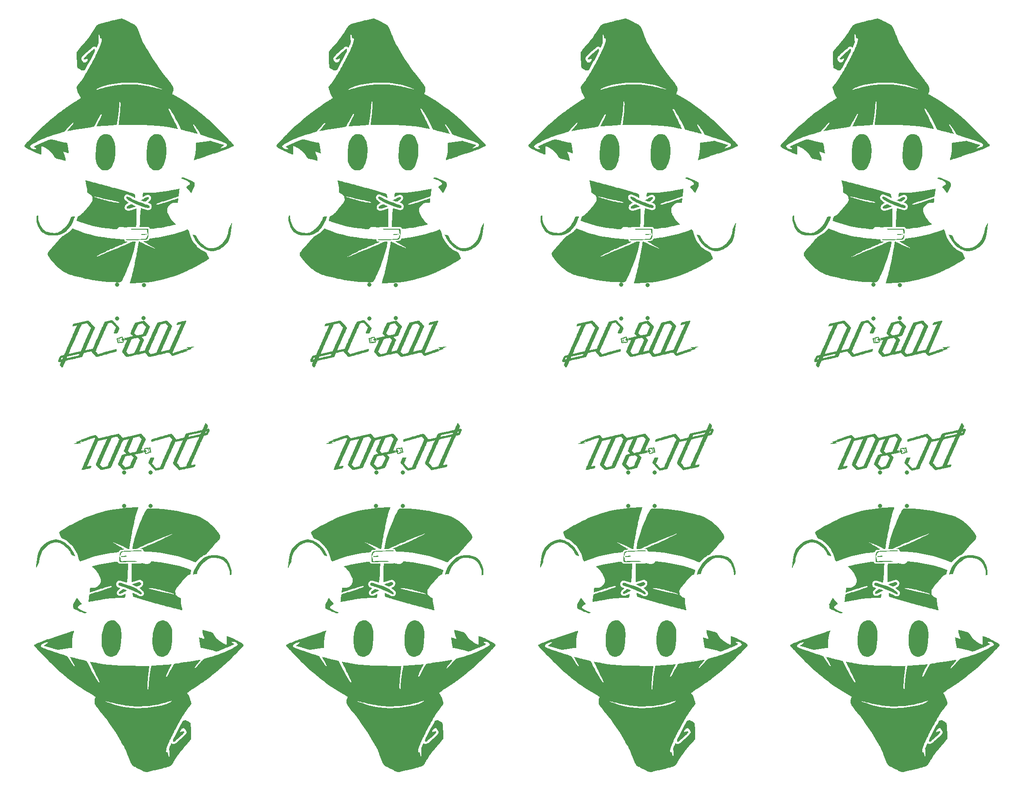
<source format=gbr>
%TF.GenerationSoftware,KiCad,Pcbnew,(6.0.7)*%
%TF.CreationDate,2022-09-13T00:00:18-06:00*%
%TF.ProjectId,MiniMageSpells-panel,4d696e69-4d61-4676-9553-70656c6c732d,1.1*%
%TF.SameCoordinates,Original*%
%TF.FileFunction,Copper,L1,Top*%
%TF.FilePolarity,Positive*%
%FSLAX46Y46*%
G04 Gerber Fmt 4.6, Leading zero omitted, Abs format (unit mm)*
G04 Created by KiCad (PCBNEW (6.0.7)) date 2022-09-13 00:00:18*
%MOMM*%
%LPD*%
G01*
G04 APERTURE LIST*
%TA.AperFunction,ViaPad*%
%ADD10C,0.800000*%
%TD*%
G04 APERTURE END LIST*
%TO.C,G\u002A\u002A\u002A*%
G36*
X124165237Y-30402525D02*
G01*
X124137543Y-30298352D01*
X124119601Y-30221744D01*
X124110200Y-30166193D01*
X124108128Y-30125190D01*
X124112172Y-30092227D01*
X124116958Y-30073844D01*
X124139502Y-30028616D01*
X124185927Y-29958011D01*
X124251821Y-29868190D01*
X124332775Y-29765314D01*
X124372366Y-29717093D01*
X124568244Y-29476361D01*
X124751902Y-29239173D01*
X124931375Y-28994633D01*
X125114695Y-28731845D01*
X125274268Y-28493978D01*
X125448495Y-28225222D01*
X125637860Y-27923628D01*
X125839203Y-27594574D01*
X126049362Y-27243434D01*
X126265177Y-26875584D01*
X126483485Y-26496401D01*
X126701126Y-26111260D01*
X126914939Y-25725537D01*
X127074262Y-25432844D01*
X127173018Y-25247644D01*
X127282207Y-25038927D01*
X127399154Y-24812083D01*
X127521187Y-24572506D01*
X127645632Y-24325587D01*
X127769816Y-24076717D01*
X127891066Y-23831290D01*
X128006710Y-23594696D01*
X128114073Y-23372328D01*
X128210482Y-23169578D01*
X128293265Y-22991838D01*
X128359749Y-22844499D01*
X128376567Y-22805988D01*
X128440265Y-22658839D01*
X128508147Y-22502364D01*
X128574873Y-22348850D01*
X128635102Y-22210584D01*
X128680406Y-22106906D01*
X128822221Y-21730947D01*
X128927417Y-21334676D01*
X128959837Y-21166724D01*
X128979903Y-21041545D01*
X128989866Y-20949848D01*
X128989286Y-20883861D01*
X128977719Y-20835814D01*
X128954722Y-20797935D01*
X128937772Y-20779349D01*
X128896059Y-20744941D01*
X128852235Y-20732296D01*
X128788031Y-20735505D01*
X128749460Y-20739723D01*
X128720243Y-20738857D01*
X128697531Y-20727570D01*
X128678475Y-20700524D01*
X128660224Y-20652382D01*
X128639930Y-20577807D01*
X128614743Y-20471463D01*
X128590394Y-20365321D01*
X128551105Y-20209249D01*
X128511325Y-20079399D01*
X128472594Y-19979765D01*
X128436457Y-19914343D01*
X128405967Y-19887530D01*
X128387756Y-19896396D01*
X128373223Y-19936443D01*
X128362192Y-20009700D01*
X128354486Y-20118198D01*
X128349931Y-20263967D01*
X128348350Y-20449036D01*
X128348583Y-20549858D01*
X128352209Y-20782393D01*
X128360454Y-20982928D01*
X128373120Y-21147672D01*
X128384213Y-21237685D01*
X128395022Y-21309575D01*
X128402412Y-21368974D01*
X128404861Y-21421675D01*
X128400846Y-21473468D01*
X128388846Y-21530144D01*
X128367337Y-21597495D01*
X128334798Y-21681311D01*
X128289706Y-21787384D01*
X128230539Y-21921505D01*
X128166864Y-22064537D01*
X128100742Y-22213486D01*
X128049804Y-22327859D01*
X128011524Y-22411573D01*
X127983377Y-22468542D01*
X127962837Y-22502682D01*
X127947377Y-22517906D01*
X127934472Y-22518131D01*
X127921597Y-22507270D01*
X127906225Y-22489240D01*
X127898477Y-22480536D01*
X127813801Y-22409383D01*
X127715058Y-22368251D01*
X127591613Y-22352964D01*
X127572994Y-22352655D01*
X127400920Y-22370195D01*
X127242754Y-22426358D01*
X127093629Y-22522892D01*
X127088914Y-22526699D01*
X127042148Y-22565739D01*
X126968188Y-22628794D01*
X126871621Y-22711862D01*
X126757034Y-22810939D01*
X126629015Y-22922024D01*
X126492150Y-23041113D01*
X126351029Y-23164204D01*
X126210237Y-23287294D01*
X126074363Y-23406382D01*
X125947994Y-23517463D01*
X125835717Y-23616535D01*
X125742121Y-23699597D01*
X125671791Y-23762644D01*
X125657229Y-23775860D01*
X125500033Y-23927056D01*
X125360706Y-24076990D01*
X125242769Y-24221064D01*
X125149746Y-24354684D01*
X125085158Y-24473253D01*
X125054436Y-24562438D01*
X125044303Y-24647963D01*
X125053692Y-24732870D01*
X125085209Y-24825800D01*
X125141456Y-24935394D01*
X125192050Y-25018923D01*
X125283331Y-25156093D01*
X125363376Y-25257794D01*
X125437042Y-25327753D01*
X125509184Y-25369695D01*
X125584660Y-25387346D01*
X125668326Y-25384431D01*
X125668515Y-25384405D01*
X125795306Y-25349212D01*
X125923556Y-25281793D01*
X126041645Y-25190219D01*
X126137953Y-25082563D01*
X126166992Y-25038145D01*
X126210506Y-24952077D01*
X126247657Y-24857158D01*
X126274474Y-24766053D01*
X126286986Y-24691428D01*
X126285844Y-24659137D01*
X126276460Y-24610047D01*
X125970687Y-24714273D01*
X125862337Y-24750586D01*
X125766954Y-24781393D01*
X125692278Y-24804282D01*
X125646049Y-24816844D01*
X125636078Y-24818499D01*
X125605172Y-24802969D01*
X125562247Y-24764764D01*
X125518786Y-24716463D01*
X125486275Y-24670641D01*
X125475826Y-24642991D01*
X125491923Y-24593837D01*
X125538557Y-24520797D01*
X125613572Y-24426939D01*
X125679246Y-24353276D01*
X125718018Y-24314001D01*
X125783084Y-24251276D01*
X125870729Y-24168487D01*
X125977235Y-24069019D01*
X126098889Y-23956259D01*
X126231972Y-23833593D01*
X126372770Y-23704409D01*
X126517567Y-23572091D01*
X126662646Y-23440027D01*
X126804291Y-23311602D01*
X126938788Y-23190203D01*
X127062419Y-23079216D01*
X127171468Y-22982029D01*
X127262220Y-22902025D01*
X127330960Y-22842594D01*
X127373969Y-22807119D01*
X127383702Y-22800026D01*
X127441235Y-22772932D01*
X127509245Y-22753267D01*
X127511721Y-22752803D01*
X127560078Y-22746633D01*
X127588115Y-22757260D01*
X127609732Y-22793809D01*
X127622938Y-22825810D01*
X127642656Y-22898191D01*
X127655188Y-22989340D01*
X127657732Y-23046609D01*
X127657159Y-23084009D01*
X127654165Y-23118979D01*
X127646830Y-23156114D01*
X127633240Y-23200006D01*
X127611476Y-23255248D01*
X127579621Y-23326434D01*
X127535759Y-23418157D01*
X127477973Y-23535010D01*
X127404346Y-23681585D01*
X127337411Y-23814112D01*
X127078139Y-24321407D01*
X126813257Y-24828938D01*
X126547188Y-25328473D01*
X126284352Y-25811782D01*
X126029171Y-26270631D01*
X125830862Y-26619166D01*
X125715043Y-26820417D01*
X125547730Y-26877289D01*
X125405094Y-26918394D01*
X125287801Y-26934216D01*
X125187242Y-26924814D01*
X125094809Y-26890250D01*
X125077017Y-26880595D01*
X124860781Y-26756516D01*
X124681303Y-26650976D01*
X124537562Y-26563327D01*
X124428540Y-26492923D01*
X124353217Y-26439118D01*
X124310574Y-26401266D01*
X124301505Y-26388750D01*
X124286211Y-26339044D01*
X124270597Y-26251223D01*
X124254929Y-26129538D01*
X124239473Y-25978238D01*
X124224495Y-25801573D01*
X124210262Y-25603794D01*
X124197040Y-25389150D01*
X124185096Y-25161892D01*
X124174695Y-24926269D01*
X124166105Y-24686531D01*
X124159592Y-24446928D01*
X124155421Y-24211711D01*
X124153969Y-24034679D01*
X124151727Y-23409741D01*
X124213418Y-23287939D01*
X124268426Y-23195028D01*
X124352420Y-23075402D01*
X124463548Y-22931401D01*
X124599958Y-22765362D01*
X124759796Y-22579624D01*
X124894761Y-22427882D01*
X125336621Y-21927416D01*
X125744998Y-21443739D01*
X126123144Y-20972530D01*
X126474313Y-20509470D01*
X126801756Y-20050239D01*
X127108728Y-19590517D01*
X127398480Y-19125985D01*
X127465408Y-19013995D01*
X127569248Y-18839426D01*
X127655207Y-18697000D01*
X127726629Y-18582186D01*
X127786853Y-18490457D01*
X127839222Y-18417283D01*
X127887078Y-18358135D01*
X127933763Y-18308485D01*
X127982617Y-18263804D01*
X128036983Y-18219563D01*
X128070826Y-18193485D01*
X128146782Y-18138850D01*
X128224822Y-18090440D01*
X128310265Y-18046249D01*
X128408431Y-18004268D01*
X128524639Y-17962489D01*
X128664209Y-17918904D01*
X128832460Y-17871507D01*
X129034712Y-17818288D01*
X129127650Y-17794585D01*
X129326003Y-17743595D01*
X129549768Y-17684822D01*
X129784559Y-17622126D01*
X130015990Y-17559368D01*
X130229672Y-17500407D01*
X130348140Y-17467109D01*
X130559792Y-17408059D01*
X130740215Y-17360145D01*
X130898433Y-17321281D01*
X131043469Y-17289380D01*
X131184348Y-17262354D01*
X131330092Y-17238116D01*
X131354396Y-17234368D01*
X131683483Y-17176144D01*
X132010272Y-17101500D01*
X132350318Y-17006743D01*
X132472962Y-16968896D01*
X132589469Y-16936681D01*
X132690561Y-16921431D01*
X132788916Y-16923659D01*
X132897212Y-16943877D01*
X133028128Y-16982596D01*
X133057874Y-16992515D01*
X133139892Y-17021262D01*
X133223483Y-17052976D01*
X133312309Y-17089418D01*
X133410031Y-17132355D01*
X133520314Y-17183549D01*
X133646818Y-17244766D01*
X133793205Y-17317768D01*
X133963139Y-17404321D01*
X134160281Y-17506187D01*
X134388294Y-17625132D01*
X134580738Y-17726070D01*
X134779902Y-17830931D01*
X134945138Y-17918562D01*
X135080171Y-17991155D01*
X135188726Y-18050904D01*
X135274531Y-18100001D01*
X135341310Y-18140638D01*
X135392790Y-18175009D01*
X135432697Y-18205304D01*
X135464756Y-18233718D01*
X135492693Y-18262443D01*
X135493258Y-18263061D01*
X135550380Y-18337645D01*
X135619063Y-18447444D01*
X135697071Y-18587609D01*
X135782173Y-18753296D01*
X135872134Y-18939656D01*
X135964721Y-19141845D01*
X136057701Y-19355014D01*
X136148840Y-19574318D01*
X136235905Y-19794911D01*
X136316661Y-20011945D01*
X136371572Y-20168956D01*
X136508458Y-20556411D01*
X136644678Y-20907849D01*
X136783118Y-21229472D01*
X136926664Y-21527481D01*
X137078203Y-21808079D01*
X137240620Y-22077467D01*
X137308800Y-22182747D01*
X137371024Y-22280783D01*
X137445938Y-22404735D01*
X137526692Y-22542924D01*
X137606437Y-22683671D01*
X137662876Y-22786500D01*
X137976244Y-23348597D01*
X138320218Y-23930912D01*
X138691392Y-24528398D01*
X139086362Y-25136004D01*
X139501721Y-25748683D01*
X139934066Y-26361386D01*
X140379992Y-26969064D01*
X140836093Y-27566669D01*
X141181179Y-28003209D01*
X141446237Y-28334721D01*
X141683750Y-28634611D01*
X141893979Y-28903221D01*
X142077185Y-29140898D01*
X142233629Y-29347985D01*
X142363571Y-29524828D01*
X142467274Y-29671770D01*
X142544997Y-29789157D01*
X142588922Y-29862514D01*
X142682478Y-30073591D01*
X142736881Y-30300080D01*
X142751931Y-30540722D01*
X142732841Y-30760700D01*
X142688559Y-30984499D01*
X142628211Y-31174451D01*
X142560407Y-31318286D01*
X142533070Y-31374902D01*
X142521030Y-31416195D01*
X142523266Y-31428678D01*
X142544816Y-31442380D01*
X142598728Y-31474848D01*
X142680733Y-31523561D01*
X142786561Y-31586001D01*
X142911942Y-31659646D01*
X143052605Y-31741976D01*
X143185838Y-31819726D01*
X143925025Y-32258325D01*
X144627786Y-32691720D01*
X145299162Y-33123413D01*
X145944191Y-33556905D01*
X146567913Y-33995698D01*
X147175367Y-34443295D01*
X147771593Y-34903198D01*
X148361630Y-35378907D01*
X148636769Y-35607710D01*
X148971175Y-35892500D01*
X149311997Y-36190917D01*
X149661413Y-36505047D01*
X150021605Y-36836972D01*
X150394751Y-37188775D01*
X150783033Y-37562541D01*
X151188630Y-37960351D01*
X151613723Y-38384290D01*
X152060492Y-38836441D01*
X152531116Y-39318887D01*
X152664735Y-39456864D01*
X152921109Y-39722027D01*
X153149633Y-39958486D01*
X153351942Y-40167967D01*
X153529669Y-40352195D01*
X153684447Y-40512894D01*
X153817910Y-40651789D01*
X153931691Y-40770606D01*
X154027424Y-40871069D01*
X154106743Y-40954903D01*
X154171281Y-41023833D01*
X154222671Y-41079584D01*
X154262547Y-41123881D01*
X154292543Y-41158449D01*
X154314292Y-41185012D01*
X154329427Y-41205296D01*
X154339583Y-41221026D01*
X154345102Y-41231251D01*
X154365777Y-41313191D01*
X154345105Y-41388219D01*
X154286422Y-41451293D01*
X154239509Y-41479606D01*
X154158020Y-41521636D01*
X154046694Y-41575300D01*
X153910269Y-41638519D01*
X153753483Y-41709212D01*
X153581075Y-41785299D01*
X153397782Y-41864700D01*
X153208345Y-41945333D01*
X153017500Y-42025120D01*
X152829986Y-42101978D01*
X152650541Y-42173829D01*
X152559900Y-42209333D01*
X152476916Y-42240366D01*
X152357842Y-42283166D01*
X152206849Y-42336304D01*
X152028109Y-42398353D01*
X151825791Y-42467884D01*
X151604069Y-42543470D01*
X151367113Y-42623682D01*
X151119094Y-42707092D01*
X150864184Y-42792272D01*
X150632127Y-42869332D01*
X150418707Y-42940090D01*
X150187638Y-43016894D01*
X149942158Y-43098655D01*
X149685504Y-43184285D01*
X149420911Y-43272695D01*
X149151618Y-43362797D01*
X148880860Y-43453503D01*
X148611875Y-43543725D01*
X148347899Y-43632374D01*
X148092169Y-43718362D01*
X147847922Y-43800602D01*
X147618394Y-43878003D01*
X147406822Y-43949479D01*
X147216444Y-44013942D01*
X147050495Y-44070302D01*
X146912214Y-44117471D01*
X146804835Y-44154362D01*
X146731596Y-44179886D01*
X146698168Y-44191999D01*
X146675644Y-44195444D01*
X146668667Y-44175503D01*
X146673721Y-44124582D01*
X146685303Y-44064839D01*
X146705351Y-43981017D01*
X146729891Y-43889542D01*
X146734403Y-43873795D01*
X146789666Y-43678868D01*
X146835103Y-43508316D01*
X146874679Y-43346454D01*
X146912359Y-43177595D01*
X146922510Y-43129782D01*
X146953244Y-42979363D01*
X146978586Y-42843289D01*
X146999131Y-42714852D01*
X147015470Y-42587345D01*
X147028198Y-42454061D01*
X147037908Y-42308291D01*
X147045193Y-42143330D01*
X147050646Y-41952468D01*
X147054861Y-41728999D01*
X147056530Y-41614697D01*
X147067139Y-40838501D01*
X147271401Y-40813879D01*
X147612572Y-40772322D01*
X147933998Y-40732307D01*
X148233431Y-40694149D01*
X148508624Y-40658161D01*
X148757328Y-40624657D01*
X148977295Y-40593949D01*
X149166277Y-40566352D01*
X149322027Y-40542179D01*
X149442296Y-40521744D01*
X149524836Y-40505360D01*
X149566246Y-40493837D01*
X149649234Y-40466609D01*
X149734997Y-40455661D01*
X149832407Y-40461520D01*
X149950337Y-40484712D01*
X150095993Y-40525256D01*
X150172246Y-40548451D01*
X150282616Y-40582088D01*
X150420702Y-40624213D01*
X150580106Y-40672872D01*
X150754429Y-40726112D01*
X150937270Y-40781980D01*
X151108774Y-40834407D01*
X151297092Y-40891595D01*
X151485782Y-40948174D01*
X151667882Y-41002108D01*
X151836431Y-41051361D01*
X151984468Y-41093896D01*
X152105030Y-41127677D01*
X152181883Y-41148292D01*
X152288280Y-41177033D01*
X152378903Y-41203903D01*
X152446341Y-41226518D01*
X152483180Y-41242491D01*
X152487758Y-41246688D01*
X152473511Y-41265094D01*
X152430288Y-41305706D01*
X152362548Y-41364705D01*
X152274747Y-41438272D01*
X152171343Y-41522587D01*
X152088749Y-41588585D01*
X151962901Y-41688609D01*
X151867196Y-41765690D01*
X151798383Y-41822957D01*
X151753208Y-41863537D01*
X151728416Y-41890559D01*
X151720756Y-41907151D01*
X151726973Y-41916441D01*
X151742688Y-41921336D01*
X151804289Y-41923358D01*
X151894112Y-41909635D01*
X152014860Y-41879521D01*
X152169238Y-41832370D01*
X152303055Y-41787397D01*
X152494116Y-41718386D01*
X152648314Y-41655400D01*
X152770224Y-41595624D01*
X152864418Y-41536241D01*
X152935471Y-41474435D01*
X152987955Y-41407390D01*
X153020847Y-41345396D01*
X153049561Y-41239350D01*
X153037030Y-41141505D01*
X152982818Y-41048677D01*
X152979865Y-41045128D01*
X152948566Y-41013903D01*
X152904468Y-40980242D01*
X152846061Y-40943600D01*
X152771836Y-40903436D01*
X152680284Y-40859205D01*
X152569897Y-40810364D01*
X152439166Y-40756370D01*
X152286580Y-40696678D01*
X152110633Y-40630747D01*
X151909814Y-40558032D01*
X151682615Y-40477990D01*
X151427527Y-40390078D01*
X151143041Y-40293751D01*
X150827648Y-40188468D01*
X150479839Y-40073684D01*
X150098105Y-39948855D01*
X149680937Y-39813440D01*
X149226826Y-39666893D01*
X148734264Y-39508672D01*
X148545472Y-39448185D01*
X148412888Y-39404827D01*
X148290524Y-39363119D01*
X148185424Y-39325594D01*
X148104632Y-39294789D01*
X148055193Y-39273238D01*
X148047640Y-39269027D01*
X148010566Y-39234431D01*
X147957888Y-39170014D01*
X147894942Y-39082785D01*
X147827068Y-38979755D01*
X147825623Y-38977464D01*
X147637571Y-38680128D01*
X147469869Y-38417409D01*
X147321213Y-38187508D01*
X147190300Y-37988625D01*
X147075826Y-37818959D01*
X146976490Y-37676711D01*
X146890986Y-37560080D01*
X146818013Y-37467266D01*
X146756267Y-37396470D01*
X146704444Y-37345891D01*
X146661242Y-37313728D01*
X146625358Y-37298183D01*
X146608353Y-37296063D01*
X146560282Y-37312224D01*
X146541004Y-37354539D01*
X146548306Y-37396689D01*
X146561527Y-37423831D01*
X146592419Y-37483416D01*
X146638410Y-37570666D01*
X146696925Y-37680804D01*
X146765391Y-37809055D01*
X146841235Y-37950640D01*
X146921884Y-38100784D01*
X147004763Y-38254710D01*
X147087300Y-38407640D01*
X147166921Y-38554798D01*
X147241052Y-38691408D01*
X147307120Y-38812692D01*
X147362552Y-38913874D01*
X147404775Y-38990177D01*
X147431214Y-39036825D01*
X147437608Y-39047379D01*
X147458351Y-39086899D01*
X147460647Y-39108216D01*
X147438358Y-39105499D01*
X147378869Y-39093158D01*
X147286007Y-39072156D01*
X147163598Y-39043452D01*
X147015468Y-39008007D01*
X146845443Y-38966781D01*
X146657349Y-38920736D01*
X146455013Y-38870832D01*
X146242259Y-38818030D01*
X146022916Y-38763290D01*
X145800807Y-38707573D01*
X145579761Y-38651839D01*
X145363602Y-38597049D01*
X145156157Y-38544164D01*
X144961253Y-38494145D01*
X144782714Y-38447952D01*
X144624368Y-38406545D01*
X144490040Y-38370885D01*
X144383556Y-38341934D01*
X144308743Y-38320651D01*
X144269427Y-38307997D01*
X144264828Y-38305833D01*
X144238953Y-38285950D01*
X144215568Y-38262012D01*
X144191482Y-38228362D01*
X144163502Y-38179340D01*
X144128437Y-38109290D01*
X144083095Y-38012552D01*
X144024283Y-37883470D01*
X144015128Y-37863237D01*
X143775575Y-37354291D01*
X143507001Y-36822018D01*
X143212027Y-36271269D01*
X142893275Y-35706892D01*
X142553365Y-35133737D01*
X142437681Y-34944604D01*
X142319866Y-34755605D01*
X142220172Y-34600676D01*
X142136396Y-34476707D01*
X142066337Y-34380591D01*
X142007794Y-34309218D01*
X141958565Y-34259482D01*
X141943559Y-34246949D01*
X141893499Y-34212385D01*
X141861247Y-34209301D01*
X141834272Y-34239607D01*
X141819930Y-34265777D01*
X141810010Y-34286883D01*
X141803741Y-34308749D01*
X141802500Y-34334679D01*
X141807663Y-34367976D01*
X141820605Y-34411945D01*
X141842702Y-34469888D01*
X141875330Y-34545111D01*
X141919866Y-34640918D01*
X141977683Y-34760611D01*
X142050160Y-34907494D01*
X142138671Y-35084873D01*
X142244592Y-35296050D01*
X142270234Y-35347106D01*
X142347649Y-35502117D01*
X142433909Y-35676397D01*
X142527264Y-35866295D01*
X142625964Y-36068161D01*
X142728259Y-36278345D01*
X142832397Y-36493196D01*
X142936630Y-36709064D01*
X143039206Y-36922298D01*
X143138376Y-37129248D01*
X143232388Y-37326263D01*
X143319494Y-37509693D01*
X143397941Y-37675888D01*
X143465980Y-37821196D01*
X143521861Y-37941968D01*
X143563834Y-38034553D01*
X143590147Y-38095300D01*
X143598321Y-38116956D01*
X143602383Y-38152182D01*
X143578172Y-38163918D01*
X143558565Y-38164620D01*
X143527018Y-38160646D01*
X143458402Y-38149275D01*
X143357209Y-38131337D01*
X143227934Y-38107663D01*
X143075068Y-38079081D01*
X142903106Y-38046421D01*
X142716540Y-38010514D01*
X142577362Y-37983441D01*
X142243776Y-37918683D01*
X141948084Y-37862226D01*
X141686757Y-37813484D01*
X141456263Y-37771875D01*
X141253071Y-37736814D01*
X141073649Y-37707717D01*
X140914466Y-37684000D01*
X140771991Y-37665078D01*
X140642693Y-37650367D01*
X140523040Y-37639284D01*
X140474245Y-37635529D01*
X140240727Y-37618610D01*
X140039013Y-37603906D01*
X139858644Y-37590633D01*
X139689163Y-37578008D01*
X139520110Y-37565247D01*
X139341029Y-37551565D01*
X139141459Y-37536180D01*
X138927790Y-37519615D01*
X138644472Y-37498211D01*
X138372631Y-37479022D01*
X138108436Y-37461939D01*
X137848055Y-37446851D01*
X137587657Y-37433647D01*
X137323410Y-37422217D01*
X137051482Y-37412450D01*
X136768043Y-37404237D01*
X136469259Y-37397467D01*
X136151301Y-37392029D01*
X135810336Y-37387814D01*
X135442533Y-37384710D01*
X135044060Y-37382608D01*
X134611086Y-37381397D01*
X134139779Y-37380967D01*
X134114183Y-37380964D01*
X132192235Y-37380800D01*
X132202742Y-37322544D01*
X132208298Y-37286275D01*
X132218511Y-37214273D01*
X132232521Y-37112811D01*
X132249467Y-36988166D01*
X132268491Y-36846610D01*
X132286542Y-36710967D01*
X132332822Y-36348212D01*
X132375660Y-35985784D01*
X132414795Y-35627270D01*
X132449964Y-35276256D01*
X132480905Y-34936330D01*
X132507356Y-34611077D01*
X132529057Y-34304086D01*
X132545743Y-34018942D01*
X132557155Y-33759233D01*
X132563030Y-33528545D01*
X132563106Y-33330465D01*
X132557121Y-33168580D01*
X132550738Y-33092391D01*
X132530854Y-32937342D01*
X132509179Y-32823581D01*
X132485798Y-32751436D01*
X132460793Y-32721234D01*
X132455197Y-32720250D01*
X132433954Y-32729694D01*
X132416136Y-32760633D01*
X132401038Y-32816976D01*
X132387949Y-32902636D01*
X132376162Y-33021523D01*
X132364970Y-33177546D01*
X132361202Y-33239266D01*
X132346437Y-33466782D01*
X132327758Y-33718429D01*
X132305882Y-33986733D01*
X132281527Y-34264223D01*
X132255412Y-34543424D01*
X132228253Y-34816864D01*
X132200770Y-35077069D01*
X132173680Y-35316568D01*
X132147701Y-35527887D01*
X132126119Y-35686055D01*
X132105850Y-35820618D01*
X132081639Y-35973394D01*
X132054400Y-36139298D01*
X132025049Y-36313242D01*
X131994499Y-36490142D01*
X131963667Y-36664910D01*
X131933466Y-36832460D01*
X131904812Y-36987705D01*
X131878619Y-37125560D01*
X131855802Y-37240937D01*
X131837275Y-37328751D01*
X131823955Y-37383916D01*
X131817656Y-37401127D01*
X131795775Y-37403845D01*
X131735245Y-37409092D01*
X131639671Y-37416622D01*
X131512659Y-37426189D01*
X131357813Y-37437547D01*
X131178738Y-37450450D01*
X130979041Y-37464651D01*
X130762326Y-37479904D01*
X130532199Y-37495964D01*
X130292265Y-37512585D01*
X130046129Y-37529519D01*
X129797396Y-37546522D01*
X129549673Y-37563347D01*
X129306563Y-37579747D01*
X129071672Y-37595478D01*
X128848606Y-37610292D01*
X128640970Y-37623944D01*
X128452369Y-37636187D01*
X128286408Y-37646776D01*
X128146693Y-37655464D01*
X128036828Y-37662006D01*
X127960420Y-37666154D01*
X127921074Y-37667664D01*
X127916428Y-37667426D01*
X127924129Y-37647912D01*
X127949115Y-37596593D01*
X127988576Y-37518967D01*
X128039704Y-37420529D01*
X128099692Y-37306778D01*
X128123678Y-37261709D01*
X128273939Y-36978204D01*
X128404637Y-36727338D01*
X128517608Y-36505182D01*
X128614688Y-36307807D01*
X128697713Y-36131285D01*
X128768519Y-35971686D01*
X128828941Y-35825081D01*
X128880816Y-35687543D01*
X128925979Y-35555141D01*
X128936452Y-35522333D01*
X128965562Y-35421802D01*
X128977744Y-35353145D01*
X128972597Y-35309221D01*
X128949716Y-35282890D01*
X128922266Y-35270890D01*
X128884301Y-35273010D01*
X128839581Y-35303106D01*
X128786529Y-35363342D01*
X128723567Y-35455884D01*
X128649116Y-35582899D01*
X128561599Y-35746552D01*
X128528040Y-35812001D01*
X128464562Y-35935428D01*
X128390161Y-36077625D01*
X128307164Y-36234348D01*
X128217896Y-36401353D01*
X128124685Y-36574397D01*
X128029857Y-36749235D01*
X127935738Y-36921625D01*
X127844656Y-37087322D01*
X127758936Y-37242083D01*
X127680906Y-37381663D01*
X127612892Y-37501820D01*
X127557220Y-37598310D01*
X127516217Y-37666888D01*
X127492210Y-37703312D01*
X127489240Y-37706793D01*
X127444995Y-37733046D01*
X127370164Y-37758642D01*
X127294078Y-37776246D01*
X127113285Y-37809503D01*
X126898091Y-37847408D01*
X126656055Y-37888749D01*
X126394738Y-37932314D01*
X126121701Y-37976894D01*
X125844503Y-38021276D01*
X125570704Y-38064249D01*
X125307866Y-38104603D01*
X125063547Y-38141126D01*
X124845309Y-38172606D01*
X124670743Y-38196513D01*
X124425295Y-38229167D01*
X124213962Y-38257966D01*
X124028802Y-38284184D01*
X123861872Y-38309098D01*
X123705232Y-38333983D01*
X123550938Y-38360116D01*
X123391049Y-38388772D01*
X123217623Y-38421228D01*
X123022717Y-38458758D01*
X122949604Y-38473006D01*
X122771748Y-38507297D01*
X122631512Y-38533199D01*
X122525099Y-38551238D01*
X122448709Y-38561942D01*
X122398544Y-38565837D01*
X122370804Y-38563449D01*
X122361690Y-38555305D01*
X122361652Y-38554504D01*
X122365149Y-38543266D01*
X122377068Y-38522645D01*
X122399554Y-38489852D01*
X122434749Y-38442096D01*
X122484798Y-38376589D01*
X122551843Y-38290540D01*
X122638028Y-38181159D01*
X122745497Y-38045657D01*
X122876392Y-37881243D01*
X122946052Y-37793895D01*
X123059628Y-37650671D01*
X123166367Y-37514419D01*
X123262961Y-37389487D01*
X123346102Y-37280222D01*
X123412480Y-37190972D01*
X123458786Y-37126086D01*
X123481486Y-37090360D01*
X123505612Y-37030350D01*
X123521790Y-36966709D01*
X123528151Y-36911731D01*
X123522831Y-36877709D01*
X123514588Y-36872377D01*
X123488039Y-36885561D01*
X123439226Y-36920274D01*
X123376974Y-36969259D01*
X123310107Y-37025258D01*
X123247448Y-37081013D01*
X123197821Y-37129267D01*
X123184275Y-37144058D01*
X123119520Y-37217693D01*
X123032887Y-37314909D01*
X122928886Y-37430753D01*
X122812024Y-37560275D01*
X122686811Y-37698520D01*
X122557755Y-37840537D01*
X122429365Y-37981373D01*
X122306148Y-38116075D01*
X122192615Y-38239692D01*
X122093272Y-38347270D01*
X122012629Y-38433858D01*
X121955194Y-38494502D01*
X121949716Y-38500172D01*
X121872404Y-38577728D01*
X121800452Y-38645972D01*
X121741509Y-38697904D01*
X121703222Y-38726526D01*
X121701122Y-38727681D01*
X121669116Y-38739738D01*
X121600896Y-38762049D01*
X121500990Y-38793243D01*
X121373925Y-38831947D01*
X121224230Y-38876790D01*
X121056433Y-38926400D01*
X120875062Y-38979403D01*
X120769012Y-39010127D01*
X120260215Y-39159559D01*
X119788765Y-39303429D01*
X119350252Y-39443356D01*
X118940267Y-39580957D01*
X118554401Y-39717850D01*
X118188244Y-39855655D01*
X117837388Y-39995988D01*
X117497422Y-40140468D01*
X117163938Y-40290715D01*
X116832527Y-40448344D01*
X116779583Y-40474268D01*
X116600276Y-40564601D01*
X116415300Y-40661805D01*
X116229035Y-40763255D01*
X116045857Y-40866324D01*
X115870144Y-40968386D01*
X115706276Y-41066816D01*
X115558628Y-41158987D01*
X115431580Y-41242273D01*
X115329508Y-41314048D01*
X115256791Y-41371687D01*
X115219502Y-41410082D01*
X115190073Y-41484947D01*
X115200979Y-41568566D01*
X115251416Y-41659556D01*
X115340580Y-41756536D01*
X115467667Y-41858122D01*
X115488417Y-41872618D01*
X115587733Y-41936736D01*
X115675145Y-41980876D01*
X115763181Y-42008619D01*
X115864370Y-42023544D01*
X115991240Y-42029229D01*
X116038132Y-42029677D01*
X116166282Y-42029156D01*
X116257039Y-42025490D01*
X116315340Y-42017416D01*
X116346118Y-42003675D01*
X116354309Y-41983005D01*
X116344847Y-41954146D01*
X116343571Y-41951632D01*
X116306177Y-41892987D01*
X116253393Y-41837493D01*
X116177824Y-41778714D01*
X116072074Y-41710217D01*
X116052265Y-41698170D01*
X115979156Y-41651337D01*
X115924579Y-41611195D01*
X115895468Y-41583158D01*
X115893383Y-41574083D01*
X115921906Y-41555198D01*
X115982461Y-41521236D01*
X116068820Y-41475316D01*
X116174756Y-41420561D01*
X116294038Y-41360090D01*
X116420440Y-41297024D01*
X116547731Y-41234485D01*
X116669685Y-41175594D01*
X116780072Y-41123470D01*
X116872664Y-41081234D01*
X116906689Y-41066362D01*
X116978099Y-41036133D01*
X117083613Y-40992005D01*
X117218112Y-40936094D01*
X117376476Y-40870518D01*
X117553586Y-40797393D01*
X117744321Y-40718836D01*
X117943561Y-40636964D01*
X118139435Y-40556659D01*
X118374291Y-40460493D01*
X118573775Y-40379285D01*
X118741796Y-40312121D01*
X118882266Y-40258086D01*
X118999095Y-40216264D01*
X119096192Y-40185741D01*
X119177469Y-40165602D01*
X119246835Y-40154932D01*
X119308200Y-40152815D01*
X119365476Y-40158337D01*
X119422573Y-40170583D01*
X119483400Y-40188638D01*
X119551868Y-40211587D01*
X119577236Y-40220224D01*
X119649817Y-40242769D01*
X119757683Y-40273446D01*
X119895084Y-40310822D01*
X120056270Y-40353462D01*
X120235488Y-40399931D01*
X120426989Y-40448794D01*
X120625022Y-40498617D01*
X120823835Y-40547965D01*
X121017679Y-40595404D01*
X121200801Y-40639498D01*
X121367451Y-40678814D01*
X121511880Y-40711917D01*
X121628334Y-40737371D01*
X121711065Y-40753743D01*
X121726122Y-40756299D01*
X121842861Y-40774456D01*
X121971135Y-40793505D01*
X122086976Y-40809902D01*
X122108834Y-40812859D01*
X122194888Y-40825925D01*
X122266490Y-40839665D01*
X122311881Y-40851718D01*
X122319408Y-40855106D01*
X122329767Y-40877448D01*
X122344419Y-40934968D01*
X122363559Y-41028754D01*
X122387383Y-41159894D01*
X122416086Y-41329475D01*
X122449863Y-41538586D01*
X122488910Y-41788314D01*
X122500716Y-41865023D01*
X122531162Y-42064695D01*
X122559249Y-42251298D01*
X122584383Y-42420714D01*
X122605969Y-42568822D01*
X122623414Y-42691503D01*
X122636123Y-42784638D01*
X122643505Y-42844107D01*
X122644979Y-42865774D01*
X122623494Y-42861943D01*
X122567677Y-42846336D01*
X122483334Y-42820735D01*
X122376275Y-42786924D01*
X122252306Y-42746688D01*
X122186881Y-42725078D01*
X122003192Y-42664820D01*
X121856455Y-42618474D01*
X121743865Y-42585300D01*
X121662619Y-42564562D01*
X121609913Y-42555519D01*
X121582943Y-42557435D01*
X121577873Y-42564703D01*
X121585289Y-42589843D01*
X121605483Y-42646113D01*
X121635424Y-42725335D01*
X121672082Y-42819329D01*
X121674393Y-42825171D01*
X121758014Y-43039922D01*
X121825635Y-43222998D01*
X121879035Y-43381179D01*
X121919997Y-43521248D01*
X121950301Y-43649985D01*
X121971728Y-43774172D01*
X121986058Y-43900591D01*
X121995073Y-44036022D01*
X121995670Y-44048565D01*
X122000047Y-44159523D01*
X122000762Y-44234473D01*
X121997390Y-44279653D01*
X121989506Y-44301299D01*
X121978120Y-44305810D01*
X121950174Y-44299913D01*
X121887240Y-44284534D01*
X121795247Y-44261189D01*
X121680122Y-44231395D01*
X121547794Y-44196669D01*
X121440134Y-44168117D01*
X121278607Y-44125761D01*
X121111105Y-44083018D01*
X120948243Y-44042512D01*
X120800636Y-44006870D01*
X120678900Y-43978718D01*
X120638730Y-43969907D01*
X120520707Y-43942563D01*
X120406719Y-43912523D01*
X120308641Y-43883150D01*
X120238350Y-43857806D01*
X120230270Y-43854256D01*
X120091925Y-43770052D01*
X119958536Y-43648081D01*
X119834587Y-43492942D01*
X119756146Y-43367617D01*
X119593607Y-43104444D01*
X119411201Y-42851288D01*
X119241367Y-42647484D01*
X119071660Y-42475374D01*
X118870482Y-42298954D01*
X118647221Y-42125116D01*
X118411267Y-41960752D01*
X118172009Y-41812754D01*
X117938837Y-41688015D01*
X117925290Y-41681442D01*
X117796559Y-41621341D01*
X117672998Y-41567264D01*
X117560655Y-41521517D01*
X117465576Y-41486404D01*
X117393810Y-41464231D01*
X117351403Y-41457303D01*
X117343579Y-41459701D01*
X117339356Y-41484767D01*
X117337601Y-41543056D01*
X117338399Y-41625487D01*
X117341213Y-41709218D01*
X117344361Y-41803312D01*
X117346811Y-41921295D01*
X117348584Y-42057237D01*
X117349699Y-42205211D01*
X117350174Y-42359287D01*
X117350030Y-42513537D01*
X117349287Y-42662032D01*
X117347962Y-42798844D01*
X117346078Y-42918045D01*
X117343651Y-43013705D01*
X117340703Y-43079896D01*
X117337253Y-43110690D01*
X117336597Y-43111999D01*
X117313748Y-43109158D01*
X117256991Y-43094118D01*
X117172392Y-43068721D01*
X117066019Y-43034809D01*
X116943936Y-42994224D01*
X116903565Y-42980479D01*
X116771596Y-42934231D01*
X116649683Y-42888833D01*
X116530498Y-42841078D01*
X116406710Y-42787758D01*
X116270991Y-42725667D01*
X116116011Y-42651597D01*
X115934441Y-42562343D01*
X115836881Y-42513760D01*
X115537541Y-42363927D01*
X115274861Y-42231747D01*
X115047351Y-42116441D01*
X114853519Y-42017232D01*
X114691877Y-41933341D01*
X114560934Y-41863990D01*
X114459199Y-41808400D01*
X114385184Y-41765794D01*
X114337397Y-41735392D01*
X114318499Y-41720721D01*
X114276602Y-41674595D01*
X114224466Y-41607444D01*
X114171057Y-41532027D01*
X114125338Y-41461104D01*
X114096275Y-41407436D01*
X114093412Y-41400341D01*
X114088082Y-41362240D01*
X114100205Y-41316084D01*
X114132702Y-41256904D01*
X114188495Y-41179729D01*
X114270505Y-41079589D01*
X114307035Y-41036929D01*
X114372631Y-40963202D01*
X114464746Y-40862970D01*
X114579993Y-40739739D01*
X114714986Y-40597015D01*
X114866338Y-40438306D01*
X115030661Y-40267119D01*
X115204570Y-40086958D01*
X115384676Y-39901333D01*
X115567594Y-39713748D01*
X115749936Y-39527711D01*
X115928316Y-39346729D01*
X116099347Y-39174308D01*
X116259642Y-39013954D01*
X116291403Y-38982359D01*
X117011564Y-38281188D01*
X117740489Y-37599847D01*
X118474247Y-36941720D01*
X119208911Y-36310191D01*
X119940550Y-35708646D01*
X120665236Y-35140469D01*
X121314314Y-34656028D01*
X121462243Y-34548696D01*
X121606229Y-34444988D01*
X121748975Y-34343070D01*
X121893180Y-34241110D01*
X122041544Y-34137274D01*
X122196769Y-34029729D01*
X122361555Y-33916642D01*
X122538603Y-33796180D01*
X122730612Y-33666511D01*
X122940284Y-33525800D01*
X123170318Y-33372215D01*
X123423416Y-33203923D01*
X123702279Y-33019091D01*
X124009605Y-32815885D01*
X124348097Y-32592473D01*
X124567855Y-32447582D01*
X124699935Y-32360373D01*
X124799461Y-32292269D01*
X124868924Y-32238565D01*
X124910816Y-32194556D01*
X124927628Y-32155535D01*
X124921850Y-32116799D01*
X124895975Y-32073641D01*
X124852493Y-32021356D01*
X124815537Y-31979761D01*
X124720152Y-31852565D01*
X124623061Y-31684320D01*
X124524801Y-31476285D01*
X124425906Y-31229719D01*
X124326912Y-30945884D01*
X124228354Y-30626038D01*
X124226111Y-30618217D01*
X127891253Y-30618217D01*
X127893220Y-30635789D01*
X127916886Y-30641917D01*
X127966266Y-30636282D01*
X128045376Y-30618567D01*
X128158228Y-30588454D01*
X128250893Y-30562277D01*
X128361514Y-30530228D01*
X128500976Y-30489195D01*
X128657620Y-30442645D01*
X128819787Y-30394044D01*
X128975820Y-30346858D01*
X128992344Y-30341831D01*
X129807679Y-30115460D01*
X130638216Y-29927809D01*
X131481175Y-29779233D01*
X132333776Y-29670088D01*
X133193237Y-29600732D01*
X134056778Y-29571519D01*
X134918566Y-29582695D01*
X135138221Y-29590908D01*
X135324669Y-29598648D01*
X135485752Y-29606678D01*
X135629312Y-29615767D01*
X135763191Y-29626679D01*
X135895232Y-29640182D01*
X136033277Y-29657042D01*
X136185167Y-29678024D01*
X136358746Y-29703896D01*
X136561855Y-29735423D01*
X136692844Y-29756059D01*
X137011569Y-29806939D01*
X137299231Y-29854181D01*
X137563099Y-29899236D01*
X137810443Y-29943553D01*
X138048532Y-29988580D01*
X138284635Y-30035768D01*
X138526021Y-30086566D01*
X138779959Y-30142422D01*
X139053719Y-30204787D01*
X139354569Y-30275110D01*
X139658649Y-30347394D01*
X139880053Y-30400318D01*
X140063763Y-30444104D01*
X140213294Y-30479446D01*
X140332163Y-30507037D01*
X140423889Y-30527572D01*
X140491988Y-30541744D01*
X140539976Y-30550248D01*
X140571371Y-30553776D01*
X140589690Y-30553024D01*
X140598449Y-30548684D01*
X140601166Y-30541452D01*
X140601351Y-30533384D01*
X140582246Y-30508036D01*
X140532193Y-30482960D01*
X140511318Y-30476095D01*
X140464588Y-30460480D01*
X140385854Y-30432114D01*
X140282538Y-30393760D01*
X140162061Y-30348181D01*
X140031847Y-30298140D01*
X139997598Y-30284851D01*
X139294027Y-30030644D01*
X138583574Y-29812914D01*
X137862393Y-29630833D01*
X137126635Y-29483575D01*
X136372452Y-29370314D01*
X135595998Y-29290224D01*
X135252311Y-29265652D01*
X135093034Y-29258191D01*
X134899045Y-29253107D01*
X134677927Y-29250301D01*
X134437264Y-29249672D01*
X134184638Y-29251121D01*
X133927634Y-29254547D01*
X133673835Y-29259850D01*
X133430825Y-29266931D01*
X133206187Y-29275689D01*
X133007505Y-29286024D01*
X132847890Y-29297366D01*
X132225971Y-29357014D01*
X131640285Y-29427965D01*
X131086012Y-29511036D01*
X130558335Y-29607041D01*
X130052436Y-29716796D01*
X129563496Y-29841118D01*
X129450102Y-29872658D01*
X129207474Y-29944356D01*
X128996306Y-30013974D01*
X128806111Y-30085406D01*
X128626403Y-30162546D01*
X128476897Y-30234097D01*
X128373738Y-30288038D01*
X128265322Y-30348873D01*
X128159082Y-30411965D01*
X128062452Y-30472680D01*
X127982866Y-30526381D01*
X127927757Y-30568432D01*
X127906972Y-30589519D01*
X127891253Y-30618217D01*
X124226111Y-30618217D01*
X124203895Y-30540771D01*
X124165237Y-30402525D01*
G37*
G36*
X131822100Y-78484325D02*
G01*
X131820021Y-78461185D01*
X131820094Y-78461085D01*
X131843825Y-78452720D01*
X131900739Y-78437747D01*
X131982546Y-78418218D01*
X132080955Y-78396187D01*
X132090502Y-78394118D01*
X132199942Y-78369630D01*
X132274163Y-78350432D01*
X132319613Y-78334120D01*
X132342738Y-78318290D01*
X132349983Y-78300540D01*
X132350100Y-78297344D01*
X132355395Y-78279181D01*
X132375487Y-78263168D01*
X132416748Y-78246920D01*
X132485548Y-78228054D01*
X132588259Y-78204186D01*
X132614904Y-78198277D01*
X132726010Y-78174348D01*
X132804461Y-78159569D01*
X132858809Y-78153228D01*
X132897605Y-78154616D01*
X132929400Y-78163019D01*
X132947516Y-78170607D01*
X132986915Y-78193130D01*
X133011991Y-78224593D01*
X133030163Y-78277483D01*
X133041788Y-78329272D01*
X133057710Y-78399646D01*
X133072882Y-78437975D01*
X133093949Y-78453933D01*
X133127554Y-78457194D01*
X133129643Y-78457197D01*
X133196279Y-78475877D01*
X133260329Y-78523832D01*
X133310209Y-78588936D01*
X133334334Y-78659060D01*
X133335050Y-78672218D01*
X133321607Y-78747129D01*
X133287191Y-78819066D01*
X133240440Y-78873131D01*
X133207953Y-78891498D01*
X133174902Y-78914907D01*
X133174742Y-78937561D01*
X133184091Y-78975968D01*
X133194562Y-79039122D01*
X133199963Y-79080430D01*
X133205685Y-79147654D01*
X133200108Y-79188186D01*
X133179287Y-79217061D01*
X133159816Y-79233494D01*
X133113416Y-79257237D01*
X133034388Y-79284050D01*
X132932045Y-79310981D01*
X132876619Y-79323241D01*
X132779730Y-79343660D01*
X132695702Y-79361817D01*
X132634772Y-79375473D01*
X132609567Y-79381645D01*
X132579851Y-79378528D01*
X132572494Y-79347963D01*
X132564112Y-79315982D01*
X132531498Y-79313566D01*
X132524829Y-79315035D01*
X132344640Y-79356247D01*
X132202466Y-79385700D01*
X132098947Y-79403285D01*
X132034725Y-79408892D01*
X132010440Y-79402421D01*
X131999664Y-79362069D01*
X131983227Y-79291145D01*
X131962581Y-79196826D01*
X131939177Y-79086288D01*
X131914467Y-78966708D01*
X131889901Y-78845260D01*
X131866930Y-78729122D01*
X131847005Y-78625470D01*
X131845311Y-78616246D01*
X132036432Y-78616246D01*
X132037360Y-78654088D01*
X132049887Y-78688814D01*
X132070315Y-78701399D01*
X132071549Y-78701084D01*
X132145318Y-78681823D01*
X132189126Y-78679955D01*
X132212049Y-78696402D01*
X132219739Y-78716151D01*
X132217049Y-78764356D01*
X132178220Y-78790616D01*
X132132919Y-78795822D01*
X132101032Y-78801697D01*
X132087559Y-78824708D01*
X132090082Y-78873788D01*
X132098769Y-78921973D01*
X132110306Y-78965101D01*
X132130695Y-78981439D01*
X132174118Y-78978984D01*
X132194098Y-78975720D01*
X132250137Y-78971163D01*
X132275290Y-78980243D01*
X132275914Y-78983211D01*
X132282981Y-79021023D01*
X132287963Y-79035925D01*
X132284354Y-79059184D01*
X132247661Y-79075170D01*
X132217009Y-79081350D01*
X132163944Y-79093438D01*
X132142830Y-79111372D01*
X132143384Y-79144382D01*
X132143876Y-79147011D01*
X132157304Y-79186146D01*
X132170767Y-79198649D01*
X132197069Y-79194402D01*
X132255939Y-79182849D01*
X132338565Y-79165773D01*
X132432741Y-79145688D01*
X132546866Y-79121168D01*
X132625990Y-79105132D01*
X132676523Y-79097111D01*
X132704876Y-79096633D01*
X132717458Y-79103225D01*
X132720680Y-79116417D01*
X132720784Y-79124504D01*
X132724378Y-79144360D01*
X132740534Y-79153581D01*
X132777314Y-79152454D01*
X132842780Y-79141266D01*
X132894999Y-79130709D01*
X132963484Y-79115584D01*
X132999223Y-79101720D01*
X133011002Y-79081985D01*
X133007606Y-79049248D01*
X133005911Y-79040675D01*
X132989823Y-78966843D01*
X132973696Y-78925366D01*
X132949854Y-78906927D01*
X132910625Y-78902205D01*
X132891782Y-78902068D01*
X132811423Y-78902068D01*
X132748925Y-78616080D01*
X132814296Y-78584989D01*
X132860199Y-78562956D01*
X132885624Y-78550371D01*
X132886552Y-78549858D01*
X132887784Y-78528575D01*
X132883068Y-78479195D01*
X132878851Y-78448547D01*
X132868418Y-78394433D01*
X132851320Y-78363485D01*
X132818820Y-78352518D01*
X132762185Y-78358350D01*
X132680032Y-78376099D01*
X132611509Y-78396425D01*
X132578369Y-78419211D01*
X132572494Y-78438224D01*
X132570932Y-78456201D01*
X132561947Y-78470290D01*
X132539087Y-78482838D01*
X132495905Y-78496190D01*
X132425950Y-78512693D01*
X132322771Y-78534695D01*
X132286506Y-78542274D01*
X132195159Y-78561605D01*
X132118525Y-78578316D01*
X132066653Y-78590189D01*
X132050801Y-78594317D01*
X132036432Y-78616246D01*
X131845311Y-78616246D01*
X131831578Y-78541479D01*
X131822100Y-78484325D01*
G37*
G36*
X137614362Y-57348921D02*
G01*
X137738878Y-57357069D01*
X137828853Y-57380758D01*
X137890141Y-57422752D01*
X137928599Y-57485817D01*
X137933558Y-57499648D01*
X137941529Y-57547822D01*
X137946953Y-57631386D01*
X137950000Y-57743449D01*
X137950839Y-57877119D01*
X137949640Y-58025505D01*
X137946572Y-58181715D01*
X137941805Y-58338858D01*
X137935508Y-58490042D01*
X137927852Y-58628375D01*
X137919005Y-58746967D01*
X137909137Y-58838926D01*
X137899244Y-58894308D01*
X137862901Y-59009619D01*
X137815320Y-59126131D01*
X137761824Y-59233163D01*
X137707735Y-59320036D01*
X137659752Y-59374924D01*
X137584698Y-59424685D01*
X137494813Y-59456475D01*
X137380570Y-59472808D01*
X137275413Y-59476421D01*
X137215982Y-59477823D01*
X137120576Y-59481522D01*
X136995509Y-59487208D01*
X136847094Y-59494571D01*
X136681645Y-59503303D01*
X136505476Y-59513093D01*
X136385672Y-59520026D01*
X136177736Y-59531006D01*
X135937444Y-59541557D01*
X135674807Y-59551354D01*
X135399838Y-59560069D01*
X135122548Y-59567374D01*
X134852950Y-59572944D01*
X134688900Y-59575448D01*
X133722987Y-59587876D01*
X133687941Y-59537840D01*
X133661733Y-59486668D01*
X133652894Y-59447097D01*
X133654435Y-59434644D01*
X133662297Y-59425185D01*
X133681335Y-59418458D01*
X133716409Y-59414202D01*
X133772374Y-59412154D01*
X133854089Y-59412053D01*
X133966410Y-59413637D01*
X134114196Y-59416643D01*
X134187798Y-59418263D01*
X134355116Y-59421079D01*
X134530173Y-59422152D01*
X134716912Y-59421386D01*
X134919276Y-59418687D01*
X135141209Y-59413960D01*
X135386651Y-59407110D01*
X135659547Y-59398044D01*
X135963839Y-59386667D01*
X136303470Y-59372883D01*
X136588882Y-59360687D01*
X136791799Y-59351601D01*
X136957217Y-59343154D01*
X137089977Y-59334419D01*
X137194920Y-59324473D01*
X137276888Y-59312391D01*
X137340721Y-59297249D01*
X137391259Y-59278123D01*
X137433345Y-59254087D01*
X137471819Y-59224218D01*
X137511522Y-59187591D01*
X137515532Y-59183728D01*
X137612787Y-59065931D01*
X137677447Y-58928583D01*
X137699676Y-58847632D01*
X137724818Y-58767940D01*
X137760385Y-58691688D01*
X137773135Y-58671042D01*
X137831229Y-58570173D01*
X137863489Y-58478324D01*
X137868574Y-58434825D01*
X137859516Y-58396003D01*
X137835552Y-58332231D01*
X137801496Y-58256060D01*
X137794429Y-58241521D01*
X137748291Y-58135886D01*
X137724830Y-58048313D01*
X137719540Y-57983823D01*
X137712974Y-57882613D01*
X137696498Y-57777413D01*
X137672960Y-57680442D01*
X137645210Y-57603919D01*
X137622087Y-57565852D01*
X137606220Y-57550213D01*
X137586694Y-57539057D01*
X137557129Y-57531897D01*
X137511144Y-57528249D01*
X137442357Y-57527626D01*
X137344387Y-57529542D01*
X137210853Y-57533512D01*
X137201268Y-57533815D01*
X137051531Y-57539125D01*
X136875239Y-57546300D01*
X136688132Y-57554643D01*
X136505945Y-57563459D01*
X136375080Y-57570342D01*
X136166902Y-57579588D01*
X135952865Y-57585066D01*
X135739383Y-57586911D01*
X135532867Y-57585260D01*
X135339729Y-57580250D01*
X135166380Y-57572018D01*
X135019234Y-57560700D01*
X134904702Y-57546432D01*
X134861111Y-57538108D01*
X134752404Y-57509950D01*
X134668432Y-57481092D01*
X134614108Y-57453728D01*
X134594344Y-57430054D01*
X134598459Y-57420760D01*
X134621445Y-57417956D01*
X134682707Y-57414492D01*
X134778157Y-57410466D01*
X134903709Y-57405975D01*
X135055275Y-57401115D01*
X135228768Y-57395985D01*
X135420102Y-57390682D01*
X135625189Y-57385303D01*
X135839944Y-57379946D01*
X136060279Y-57374708D01*
X136282107Y-57369686D01*
X136501341Y-57364977D01*
X136713895Y-57360680D01*
X136915681Y-57356891D01*
X137102613Y-57353707D01*
X137270604Y-57351227D01*
X137415567Y-57349546D01*
X137533415Y-57348764D01*
X137614362Y-57348921D01*
G37*
G36*
X143880116Y-49695319D02*
G01*
X143898387Y-49700557D01*
X143906269Y-49710657D01*
X143907674Y-49725268D01*
X143906509Y-49744041D01*
X143906186Y-49754950D01*
X143903729Y-49792277D01*
X143896799Y-49865310D01*
X143886121Y-49967707D01*
X143872417Y-50093126D01*
X143856412Y-50235225D01*
X143838829Y-50387661D01*
X143820391Y-50544092D01*
X143801822Y-50698175D01*
X143783846Y-50843569D01*
X143767185Y-50973931D01*
X143766761Y-50977182D01*
X143756845Y-51032974D01*
X143740054Y-51079256D01*
X143711709Y-51118883D01*
X143667129Y-51154708D01*
X143601632Y-51189587D01*
X143510538Y-51226375D01*
X143389167Y-51267927D01*
X143232837Y-51317097D01*
X143185838Y-51331497D01*
X142994466Y-51390435D01*
X142783695Y-51456233D01*
X142557047Y-51527734D01*
X142318041Y-51603778D01*
X142070197Y-51683207D01*
X141817035Y-51764863D01*
X141562075Y-51847586D01*
X141308837Y-51930220D01*
X141060841Y-52011605D01*
X140821607Y-52090582D01*
X140594655Y-52165994D01*
X140383505Y-52236682D01*
X140191676Y-52301486D01*
X140022689Y-52359250D01*
X139880064Y-52408814D01*
X139767320Y-52449020D01*
X139687978Y-52478710D01*
X139645933Y-52496531D01*
X139583393Y-52533429D01*
X139513532Y-52581425D01*
X139491976Y-52597801D01*
X139444634Y-52637462D01*
X139427357Y-52661888D01*
X139435433Y-52680043D01*
X139444754Y-52687591D01*
X139493991Y-52713265D01*
X139557965Y-52726626D01*
X139641046Y-52727222D01*
X139747600Y-52714602D01*
X139881994Y-52688311D01*
X140048596Y-52647899D01*
X140188257Y-52610542D01*
X140255215Y-52591124D01*
X140358235Y-52559900D01*
X140493103Y-52518218D01*
X140655606Y-52467425D01*
X140841530Y-52408869D01*
X141046662Y-52343897D01*
X141266789Y-52273857D01*
X141497697Y-52200097D01*
X141735172Y-52123963D01*
X141975001Y-52046805D01*
X142212971Y-51969968D01*
X142444869Y-51894801D01*
X142666480Y-51822651D01*
X142873591Y-51754866D01*
X143061990Y-51692794D01*
X143172550Y-51656104D01*
X143310883Y-51610515D01*
X143435525Y-51570349D01*
X143540990Y-51537298D01*
X143621795Y-51513057D01*
X143672455Y-51499317D01*
X143687659Y-51497078D01*
X143688230Y-51520007D01*
X143684177Y-51577459D01*
X143676367Y-51661948D01*
X143665665Y-51765985D01*
X143652937Y-51882083D01*
X143639048Y-52002754D01*
X143624864Y-52120510D01*
X143611252Y-52227863D01*
X143599077Y-52317326D01*
X143589204Y-52381410D01*
X143582500Y-52412629D01*
X143581609Y-52414277D01*
X143557036Y-52416773D01*
X143500654Y-52414106D01*
X143422628Y-52406890D01*
X143383505Y-52402362D01*
X143205084Y-52386050D01*
X143030952Y-52380442D01*
X142871727Y-52385398D01*
X142738026Y-52400779D01*
X142687162Y-52411534D01*
X142487374Y-52482199D01*
X142288781Y-52589521D01*
X142098352Y-52728179D01*
X141923055Y-52892858D01*
X141769862Y-53078238D01*
X141722249Y-53147807D01*
X141621434Y-53341216D01*
X141559949Y-53548618D01*
X141537912Y-53767954D01*
X141555446Y-53997162D01*
X141612670Y-54234183D01*
X141652329Y-54345204D01*
X141711687Y-54483511D01*
X141789368Y-54645726D01*
X141879550Y-54820939D01*
X141976413Y-54998242D01*
X142074135Y-55166726D01*
X142166895Y-55315483D01*
X142183542Y-55340711D01*
X142372048Y-55609137D01*
X142560159Y-55846517D01*
X142756749Y-56063147D01*
X142970694Y-56269324D01*
X143028251Y-56320723D01*
X143108249Y-56392175D01*
X143175357Y-56454049D01*
X143223801Y-56500874D01*
X143247811Y-56527179D01*
X143249391Y-56530352D01*
X143229614Y-56539429D01*
X143173727Y-56556764D01*
X143086900Y-56581067D01*
X142974305Y-56611047D01*
X142841109Y-56645415D01*
X142692484Y-56682883D01*
X142533600Y-56722159D01*
X142369625Y-56761954D01*
X142205730Y-56800978D01*
X142047084Y-56837943D01*
X141898859Y-56871557D01*
X141766222Y-56900532D01*
X141761307Y-56901578D01*
X141298394Y-56995148D01*
X140804705Y-57086032D01*
X140291826Y-57172342D01*
X139771341Y-57252190D01*
X139254837Y-57323690D01*
X138896349Y-57368414D01*
X138723698Y-57388842D01*
X138588211Y-57404195D01*
X138484962Y-57414240D01*
X138409026Y-57418745D01*
X138355475Y-57417477D01*
X138319384Y-57410206D01*
X138295826Y-57396699D01*
X138279874Y-57376723D01*
X138266604Y-57350046D01*
X138261417Y-57338499D01*
X138222238Y-57271904D01*
X138168084Y-57202775D01*
X138146982Y-57180651D01*
X138111652Y-57146796D01*
X138078751Y-57118856D01*
X138043985Y-57096262D01*
X138003060Y-57078448D01*
X137951684Y-57064844D01*
X137885564Y-57054884D01*
X137800406Y-57047999D01*
X137691916Y-57043622D01*
X137555803Y-57041184D01*
X137387772Y-57040118D01*
X137183530Y-57039856D01*
X137082449Y-57039850D01*
X136252594Y-57039850D01*
X136264790Y-56865079D01*
X136271548Y-56772509D01*
X136280640Y-56653788D01*
X136290818Y-56524978D01*
X136299775Y-56414912D01*
X136305483Y-56330222D01*
X136311739Y-56209892D01*
X136318287Y-56060639D01*
X136324869Y-55889185D01*
X136331227Y-55702249D01*
X136337104Y-55506551D01*
X136342242Y-55308811D01*
X136342386Y-55302735D01*
X136348103Y-55075100D01*
X136353758Y-54883691D01*
X136359720Y-54722368D01*
X136366358Y-54584992D01*
X136374042Y-54465423D01*
X136383141Y-54357520D01*
X136394023Y-54255145D01*
X136407057Y-54152156D01*
X136414964Y-54095229D01*
X136443341Y-53898115D01*
X136466921Y-53739805D01*
X136486270Y-53617076D01*
X136501950Y-53526702D01*
X136514526Y-53465461D01*
X136524560Y-53430127D01*
X136532618Y-53417478D01*
X136533505Y-53417331D01*
X136556796Y-53423212D01*
X136615343Y-53439819D01*
X136703854Y-53465597D01*
X136817034Y-53498993D01*
X136949590Y-53538451D01*
X137096228Y-53582416D01*
X137118265Y-53589049D01*
X137270304Y-53634801D01*
X137412438Y-53677510D01*
X137538621Y-53715366D01*
X137642808Y-53746556D01*
X137718952Y-53769268D01*
X137761008Y-53781692D01*
X137762545Y-53782136D01*
X137885968Y-53797402D01*
X138020286Y-53779832D01*
X138156227Y-53733850D01*
X138284517Y-53663881D01*
X138395883Y-53574349D01*
X138481051Y-53469678D01*
X138503845Y-53428457D01*
X138558528Y-53269160D01*
X138573889Y-53104805D01*
X138551292Y-52942154D01*
X138492101Y-52787968D01*
X138397680Y-52649009D01*
X138333348Y-52583422D01*
X138271838Y-52532640D01*
X138209887Y-52493852D01*
X138134487Y-52460390D01*
X138032632Y-52425582D01*
X138014411Y-52419877D01*
X137927672Y-52391288D01*
X137858459Y-52365349D01*
X137815257Y-52345435D01*
X137805021Y-52336655D01*
X137820078Y-52317010D01*
X137861602Y-52274791D01*
X137924123Y-52215266D01*
X138002171Y-52143700D01*
X138048920Y-52101837D01*
X138175127Y-51986192D01*
X138271279Y-51888905D01*
X138341992Y-51803982D01*
X138391882Y-51725427D01*
X138425564Y-51647248D01*
X138441312Y-51592307D01*
X138459431Y-51434449D01*
X138439280Y-51285554D01*
X138384735Y-51150582D01*
X138299675Y-51034498D01*
X138187978Y-50942264D01*
X138053520Y-50878842D01*
X137900181Y-50849195D01*
X137859433Y-50847643D01*
X137785617Y-50850427D01*
X137711305Y-50861441D01*
X137630120Y-50882909D01*
X137535685Y-50917055D01*
X137421624Y-50966104D01*
X137281560Y-51032281D01*
X137164445Y-51090078D01*
X137056020Y-51143957D01*
X136961263Y-51190567D01*
X136886439Y-51226864D01*
X136837813Y-51249804D01*
X136821724Y-51256530D01*
X136814319Y-51237433D01*
X136804761Y-51188002D01*
X136797356Y-51136068D01*
X136795147Y-50983356D01*
X136822293Y-50813274D01*
X136876865Y-50637026D01*
X136888077Y-50608847D01*
X136943984Y-50472710D01*
X137411575Y-50472678D01*
X137960920Y-50464821D01*
X138528270Y-50441127D01*
X139116197Y-50401306D01*
X139727271Y-50345067D01*
X140364065Y-50272117D01*
X141029150Y-50182165D01*
X141725098Y-50074920D01*
X142454479Y-49950090D01*
X143132878Y-49824149D01*
X143333355Y-49785563D01*
X143496073Y-49754287D01*
X143624941Y-49729972D01*
X143723868Y-49712268D01*
X143796767Y-49700824D01*
X143847546Y-49695291D01*
X143880116Y-49695319D01*
G37*
G36*
X145565850Y-57572991D02*
G01*
X145633706Y-57655466D01*
X145687350Y-57738186D01*
X145731862Y-57831729D01*
X145772319Y-57946672D01*
X145811382Y-58084413D01*
X145960223Y-58575533D01*
X146140558Y-59039467D01*
X146353874Y-59478942D01*
X146601657Y-59896684D01*
X146885395Y-60295420D01*
X147206575Y-60677876D01*
X147254738Y-60730411D01*
X147517929Y-60993054D01*
X147794880Y-61225939D01*
X148092144Y-61433580D01*
X148416273Y-61620492D01*
X148773817Y-61791192D01*
X148827789Y-61814425D01*
X148940323Y-61873056D01*
X149038120Y-61943913D01*
X149062258Y-61966320D01*
X149089810Y-61994391D01*
X149113621Y-62021347D01*
X149135976Y-62051857D01*
X149159163Y-62090591D01*
X149185469Y-62142219D01*
X149217181Y-62211410D01*
X149256586Y-62302834D01*
X149305971Y-62421161D01*
X149367624Y-62571062D01*
X149414473Y-62685471D01*
X149579205Y-63087973D01*
X149523097Y-63147861D01*
X149447034Y-63217864D01*
X149335529Y-63304323D01*
X149191472Y-63405642D01*
X149017753Y-63520226D01*
X148817259Y-63646479D01*
X148592883Y-63782807D01*
X148347512Y-63927614D01*
X148084036Y-64079306D01*
X147805346Y-64236287D01*
X147514330Y-64396962D01*
X147213877Y-64559736D01*
X146906878Y-64723013D01*
X146596223Y-64885200D01*
X146284799Y-65044700D01*
X145975498Y-65199919D01*
X145671209Y-65349261D01*
X145374820Y-65491131D01*
X145089222Y-65623934D01*
X144817305Y-65746075D01*
X144813285Y-65747844D01*
X143990889Y-66090831D01*
X143141962Y-66408513D01*
X142274138Y-66698599D01*
X141395048Y-66958799D01*
X140512325Y-67186821D01*
X139633599Y-67380376D01*
X138955492Y-67506013D01*
X138352055Y-67601059D01*
X137751272Y-67680851D01*
X137144523Y-67746206D01*
X136523187Y-67797941D01*
X135878644Y-67836871D01*
X135202275Y-67863814D01*
X135167237Y-67864868D01*
X134957142Y-67871093D01*
X134785515Y-67876116D01*
X134648471Y-67879962D01*
X134542126Y-67882658D01*
X134462597Y-67884228D01*
X134405999Y-67884698D01*
X134368450Y-67884093D01*
X134346065Y-67882439D01*
X134334960Y-67879760D01*
X134331252Y-67876083D01*
X134331057Y-67871433D01*
X134331099Y-67870333D01*
X134337229Y-67845764D01*
X134354005Y-67787811D01*
X134379327Y-67703498D01*
X134411091Y-67599846D01*
X134437298Y-67515496D01*
X134527510Y-67224584D01*
X134610655Y-66951340D01*
X134687715Y-66691667D01*
X134759671Y-66441467D01*
X134827502Y-66196641D01*
X134892191Y-65953093D01*
X134954718Y-65706725D01*
X135016063Y-65453439D01*
X135077209Y-65189136D01*
X135139136Y-64909720D01*
X135202825Y-64611093D01*
X135269256Y-64289157D01*
X135339412Y-63939813D01*
X135414272Y-63558966D01*
X135494817Y-63142516D01*
X135537751Y-62918499D01*
X135607850Y-62551270D01*
X135670326Y-62222689D01*
X135725695Y-61929825D01*
X135774475Y-61669746D01*
X135817181Y-61439519D01*
X135854332Y-61236215D01*
X135886443Y-61056902D01*
X135914032Y-60898647D01*
X135937616Y-60758520D01*
X135957712Y-60633589D01*
X135974836Y-60520923D01*
X135989505Y-60417590D01*
X136002237Y-60320659D01*
X136013548Y-60227198D01*
X136015886Y-60206906D01*
X136033894Y-60064347D01*
X136051987Y-59959382D01*
X136072119Y-59887280D01*
X136096243Y-59843306D01*
X136126316Y-59822728D01*
X136164291Y-59820813D01*
X136174606Y-59822566D01*
X136209280Y-59835441D01*
X136275654Y-59865445D01*
X136368030Y-59909795D01*
X136480708Y-59965709D01*
X136607989Y-60030406D01*
X136728728Y-60093013D01*
X136921762Y-60193586D01*
X137085895Y-60277934D01*
X137229445Y-60350082D01*
X137360727Y-60414052D01*
X137488059Y-60473871D01*
X137619756Y-60533563D01*
X137764136Y-60597151D01*
X137826205Y-60624105D01*
X137932133Y-60669280D01*
X138057234Y-60721514D01*
X138196383Y-60778771D01*
X138344453Y-60839018D01*
X138496317Y-60900218D01*
X138646849Y-60960338D01*
X138790921Y-61017344D01*
X138923407Y-61069200D01*
X139039180Y-61113872D01*
X139133114Y-61149326D01*
X139200082Y-61173527D01*
X139234956Y-61184441D01*
X139238738Y-61184671D01*
X139225523Y-61169849D01*
X139179078Y-61135869D01*
X139102811Y-61084859D01*
X139000125Y-61018946D01*
X138874427Y-60940255D01*
X138729122Y-60850914D01*
X138567616Y-60753049D01*
X138393315Y-60648788D01*
X138209623Y-60540257D01*
X138164595Y-60513856D01*
X137956881Y-60391687D01*
X137761914Y-60275919D01*
X137582628Y-60168363D01*
X137421958Y-60070828D01*
X137282836Y-59985124D01*
X137168196Y-59913060D01*
X137080973Y-59856446D01*
X137024098Y-59817093D01*
X137000507Y-59796809D01*
X137000017Y-59795428D01*
X137019800Y-59786321D01*
X137074061Y-59773729D01*
X137155167Y-59758842D01*
X137255485Y-59742851D01*
X137367385Y-59726943D01*
X137483232Y-59712308D01*
X137595395Y-59700136D01*
X137635547Y-59696396D01*
X137719773Y-59686414D01*
X137792382Y-59673273D01*
X137838622Y-59659686D01*
X137840736Y-59658663D01*
X137871429Y-59632302D01*
X137919019Y-59579104D01*
X137976561Y-59507253D01*
X138027149Y-59438974D01*
X138091282Y-59351442D01*
X138138225Y-59293827D01*
X138173717Y-59260420D01*
X138203496Y-59245509D01*
X138224066Y-59243019D01*
X138273850Y-59240177D01*
X138359667Y-59232141D01*
X138475599Y-59219648D01*
X138615727Y-59203432D01*
X138774134Y-59184230D01*
X138944900Y-59162778D01*
X139122108Y-59139812D01*
X139299839Y-59116067D01*
X139472174Y-59092279D01*
X139633196Y-59069184D01*
X139690426Y-59060707D01*
X140533671Y-58923026D01*
X141341539Y-58767384D01*
X142117428Y-58592897D01*
X142864735Y-58398681D01*
X143586859Y-58183849D01*
X144287198Y-57947519D01*
X144969150Y-57688804D01*
X144986506Y-57681835D01*
X145484337Y-57481668D01*
X145565850Y-57572991D01*
G37*
G36*
X137928899Y-51267879D02*
G01*
X137996904Y-51304111D01*
X138038130Y-51368508D01*
X138048788Y-51405491D01*
X138052033Y-51473602D01*
X138029897Y-51543851D01*
X137979593Y-51620056D01*
X137898329Y-51706034D01*
X137783317Y-51805602D01*
X137719404Y-51856171D01*
X137588185Y-51956939D01*
X137484822Y-52033863D01*
X137404396Y-52089951D01*
X137341994Y-52128214D01*
X137292696Y-52151661D01*
X137251588Y-52163301D01*
X137213753Y-52166143D01*
X137213009Y-52166131D01*
X137168206Y-52158146D01*
X137092567Y-52136916D01*
X136994516Y-52105123D01*
X136882479Y-52065453D01*
X136803252Y-52035598D01*
X136694512Y-51992353D01*
X136602514Y-51953384D01*
X136533312Y-51921454D01*
X136492960Y-51899327D01*
X136485487Y-51890566D01*
X136507805Y-51877397D01*
X136563268Y-51847464D01*
X136647244Y-51803187D01*
X136755102Y-51746983D01*
X136882209Y-51681273D01*
X137023933Y-51608474D01*
X137107714Y-51565636D01*
X137276592Y-51479650D01*
X137412488Y-51411198D01*
X137520026Y-51358297D01*
X137603833Y-51318966D01*
X137668533Y-51291226D01*
X137718751Y-51273093D01*
X137759111Y-51262587D01*
X137794240Y-51257726D01*
X137828762Y-51256530D01*
X137829282Y-51256530D01*
X137928899Y-51267879D01*
G37*
G36*
X144582605Y-47492199D02*
G01*
X144661257Y-47508213D01*
X144773152Y-47540646D01*
X144913358Y-47587541D01*
X145076943Y-47646940D01*
X145258973Y-47716885D01*
X145454517Y-47795419D01*
X145658641Y-47880584D01*
X145866414Y-47970422D01*
X146072903Y-48062977D01*
X146273176Y-48156289D01*
X146355445Y-48195815D01*
X146499105Y-48266349D01*
X146609189Y-48324078D01*
X146690522Y-48374098D01*
X146747929Y-48421507D01*
X146786235Y-48471400D01*
X146810265Y-48528875D01*
X146824843Y-48599027D01*
X146834795Y-48686955D01*
X146836353Y-48703806D01*
X146845144Y-48813226D01*
X146852526Y-48928789D01*
X146857116Y-49028336D01*
X146857537Y-49042769D01*
X146861318Y-49191059D01*
X146679219Y-49530008D01*
X146603906Y-49670396D01*
X146519681Y-49827729D01*
X146435033Y-49986132D01*
X146358450Y-50129726D01*
X146330932Y-50181426D01*
X146275185Y-50284964D01*
X146225961Y-50373985D01*
X146186766Y-50442335D01*
X146161109Y-50483861D01*
X146152897Y-50493702D01*
X146137101Y-50477888D01*
X146097724Y-50433090D01*
X146037990Y-50363135D01*
X145961128Y-50271847D01*
X145870364Y-50163052D01*
X145768924Y-50040575D01*
X145696180Y-49952263D01*
X145587689Y-49820142D01*
X145486473Y-49696639D01*
X145396034Y-49586045D01*
X145319872Y-49492650D01*
X145261488Y-49420743D01*
X145224381Y-49374615D01*
X145213641Y-49360903D01*
X145175973Y-49310788D01*
X145506965Y-49105088D01*
X145644822Y-49017462D01*
X145749358Y-48945735D01*
X145824701Y-48885984D01*
X145874976Y-48834289D01*
X145904309Y-48786727D01*
X145916829Y-48739378D01*
X145918071Y-48714412D01*
X145899968Y-48626810D01*
X145851355Y-48531185D01*
X145779041Y-48439580D01*
X145743319Y-48405272D01*
X145661729Y-48342925D01*
X145548040Y-48269432D01*
X145409772Y-48188658D01*
X145254448Y-48104472D01*
X145089587Y-48020738D01*
X144922711Y-47941324D01*
X144761340Y-47870096D01*
X144612995Y-47810921D01*
X144531043Y-47782040D01*
X144446383Y-47753295D01*
X144367964Y-47725266D01*
X144313666Y-47704379D01*
X144268967Y-47683132D01*
X144257591Y-47663430D01*
X144273157Y-47632031D01*
X144276405Y-47627043D01*
X144314498Y-47586780D01*
X144372272Y-47543490D01*
X144395500Y-47529424D01*
X144467555Y-47496950D01*
X144536971Y-47488617D01*
X144582605Y-47492199D01*
G37*
G36*
X129936788Y-39146953D02*
G01*
X130058039Y-39161529D01*
X130105366Y-39171545D01*
X130259816Y-39222770D01*
X130423382Y-39296530D01*
X130577099Y-39383633D01*
X130657840Y-39439325D01*
X130787801Y-39553090D01*
X130909311Y-39693505D01*
X131026380Y-39865810D01*
X131139861Y-40069097D01*
X131252461Y-40299275D01*
X131346598Y-40518999D01*
X131423657Y-40734868D01*
X131485022Y-40953479D01*
X131532078Y-41181432D01*
X131566211Y-41425323D01*
X131588804Y-41691752D01*
X131601242Y-41987315D01*
X131604901Y-42284971D01*
X131600348Y-42656231D01*
X131584819Y-42994627D01*
X131557071Y-43308526D01*
X131515862Y-43606300D01*
X131459948Y-43896318D01*
X131388085Y-44186951D01*
X131299032Y-44486568D01*
X131260380Y-44604654D01*
X131163798Y-44878745D01*
X131070122Y-45115700D01*
X130979934Y-45314214D01*
X130893816Y-45472984D01*
X130830207Y-45567913D01*
X130667952Y-45748777D01*
X130478946Y-45899547D01*
X130268292Y-46018066D01*
X130041092Y-46102176D01*
X129802450Y-46149719D01*
X129557468Y-46158537D01*
X129453307Y-46150104D01*
X129217664Y-46101551D01*
X128992457Y-46012478D01*
X128778789Y-45883694D01*
X128577770Y-45716011D01*
X128390505Y-45510236D01*
X128218100Y-45267179D01*
X128194794Y-45229535D01*
X128045992Y-44946001D01*
X127931279Y-44639712D01*
X127850014Y-44308837D01*
X127828213Y-44179255D01*
X127810668Y-44022692D01*
X127798585Y-43829542D01*
X127791909Y-43605228D01*
X127790585Y-43355171D01*
X127794558Y-43084793D01*
X127803774Y-42799516D01*
X127818176Y-42504761D01*
X127837711Y-42205951D01*
X127849782Y-42051943D01*
X127861511Y-41924931D01*
X127877080Y-41777593D01*
X127895574Y-41616787D01*
X127916083Y-41449368D01*
X127937694Y-41282196D01*
X127959494Y-41122126D01*
X127980572Y-40976017D01*
X128000014Y-40850725D01*
X128016910Y-40753109D01*
X128030346Y-40690024D01*
X128031555Y-40685554D01*
X128068546Y-40581856D01*
X128126753Y-40453159D01*
X128201298Y-40307840D01*
X128287300Y-40154278D01*
X128379881Y-40000851D01*
X128474159Y-39855937D01*
X128565256Y-39727915D01*
X128648292Y-39625163D01*
X128650794Y-39622350D01*
X128802744Y-39477866D01*
X128981343Y-39350863D01*
X129174417Y-39248669D01*
X129369788Y-39178612D01*
X129401282Y-39170677D01*
X129513339Y-39152405D01*
X129649740Y-39142373D01*
X129795789Y-39140561D01*
X129936788Y-39146953D01*
G37*
G36*
X120721098Y-82388753D02*
G01*
X120780045Y-82265129D01*
X120847607Y-82126185D01*
X120900504Y-82020876D01*
X120941662Y-81944297D01*
X120974006Y-81891538D01*
X121000464Y-81857693D01*
X121023962Y-81837853D01*
X121039553Y-81829934D01*
X121082387Y-81816467D01*
X121157165Y-81796640D01*
X121254374Y-81772837D01*
X121364503Y-81747447D01*
X121397765Y-81740069D01*
X121504730Y-81715789D01*
X121596556Y-81693482D01*
X121665438Y-81675156D01*
X121703571Y-81662821D01*
X121708334Y-81660166D01*
X121718746Y-81639076D01*
X121745005Y-81581979D01*
X121785954Y-81491493D01*
X121797180Y-81466506D01*
X122602590Y-81466506D01*
X122604220Y-81467788D01*
X122607073Y-81466872D01*
X122610353Y-81465585D01*
X122611786Y-81465371D01*
X122634917Y-81460896D01*
X122695581Y-81448030D01*
X122789960Y-81427610D01*
X122914235Y-81400473D01*
X123064588Y-81367458D01*
X123237202Y-81329402D01*
X123428257Y-81287142D01*
X123633935Y-81241516D01*
X123756296Y-81214315D01*
X123968720Y-81166783D01*
X124168714Y-81121505D01*
X124352451Y-81079384D01*
X124516104Y-81041323D01*
X124655848Y-81008223D01*
X124767854Y-80980988D01*
X124848296Y-80960519D01*
X124893348Y-80947719D01*
X124901712Y-80944215D01*
X124912339Y-80922737D01*
X124939023Y-80864947D01*
X124980675Y-80773277D01*
X125036209Y-80650159D01*
X125104537Y-80498026D01*
X125184571Y-80319311D01*
X125275223Y-80116446D01*
X125375408Y-79891863D01*
X125484036Y-79647996D01*
X125600020Y-79387276D01*
X125722273Y-79112137D01*
X125849707Y-78825010D01*
X125917213Y-78672781D01*
X126915751Y-76420390D01*
X126541824Y-76003556D01*
X126441300Y-75891474D01*
X126349847Y-75789458D01*
X126271351Y-75701850D01*
X126209701Y-75632990D01*
X126168783Y-75587217D01*
X126152671Y-75569089D01*
X126128836Y-75568805D01*
X126070765Y-75577172D01*
X125985351Y-75592655D01*
X125879486Y-75613724D01*
X125760061Y-75638846D01*
X125633968Y-75666488D01*
X125508100Y-75695117D01*
X125389347Y-75723203D01*
X125284602Y-75749211D01*
X125200756Y-75771610D01*
X125144702Y-75788867D01*
X125124908Y-75797616D01*
X125113029Y-75819255D01*
X125085006Y-75877454D01*
X125041826Y-75970023D01*
X124984475Y-76094771D01*
X124913942Y-76249507D01*
X124831213Y-76432041D01*
X124737275Y-76640182D01*
X124633115Y-76871741D01*
X124519721Y-77124525D01*
X124398079Y-77396345D01*
X124269177Y-77685010D01*
X124134001Y-77988330D01*
X123993540Y-78304114D01*
X123864427Y-78594896D01*
X123691336Y-78985033D01*
X123534615Y-79338263D01*
X123393468Y-79656412D01*
X123267097Y-79941307D01*
X123154706Y-80194775D01*
X123055496Y-80418643D01*
X122968671Y-80614737D01*
X122893433Y-80784885D01*
X122828986Y-80930912D01*
X122774532Y-81054647D01*
X122729273Y-81157916D01*
X122692414Y-81242545D01*
X122663155Y-81310362D01*
X122640701Y-81363194D01*
X122624254Y-81402866D01*
X122613016Y-81431207D01*
X122606191Y-81450043D01*
X122602982Y-81461200D01*
X122602590Y-81466506D01*
X121797180Y-81466506D01*
X121840435Y-81370232D01*
X121907292Y-81220815D01*
X121985367Y-81045859D01*
X122073503Y-80847978D01*
X122170542Y-80629792D01*
X122275329Y-80393915D01*
X122386705Y-80142966D01*
X122503514Y-79879560D01*
X122624597Y-79606315D01*
X122748799Y-79325847D01*
X122874962Y-79040772D01*
X123001928Y-78753709D01*
X123128541Y-78467272D01*
X123253643Y-78184080D01*
X123376078Y-77906748D01*
X123494687Y-77637894D01*
X123608315Y-77380135D01*
X123715803Y-77136086D01*
X123815994Y-76908365D01*
X123907732Y-76699588D01*
X123989859Y-76512373D01*
X124061218Y-76349336D01*
X124120652Y-76213093D01*
X124167004Y-76106261D01*
X124199116Y-76031458D01*
X124215832Y-75991300D01*
X124218038Y-75984921D01*
X124196318Y-75987302D01*
X124139997Y-75997925D01*
X124055736Y-76015410D01*
X123950196Y-76038378D01*
X123839735Y-76063234D01*
X123717182Y-76090672D01*
X123606599Y-76114416D01*
X123515557Y-76132918D01*
X123451627Y-76144636D01*
X123423991Y-76148107D01*
X123378691Y-76129313D01*
X123345956Y-76082433D01*
X123336130Y-76033172D01*
X123346403Y-75985762D01*
X123373048Y-75916601D01*
X123409808Y-75838175D01*
X123450425Y-75762970D01*
X123488641Y-75703473D01*
X123516562Y-75673168D01*
X123545404Y-75663280D01*
X123612041Y-75645596D01*
X123712790Y-75620955D01*
X123843967Y-75590197D01*
X124001889Y-75554161D01*
X124182870Y-75513685D01*
X124383229Y-75469609D01*
X124599280Y-75422772D01*
X124827340Y-75374014D01*
X124864592Y-75366112D01*
X125096311Y-75316984D01*
X125318296Y-75269855D01*
X125526636Y-75225557D01*
X125717424Y-75184926D01*
X125886751Y-75148796D01*
X126030707Y-75118001D01*
X126145384Y-75093375D01*
X126226873Y-75075752D01*
X126271265Y-75065966D01*
X126273799Y-75065385D01*
X126351206Y-75051625D01*
X126407570Y-75053966D01*
X126447450Y-75066557D01*
X126478768Y-75089379D01*
X126535388Y-75141305D01*
X126614641Y-75219617D01*
X126713858Y-75321594D01*
X126830369Y-75444518D01*
X126961507Y-75585669D01*
X127026379Y-75656378D01*
X127176986Y-75821195D01*
X127301511Y-75957808D01*
X127402433Y-76069310D01*
X127482233Y-76158792D01*
X127543389Y-76229345D01*
X127588382Y-76284060D01*
X127619691Y-76326028D01*
X127639796Y-76358342D01*
X127651177Y-76384091D01*
X127656313Y-76406368D01*
X127657685Y-76428264D01*
X127657732Y-76443447D01*
X127652440Y-76468533D01*
X127636173Y-76516823D01*
X127608339Y-76589688D01*
X127568348Y-76688501D01*
X127515609Y-76814632D01*
X127449532Y-76969452D01*
X127369527Y-77154333D01*
X127275003Y-77370647D01*
X127165369Y-77619765D01*
X127040035Y-77903058D01*
X126898410Y-78221897D01*
X126739905Y-78577655D01*
X126708071Y-78649000D01*
X126581586Y-78932473D01*
X126460070Y-79204934D01*
X126344624Y-79463908D01*
X126236348Y-79706920D01*
X126136342Y-79931497D01*
X126045707Y-80135164D01*
X125965544Y-80315448D01*
X125896954Y-80469873D01*
X125841035Y-80595965D01*
X125798891Y-80691251D01*
X125771620Y-80753256D01*
X125760323Y-80779506D01*
X125760072Y-80780246D01*
X125780510Y-80777464D01*
X125836661Y-80767239D01*
X125922756Y-80750740D01*
X126033024Y-80729137D01*
X126161695Y-80703600D01*
X126303000Y-80675298D01*
X126451168Y-80645401D01*
X126600428Y-80615079D01*
X126745012Y-80585502D01*
X126879147Y-80557838D01*
X126997065Y-80533258D01*
X127092996Y-80512932D01*
X127161168Y-80498029D01*
X127195812Y-80489719D01*
X127198970Y-80488560D01*
X127208169Y-80468556D01*
X127233561Y-80412106D01*
X127274136Y-80321482D01*
X127328880Y-80198954D01*
X127396782Y-80046796D01*
X127476830Y-79867277D01*
X127568011Y-79662670D01*
X127669313Y-79435246D01*
X127779724Y-79187277D01*
X127898231Y-78921034D01*
X128023823Y-78638789D01*
X128155488Y-78342813D01*
X128292212Y-78035377D01*
X128335430Y-77938182D01*
X128473962Y-77626776D01*
X128608089Y-77325588D01*
X128736770Y-77036938D01*
X128858966Y-76763148D01*
X128973635Y-76506536D01*
X129079737Y-76269426D01*
X129176232Y-76054136D01*
X129262080Y-75862988D01*
X129336240Y-75698303D01*
X129397671Y-75562400D01*
X129445333Y-75457602D01*
X129478186Y-75386227D01*
X129495189Y-75350599D01*
X129496987Y-75347316D01*
X129539301Y-75301490D01*
X129588033Y-75267650D01*
X129620532Y-75256811D01*
X129688107Y-75238544D01*
X129784405Y-75214298D01*
X129903074Y-75185522D01*
X130037760Y-75153666D01*
X130182110Y-75120178D01*
X130329774Y-75086507D01*
X130474396Y-75054102D01*
X130609626Y-75024413D01*
X130729110Y-74998889D01*
X130826496Y-74978978D01*
X130895431Y-74966129D01*
X130928937Y-74961785D01*
X130946830Y-74961989D01*
X130964033Y-74963962D01*
X130982575Y-74969742D01*
X131004482Y-74981366D01*
X131031780Y-75000875D01*
X131066497Y-75030306D01*
X131110660Y-75071699D01*
X131166295Y-75127091D01*
X131235428Y-75198521D01*
X131320088Y-75288027D01*
X131422300Y-75397649D01*
X131544092Y-75529425D01*
X131687491Y-75685394D01*
X131854523Y-75867593D01*
X132047215Y-76078062D01*
X132144787Y-76184669D01*
X132234039Y-76283167D01*
X132297984Y-76356821D01*
X132340678Y-76411329D01*
X132366180Y-76452391D01*
X132378546Y-76485705D01*
X132381834Y-76516970D01*
X132381835Y-76517622D01*
X132373075Y-76556076D01*
X132348891Y-76625508D01*
X132312428Y-76718816D01*
X132266830Y-76828895D01*
X132215243Y-76948642D01*
X132160812Y-77070952D01*
X132106680Y-77188722D01*
X132055992Y-77294847D01*
X132011894Y-77382225D01*
X131977531Y-77443750D01*
X131961639Y-77466831D01*
X131944128Y-77481678D01*
X131916181Y-77492013D01*
X131870782Y-77498614D01*
X131800912Y-77502262D01*
X131699553Y-77503736D01*
X131628022Y-77503903D01*
X131493896Y-77502623D01*
X131396419Y-77497599D01*
X131329915Y-77487055D01*
X131288709Y-77469213D01*
X131267127Y-77442297D01*
X131259493Y-77404530D01*
X131259066Y-77388397D01*
X131267477Y-77355325D01*
X131291021Y-77290043D01*
X131327170Y-77198849D01*
X131373393Y-77088044D01*
X131427160Y-76963927D01*
X131451999Y-76907967D01*
X131509886Y-76778406D01*
X131563516Y-76658199D01*
X131609918Y-76554019D01*
X131646121Y-76472539D01*
X131669153Y-76420432D01*
X131673954Y-76409446D01*
X131702975Y-76342428D01*
X131300125Y-75890430D01*
X131195463Y-75773849D01*
X131098967Y-75667983D01*
X131014460Y-75576896D01*
X130945766Y-75504658D01*
X130896710Y-75455336D01*
X130871116Y-75432997D01*
X130869258Y-75432147D01*
X130842199Y-75435215D01*
X130783181Y-75446776D01*
X130700622Y-75464802D01*
X130602946Y-75487264D01*
X130498572Y-75512133D01*
X130395921Y-75537379D01*
X130303414Y-75560975D01*
X130229471Y-75580890D01*
X130182515Y-75595095D01*
X130170184Y-75600591D01*
X130160285Y-75621557D01*
X130134488Y-75678498D01*
X130093988Y-75768719D01*
X130039980Y-75889520D01*
X129973659Y-76038205D01*
X129896222Y-76212076D01*
X129808864Y-76408436D01*
X129712779Y-76624586D01*
X129609163Y-76857830D01*
X129499212Y-77105470D01*
X129384121Y-77364808D01*
X129265085Y-77633147D01*
X129143300Y-77907789D01*
X129019961Y-78186037D01*
X128896263Y-78465193D01*
X128773403Y-78742560D01*
X128652574Y-79015440D01*
X128534973Y-79281136D01*
X128421795Y-79536950D01*
X128314235Y-79780184D01*
X128213489Y-80008142D01*
X128120753Y-80218124D01*
X128037220Y-80407435D01*
X127964088Y-80573377D01*
X127902550Y-80713251D01*
X127853804Y-80824360D01*
X127819043Y-80904008D01*
X127799463Y-80949495D01*
X127795430Y-80959555D01*
X127808865Y-80980055D01*
X127845867Y-81025994D01*
X127901483Y-81091479D01*
X127970759Y-81170617D01*
X128007273Y-81211571D01*
X128083567Y-81296899D01*
X128151027Y-81372817D01*
X128203974Y-81432899D01*
X128236727Y-81470714D01*
X128243231Y-81478584D01*
X128252268Y-81482812D01*
X128271716Y-81483173D01*
X128304041Y-81479005D01*
X128351713Y-81469650D01*
X128417200Y-81454447D01*
X128502971Y-81432736D01*
X128611492Y-81403858D01*
X128745234Y-81367152D01*
X128906664Y-81321960D01*
X129098250Y-81267619D01*
X129322461Y-81203472D01*
X129581764Y-81128858D01*
X129878629Y-81043116D01*
X129959161Y-81019820D01*
X130219290Y-80944609D01*
X130468605Y-80872643D01*
X130703979Y-80804819D01*
X130922284Y-80742031D01*
X131120393Y-80685175D01*
X131295180Y-80635146D01*
X131443516Y-80592842D01*
X131562275Y-80559156D01*
X131648330Y-80534985D01*
X131698553Y-80521225D01*
X131709808Y-80518411D01*
X131776387Y-80522846D01*
X131812958Y-80546386D01*
X131835764Y-80571437D01*
X131847536Y-80602264D01*
X131850139Y-80650434D01*
X131845441Y-80727515D01*
X131844341Y-80740862D01*
X131831846Y-80848014D01*
X131813524Y-80921200D01*
X131786271Y-80968739D01*
X131748287Y-80998255D01*
X131724226Y-81006133D01*
X131662945Y-81024525D01*
X131567993Y-81052419D01*
X131442922Y-81088801D01*
X131291281Y-81132660D01*
X131116622Y-81182984D01*
X130922494Y-81238760D01*
X130712449Y-81298976D01*
X130490035Y-81362619D01*
X130258804Y-81428678D01*
X130022307Y-81496140D01*
X129784092Y-81563992D01*
X129547712Y-81631223D01*
X129316716Y-81696821D01*
X129094654Y-81759772D01*
X128885078Y-81819065D01*
X128691536Y-81873687D01*
X128517581Y-81922626D01*
X128366761Y-81964870D01*
X128242629Y-81999406D01*
X128148733Y-82025222D01*
X128106520Y-82036602D01*
X128057445Y-82047951D01*
X128013666Y-82051844D01*
X127971221Y-82045358D01*
X127926153Y-82025570D01*
X127874500Y-81989558D01*
X127812303Y-81934398D01*
X127735603Y-81857168D01*
X127640439Y-81754946D01*
X127522852Y-81624808D01*
X127472613Y-81568711D01*
X127367424Y-81449803D01*
X127270388Y-81337618D01*
X127185522Y-81237000D01*
X127116845Y-81152790D01*
X127068374Y-81089833D01*
X127044128Y-81052969D01*
X127043386Y-81051365D01*
X127020345Y-81004193D01*
X127003324Y-80979379D01*
X127001018Y-80978268D01*
X126971149Y-80982438D01*
X126906704Y-80994287D01*
X126813465Y-81012585D01*
X126697216Y-81036105D01*
X126563737Y-81063618D01*
X126418812Y-81093894D01*
X126268222Y-81125705D01*
X126117751Y-81157822D01*
X125973181Y-81189016D01*
X125840294Y-81218058D01*
X125724873Y-81243720D01*
X125632699Y-81264772D01*
X125569556Y-81279986D01*
X125541226Y-81288132D01*
X125540315Y-81288692D01*
X125526952Y-81313400D01*
X125500191Y-81369989D01*
X125463268Y-81451371D01*
X125419417Y-81550461D01*
X125391910Y-81613661D01*
X125330064Y-81755335D01*
X125281020Y-81863170D01*
X125241384Y-81942479D01*
X125207762Y-81998573D01*
X125176759Y-82036764D01*
X125144982Y-82062364D01*
X125109036Y-82080685D01*
X125088289Y-82088832D01*
X125053172Y-82098809D01*
X124980194Y-82117038D01*
X124872880Y-82142711D01*
X124734756Y-82175018D01*
X124569350Y-82213150D01*
X124380186Y-82256299D01*
X124170791Y-82303654D01*
X123944692Y-82354406D01*
X123705414Y-82407747D01*
X123505785Y-82451980D01*
X123261158Y-82506092D01*
X123028863Y-82557584D01*
X122812174Y-82605722D01*
X122614368Y-82649774D01*
X122438719Y-82689008D01*
X122288503Y-82722690D01*
X122166995Y-82750087D01*
X122077471Y-82770468D01*
X122023206Y-82783100D01*
X122007227Y-82787213D01*
X121997699Y-82807153D01*
X121973195Y-82861152D01*
X121935819Y-82944497D01*
X121887675Y-83052475D01*
X121830867Y-83180373D01*
X121767500Y-83323477D01*
X121736295Y-83394094D01*
X121669215Y-83545257D01*
X121606306Y-83685630D01*
X121549936Y-83810033D01*
X121502474Y-83913289D01*
X121466290Y-83990219D01*
X121443752Y-84035645D01*
X121438994Y-84043978D01*
X121390736Y-84085787D01*
X121330151Y-84090957D01*
X121264838Y-84060241D01*
X121224654Y-84022767D01*
X121185253Y-83974389D01*
X121130922Y-83903129D01*
X121070737Y-83821015D01*
X121042392Y-83781217D01*
X120977031Y-83682770D01*
X120937716Y-83602939D01*
X120923390Y-83529802D01*
X120932991Y-83451437D01*
X120965462Y-83355922D01*
X120997854Y-83280062D01*
X121036323Y-83193127D01*
X121071513Y-83113152D01*
X121097418Y-83053806D01*
X121102804Y-83041314D01*
X121131017Y-82975472D01*
X121010179Y-83003910D01*
X120886116Y-83027926D01*
X120792671Y-83032055D01*
X120722208Y-83014619D01*
X120667089Y-82973938D01*
X120626431Y-82919560D01*
X120600357Y-82871066D01*
X120585312Y-82822703D01*
X120582599Y-82768926D01*
X120593520Y-82704188D01*
X120619375Y-82622944D01*
X120654660Y-82536353D01*
X121132961Y-82536353D01*
X121137492Y-82543930D01*
X121157460Y-82543531D01*
X121202427Y-82533995D01*
X121250686Y-82522072D01*
X121306492Y-82506955D01*
X121340235Y-82495760D01*
X121344804Y-82492940D01*
X121352953Y-82472553D01*
X121374627Y-82423097D01*
X121405671Y-82354008D01*
X121416515Y-82330149D01*
X121439084Y-82280624D01*
X122234546Y-82280624D01*
X122234603Y-82283332D01*
X122236832Y-82285128D01*
X122244320Y-82285328D01*
X122260154Y-82283245D01*
X122287422Y-82278194D01*
X122329211Y-82269491D01*
X122388607Y-82256450D01*
X122468697Y-82238386D01*
X122572570Y-82214614D01*
X122703312Y-82184448D01*
X122864010Y-82147203D01*
X123057751Y-82102195D01*
X123287622Y-82048737D01*
X123461886Y-82008201D01*
X124572713Y-81749813D01*
X124632320Y-81604372D01*
X124661011Y-81533933D01*
X124682139Y-81481233D01*
X124691729Y-81456208D01*
X124691927Y-81455440D01*
X124672025Y-81459267D01*
X124615379Y-81471380D01*
X124526578Y-81490754D01*
X124410212Y-81516365D01*
X124270868Y-81547190D01*
X124113138Y-81582203D01*
X123941609Y-81620383D01*
X123760870Y-81660703D01*
X123575512Y-81702140D01*
X123390123Y-81743671D01*
X123209292Y-81784271D01*
X123037608Y-81822917D01*
X122879661Y-81858583D01*
X122740040Y-81890247D01*
X122623334Y-81916884D01*
X122602332Y-81921705D01*
X122366365Y-81975940D01*
X122300455Y-82123344D01*
X122268999Y-82194901D01*
X122245706Y-82250183D01*
X122234850Y-82278995D01*
X122234546Y-82280624D01*
X121439084Y-82280624D01*
X121488225Y-82172791D01*
X121274387Y-82216595D01*
X121203674Y-82371765D01*
X121170758Y-82445085D01*
X121146005Y-82502295D01*
X121133633Y-82533583D01*
X121132961Y-82536353D01*
X120654660Y-82536353D01*
X120661467Y-82519648D01*
X120721098Y-82388753D01*
G37*
G36*
X136533344Y-80956455D02*
G01*
X136661346Y-80925912D01*
X136790457Y-80894437D01*
X136914023Y-80863641D01*
X137025391Y-80835131D01*
X137117909Y-80810517D01*
X137184923Y-80791407D01*
X137219781Y-80779410D01*
X137222558Y-80777819D01*
X137234480Y-80756135D01*
X137262657Y-80698036D01*
X137306056Y-80605785D01*
X137363647Y-80481650D01*
X137434396Y-80327896D01*
X137517274Y-80146788D01*
X137611247Y-79940592D01*
X137715284Y-79711573D01*
X137828353Y-79461998D01*
X137949422Y-79194131D01*
X138077460Y-78910239D01*
X138211435Y-78612588D01*
X138350315Y-78303441D01*
X138409639Y-78171209D01*
X138550537Y-77857255D01*
X138687106Y-77553407D01*
X138818299Y-77261970D01*
X138943071Y-76985246D01*
X139060376Y-76725542D01*
X139169167Y-76485160D01*
X139268400Y-76266405D01*
X139357029Y-76071580D01*
X139434008Y-75902991D01*
X139498291Y-75762940D01*
X139548832Y-75653733D01*
X139584586Y-75577673D01*
X139604507Y-75537064D01*
X139607808Y-75531263D01*
X139655548Y-75483014D01*
X139705764Y-75452505D01*
X139738919Y-75442715D01*
X139808587Y-75424654D01*
X139909976Y-75399482D01*
X140038294Y-75368359D01*
X140188749Y-75332444D01*
X140356549Y-75292896D01*
X140536900Y-75250874D01*
X140591901Y-75238152D01*
X140808963Y-75188097D01*
X140988848Y-75147192D01*
X141135676Y-75115119D01*
X141253568Y-75091556D01*
X141346643Y-75076187D01*
X141419022Y-75068691D01*
X141474825Y-75068750D01*
X141518171Y-75076044D01*
X141553182Y-75090255D01*
X141583977Y-75111063D01*
X141614676Y-75138149D01*
X141634872Y-75157386D01*
X141668804Y-75191070D01*
X141727321Y-75250519D01*
X141805713Y-75330890D01*
X141899270Y-75427340D01*
X142003282Y-75535024D01*
X142107597Y-75643436D01*
X142229487Y-75770972D01*
X142324602Y-75872197D01*
X142396048Y-75950838D01*
X142446930Y-76010621D01*
X142480356Y-76055273D01*
X142499429Y-76088520D01*
X142507258Y-76114088D01*
X142507940Y-76123740D01*
X142499340Y-76152101D01*
X142474022Y-76217401D01*
X142432714Y-76317968D01*
X142376142Y-76452131D01*
X142305033Y-76618216D01*
X142220113Y-76814551D01*
X142122110Y-77039466D01*
X142011749Y-77291287D01*
X141889758Y-77568343D01*
X141756862Y-77868961D01*
X141613790Y-78191470D01*
X141461266Y-78534197D01*
X141428301Y-78608140D01*
X141293370Y-78910915D01*
X141163435Y-79202899D01*
X141039521Y-79481764D01*
X140922652Y-79745187D01*
X140813855Y-79990842D01*
X140714154Y-80216406D01*
X140624574Y-80419552D01*
X140546140Y-80597956D01*
X140479878Y-80749293D01*
X140426814Y-80871238D01*
X140387971Y-80961467D01*
X140364376Y-81017654D01*
X140357047Y-81037469D01*
X140378798Y-81034606D01*
X140437378Y-81022925D01*
X140528398Y-81003402D01*
X140647466Y-80977015D01*
X140790191Y-80944742D01*
X140952184Y-80907561D01*
X141129052Y-80866449D01*
X141201409Y-80849491D01*
X142037384Y-80653127D01*
X143130730Y-78195938D01*
X143266419Y-77890856D01*
X143397175Y-77596599D01*
X143521981Y-77315474D01*
X143639818Y-77049786D01*
X143749667Y-76801840D01*
X143850509Y-76573942D01*
X143941327Y-76368397D01*
X144021101Y-76187510D01*
X144088813Y-76033588D01*
X144143444Y-75908936D01*
X144183976Y-75815858D01*
X144209390Y-75756662D01*
X144218668Y-75733651D01*
X144218677Y-75733434D01*
X144197378Y-75736414D01*
X144141882Y-75748040D01*
X144059113Y-75766760D01*
X143955995Y-75791018D01*
X143874329Y-75810726D01*
X143714656Y-75848564D01*
X143591178Y-75874461D01*
X143499342Y-75888081D01*
X143434595Y-75889086D01*
X143392382Y-75877139D01*
X143368151Y-75851904D01*
X143357348Y-75813042D01*
X143355313Y-75772300D01*
X143372009Y-75676699D01*
X143416679Y-75578639D01*
X143481200Y-75489560D01*
X143557447Y-75420902D01*
X143629700Y-75385939D01*
X143685622Y-75372174D01*
X143772912Y-75352120D01*
X143885724Y-75327007D01*
X144018213Y-75298069D01*
X144164535Y-75266535D01*
X144318844Y-75233637D01*
X144475296Y-75200607D01*
X144628046Y-75168675D01*
X144771248Y-75139074D01*
X144899058Y-75113034D01*
X145005630Y-75091787D01*
X145085121Y-75076564D01*
X145131684Y-75068597D01*
X145140321Y-75067706D01*
X145201752Y-75083995D01*
X145235038Y-75131522D01*
X145240718Y-75174791D01*
X145232249Y-75200252D01*
X145207466Y-75262263D01*
X145167305Y-75358679D01*
X145112699Y-75487353D01*
X145044586Y-75646136D01*
X144963900Y-75832882D01*
X144871575Y-76045444D01*
X144768548Y-76281676D01*
X144655754Y-76539429D01*
X144534127Y-76816556D01*
X144404604Y-77110912D01*
X144268119Y-77420348D01*
X144125607Y-77742718D01*
X143978004Y-78075874D01*
X143926033Y-78193007D01*
X142611349Y-81154979D01*
X142756292Y-81299922D01*
X143029322Y-81200142D01*
X143118427Y-81168109D01*
X143234543Y-81127190D01*
X143373369Y-81078838D01*
X143530606Y-81024507D01*
X143701954Y-80965650D01*
X143883115Y-80903720D01*
X144069789Y-80840171D01*
X144257676Y-80776457D01*
X144442477Y-80714031D01*
X144619893Y-80654347D01*
X144785624Y-80598857D01*
X144935370Y-80549016D01*
X145064833Y-80506278D01*
X145169712Y-80472094D01*
X145245709Y-80447920D01*
X145288523Y-80435208D01*
X145296496Y-80433688D01*
X145293962Y-80455905D01*
X145278978Y-80503256D01*
X145270098Y-80526842D01*
X145251047Y-80581982D01*
X145248439Y-80623676D01*
X145263212Y-80672231D01*
X145278460Y-80707803D01*
X145328430Y-80789195D01*
X145386550Y-80832149D01*
X145430986Y-80855554D01*
X145452250Y-80874098D01*
X145452561Y-80875619D01*
X145433325Y-80885940D01*
X145379255Y-80907404D01*
X145295805Y-80938043D01*
X145188428Y-80975890D01*
X145062579Y-81018977D01*
X144960025Y-81053324D01*
X144829395Y-81096870D01*
X144666263Y-81151563D01*
X144478215Y-81214842D01*
X144272839Y-81284147D01*
X144057722Y-81356915D01*
X143840450Y-81430587D01*
X143628611Y-81502600D01*
X143574170Y-81521141D01*
X143385475Y-81584863D01*
X143207076Y-81644020D01*
X143043427Y-81697213D01*
X142898976Y-81743043D01*
X142778175Y-81780113D01*
X142685476Y-81807024D01*
X142625329Y-81822379D01*
X142605321Y-81825504D01*
X142575421Y-81824342D01*
X142547909Y-81818388D01*
X142518502Y-81803943D01*
X142482915Y-81777308D01*
X142436865Y-81734784D01*
X142376067Y-81672670D01*
X142296238Y-81587268D01*
X142193094Y-81474878D01*
X142169881Y-81449483D01*
X142088483Y-81362717D01*
X142014615Y-81288271D01*
X141953823Y-81231407D01*
X141911657Y-81197383D01*
X141896238Y-81189975D01*
X141870633Y-81194720D01*
X141806781Y-81208498D01*
X141707673Y-81230619D01*
X141576299Y-81260396D01*
X141415651Y-81297140D01*
X141228720Y-81340162D01*
X141018497Y-81388775D01*
X140787973Y-81442289D01*
X140540139Y-81500017D01*
X140277987Y-81561270D01*
X140009222Y-81624253D01*
X139735866Y-81688307D01*
X139473856Y-81749511D01*
X139226187Y-81807178D01*
X138995854Y-81860619D01*
X138785851Y-81909145D01*
X138599173Y-81952067D01*
X138438815Y-81988698D01*
X138307770Y-82018348D01*
X138209033Y-82040329D01*
X138145600Y-82053953D01*
X138120560Y-82058532D01*
X138084868Y-82054190D01*
X138046765Y-82038827D01*
X138002333Y-82008939D01*
X137947654Y-81961024D01*
X137878811Y-81891578D01*
X137791887Y-81797096D01*
X137682964Y-81674075D01*
X137655275Y-81642391D01*
X137562261Y-81537385D01*
X137476910Y-81444065D01*
X137403580Y-81366954D01*
X137346628Y-81310570D01*
X137310409Y-81279436D01*
X137300922Y-81274712D01*
X137271415Y-81279570D01*
X137202095Y-81293927D01*
X137094367Y-81317463D01*
X136949633Y-81349855D01*
X136769295Y-81390782D01*
X136554757Y-81439921D01*
X136307422Y-81496950D01*
X136028691Y-81561547D01*
X135719968Y-81633392D01*
X135382655Y-81712160D01*
X135018156Y-81797531D01*
X134801963Y-81848273D01*
X134610748Y-81892758D01*
X134429822Y-81934036D01*
X134263880Y-81971096D01*
X134117618Y-82002923D01*
X133995733Y-82028506D01*
X133902920Y-82046832D01*
X133843876Y-82056888D01*
X133826902Y-82058532D01*
X133762153Y-82050847D01*
X133709648Y-82032063D01*
X133705273Y-82029255D01*
X133676182Y-82002428D01*
X133624955Y-81948604D01*
X133556144Y-81873075D01*
X133474303Y-81781134D01*
X133383983Y-81678073D01*
X133289739Y-81569186D01*
X133196122Y-81459765D01*
X133107686Y-81355103D01*
X133028982Y-81260492D01*
X132964565Y-81181226D01*
X132918986Y-81122596D01*
X132896799Y-81089896D01*
X132896261Y-81088762D01*
X132881253Y-81024179D01*
X132881346Y-81021330D01*
X133672833Y-81021330D01*
X133890595Y-81274883D01*
X133978141Y-81375189D01*
X134043630Y-81445937D01*
X134091123Y-81490930D01*
X134124683Y-81513970D01*
X134148371Y-81518859D01*
X134150726Y-81518411D01*
X134182446Y-81511020D01*
X134249329Y-81495519D01*
X134345255Y-81473321D01*
X134464102Y-81445844D01*
X134599751Y-81414502D01*
X134713033Y-81388342D01*
X135232971Y-81268299D01*
X135776940Y-80037519D01*
X135871988Y-79822326D01*
X135961939Y-79618403D01*
X136045331Y-79429082D01*
X136120702Y-79257697D01*
X136186589Y-79107580D01*
X136241531Y-78982064D01*
X136284063Y-78884482D01*
X136312724Y-78818168D01*
X136326052Y-78786454D01*
X136326810Y-78784350D01*
X136315296Y-78761420D01*
X136279617Y-78714290D01*
X136224957Y-78649316D01*
X136156500Y-78572857D01*
X136138511Y-78553416D01*
X135944311Y-78344871D01*
X135340616Y-78469830D01*
X134736921Y-78594790D01*
X133672833Y-81021330D01*
X132881346Y-81021330D01*
X132883109Y-80967539D01*
X132894007Y-80936589D01*
X132920726Y-80870815D01*
X132961626Y-80773994D01*
X133015062Y-80649905D01*
X133079392Y-80502323D01*
X133152974Y-80335029D01*
X133234166Y-80151797D01*
X133321323Y-79956407D01*
X133370287Y-79847180D01*
X133459094Y-79648847D01*
X133542141Y-79462288D01*
X133617885Y-79291038D01*
X133684787Y-79138634D01*
X133741305Y-79008613D01*
X133785900Y-78904510D01*
X133817029Y-78829863D01*
X133833153Y-78788206D01*
X133835007Y-78780539D01*
X133811687Y-78780848D01*
X133755379Y-78788919D01*
X133674467Y-78803373D01*
X133577335Y-78822830D01*
X133574855Y-78823350D01*
X133477689Y-78843139D01*
X133396834Y-78858381D01*
X133340578Y-78867600D01*
X133317209Y-78869320D01*
X133317111Y-78869249D01*
X133324470Y-78851020D01*
X133352549Y-78816493D01*
X133353129Y-78815869D01*
X133399249Y-78738632D01*
X133409231Y-78652873D01*
X133384920Y-78568845D01*
X133328159Y-78496803D01*
X133290952Y-78470091D01*
X133250208Y-78443606D01*
X133232742Y-78427329D01*
X133233037Y-78426076D01*
X133254578Y-78420871D01*
X133313386Y-78408365D01*
X133405153Y-78389433D01*
X133525573Y-78364947D01*
X133670340Y-78335781D01*
X133835147Y-78302807D01*
X134015687Y-78266898D01*
X134125587Y-78245135D01*
X135011374Y-78070002D01*
X134745228Y-77801020D01*
X134635736Y-77688085D01*
X134556457Y-77600922D01*
X134505664Y-77537468D01*
X134484812Y-77501195D01*
X135225776Y-77501195D01*
X135458885Y-77714962D01*
X135563209Y-77807771D01*
X135644029Y-77873499D01*
X135699531Y-77910762D01*
X135726364Y-77918808D01*
X135755835Y-77911927D01*
X135820822Y-77897743D01*
X135915349Y-77877528D01*
X136033440Y-77852554D01*
X136169119Y-77824091D01*
X136291394Y-77798606D01*
X136822054Y-77688326D01*
X137467738Y-76224092D01*
X137154436Y-75911173D01*
X136841135Y-75598254D01*
X136410104Y-75710216D01*
X135979074Y-75822179D01*
X135804064Y-76212874D01*
X135738995Y-76358067D01*
X135662771Y-76528043D01*
X135581611Y-76708943D01*
X135501731Y-76886906D01*
X135429351Y-77048073D01*
X135427415Y-77052382D01*
X135225776Y-77501195D01*
X134484812Y-77501195D01*
X134481630Y-77495659D01*
X134479083Y-77483222D01*
X134487570Y-77449661D01*
X134511661Y-77382282D01*
X134549301Y-77285780D01*
X134598435Y-77164850D01*
X134657007Y-77024186D01*
X134722963Y-76868485D01*
X134794248Y-76702440D01*
X134868806Y-76530747D01*
X134944582Y-76358101D01*
X135019522Y-76189197D01*
X135091570Y-76028730D01*
X135158671Y-75881394D01*
X135218770Y-75751885D01*
X135269812Y-75644898D01*
X135309742Y-75565127D01*
X135336504Y-75517268D01*
X135344146Y-75506932D01*
X135362188Y-75491112D01*
X135386191Y-75476114D01*
X135420285Y-75460774D01*
X135468600Y-75443927D01*
X135535266Y-75424407D01*
X135624414Y-75401050D01*
X135740173Y-75372691D01*
X135886675Y-75338165D01*
X136068049Y-75296307D01*
X136189110Y-75268608D01*
X136369795Y-75227947D01*
X136541234Y-75190506D01*
X136698159Y-75157352D01*
X136835301Y-75129550D01*
X136947394Y-75108167D01*
X137029170Y-75094267D01*
X137075362Y-75088917D01*
X137077233Y-75088891D01*
X137178360Y-75088891D01*
X137705652Y-75614980D01*
X137845967Y-75755219D01*
X137959032Y-75869035D01*
X138047765Y-75959753D01*
X138115084Y-76030698D01*
X138163906Y-76085197D01*
X138197149Y-76126574D01*
X138217731Y-76158156D01*
X138228571Y-76183267D01*
X138232585Y-76205234D01*
X138232944Y-76215946D01*
X138224315Y-76257836D01*
X138198295Y-76335325D01*
X138154689Y-76448901D01*
X138093302Y-76599050D01*
X138013939Y-76786262D01*
X137916403Y-77011023D01*
X137889598Y-77072133D01*
X137813626Y-77244769D01*
X137742004Y-77407051D01*
X137676738Y-77554474D01*
X137619831Y-77682528D01*
X137573288Y-77786706D01*
X137539114Y-77862500D01*
X137519315Y-77905401D01*
X137516395Y-77911343D01*
X137495629Y-77944186D01*
X137466854Y-77971849D01*
X137424375Y-77996586D01*
X137362502Y-78020651D01*
X137275539Y-78046296D01*
X137157795Y-78075776D01*
X137021201Y-78107358D01*
X136904458Y-78134532D01*
X136802044Y-78159754D01*
X136721182Y-78181134D01*
X136669096Y-78196783D01*
X136653281Y-78203603D01*
X136660973Y-78223742D01*
X136694070Y-78268400D01*
X136748030Y-78332127D01*
X136818313Y-78409469D01*
X136870421Y-78464277D01*
X136962535Y-78560921D01*
X137028052Y-78633504D01*
X137070987Y-78687252D01*
X137095358Y-78727392D01*
X137105182Y-78759150D01*
X137105939Y-78770678D01*
X137097468Y-78802119D01*
X137072977Y-78868895D01*
X137033841Y-78967710D01*
X136981441Y-79095268D01*
X136917152Y-79248272D01*
X136842354Y-79423426D01*
X136758424Y-79617435D01*
X136666740Y-79827001D01*
X136620366Y-79932187D01*
X136531054Y-80134721D01*
X136447334Y-80325445D01*
X136370702Y-80500886D01*
X136302660Y-80657570D01*
X136244706Y-80792022D01*
X136198339Y-80900768D01*
X136165057Y-80980335D01*
X136146361Y-81027248D01*
X136142806Y-81038908D01*
X136165474Y-81037149D01*
X136222515Y-81026415D01*
X136307275Y-81008316D01*
X136316196Y-81006305D01*
X137981210Y-81006305D01*
X137981211Y-81006799D01*
X137997790Y-81030790D01*
X138036973Y-81080464D01*
X138093611Y-81149493D01*
X138162555Y-81231546D01*
X138195059Y-81269675D01*
X138274966Y-81362222D01*
X138333115Y-81426692D01*
X138374800Y-81467614D01*
X138405320Y-81489517D01*
X138429969Y-81496927D01*
X138454045Y-81494375D01*
X138457016Y-81493648D01*
X138493997Y-81484694D01*
X138565434Y-81467755D01*
X138664514Y-81444433D01*
X138784423Y-81416331D01*
X138918348Y-81385049D01*
X138980553Y-81370553D01*
X139446410Y-81262067D01*
X140588473Y-78692720D01*
X141730537Y-76123374D01*
X141468139Y-75860344D01*
X141380985Y-75774745D01*
X141302339Y-75700803D01*
X141237680Y-75643410D01*
X141192485Y-75607457D01*
X141173646Y-75597403D01*
X141139862Y-75602364D01*
X141074136Y-75615942D01*
X140983837Y-75636308D01*
X140876337Y-75661633D01*
X140759006Y-75690087D01*
X140639213Y-75719841D01*
X140524331Y-75749066D01*
X140421728Y-75775933D01*
X140338776Y-75798612D01*
X140282846Y-75815274D01*
X140261520Y-75823787D01*
X140249516Y-75846662D01*
X140221877Y-75905399D01*
X140179813Y-75997247D01*
X140124537Y-76119453D01*
X140057257Y-76269267D01*
X139979185Y-76443938D01*
X139891531Y-76640713D01*
X139795505Y-76856841D01*
X139692319Y-77089571D01*
X139583182Y-77336151D01*
X139469305Y-77593829D01*
X139351899Y-77859856D01*
X139232174Y-78131477D01*
X139111341Y-78405944D01*
X138990610Y-78680503D01*
X138871192Y-78952403D01*
X138754298Y-79218894D01*
X138641137Y-79477223D01*
X138532921Y-79724639D01*
X138430859Y-79958390D01*
X138336163Y-80175726D01*
X138250043Y-80373894D01*
X138173710Y-80550143D01*
X138108374Y-80701722D01*
X138055245Y-80825879D01*
X138015534Y-80919863D01*
X137990452Y-80980922D01*
X137981210Y-81006305D01*
X136316196Y-81006305D01*
X136413103Y-80984460D01*
X136533344Y-80956455D01*
G37*
G36*
X153996796Y-56236022D02*
G01*
X154000562Y-56264237D01*
X153998408Y-56329925D01*
X153990920Y-56428692D01*
X153978683Y-56556146D01*
X153962281Y-56707894D01*
X153942299Y-56879541D01*
X153919324Y-57066695D01*
X153893939Y-57264962D01*
X153866731Y-57469949D01*
X153838283Y-57677263D01*
X153809182Y-57882510D01*
X153780011Y-58081297D01*
X153751357Y-58269232D01*
X153723805Y-58441920D01*
X153697938Y-58594968D01*
X153674344Y-58723984D01*
X153653606Y-58824573D01*
X153649941Y-58840517D01*
X153543425Y-59211734D01*
X153403967Y-59556970D01*
X153230281Y-59878405D01*
X153021082Y-60178218D01*
X152775083Y-60458588D01*
X152591677Y-60634278D01*
X152268701Y-60902612D01*
X151942088Y-61130469D01*
X151608301Y-61319740D01*
X151263805Y-61472317D01*
X150905063Y-61590090D01*
X150716864Y-61637051D01*
X150550309Y-61666233D01*
X150366891Y-61684513D01*
X150180699Y-61691398D01*
X150005820Y-61686393D01*
X149856342Y-61669005D01*
X149848307Y-61667523D01*
X149697568Y-61632613D01*
X149521733Y-61581474D01*
X149332829Y-61518293D01*
X149142886Y-61447260D01*
X148963930Y-61372561D01*
X148852644Y-61320826D01*
X148494753Y-61124340D01*
X148160553Y-60896594D01*
X147848576Y-60636144D01*
X147557355Y-60341546D01*
X147285423Y-60011355D01*
X147031313Y-59644128D01*
X146861262Y-59360744D01*
X146794131Y-59238308D01*
X146727062Y-59108892D01*
X146662630Y-58978246D01*
X146603411Y-58852123D01*
X146551981Y-58736272D01*
X146510915Y-58636445D01*
X146482789Y-58558394D01*
X146470179Y-58507868D01*
X146472102Y-58491813D01*
X146494139Y-58494841D01*
X146549539Y-58508650D01*
X146631244Y-58531312D01*
X146732200Y-58560898D01*
X146799010Y-58581150D01*
X147117543Y-58678864D01*
X147282629Y-59013192D01*
X147347936Y-59141240D01*
X147418915Y-59273383D01*
X147488856Y-59397564D01*
X147551046Y-59501726D01*
X147578203Y-59544141D01*
X147679703Y-59682537D01*
X147808027Y-59834977D01*
X147954470Y-59992422D01*
X148110327Y-60145833D01*
X148266892Y-60286170D01*
X148383817Y-60380676D01*
X148484749Y-60458095D01*
X148591555Y-60540617D01*
X148690064Y-60617263D01*
X148753150Y-60666795D01*
X148837879Y-60727446D01*
X148945873Y-60795735D01*
X149061627Y-60862214D01*
X149145060Y-60905619D01*
X149386120Y-61012863D01*
X149611511Y-61087682D01*
X149831096Y-61131463D01*
X150054739Y-61145593D01*
X150292304Y-61131459D01*
X150513765Y-61098032D01*
X150725290Y-61053543D01*
X150907267Y-61002381D01*
X151072463Y-60940064D01*
X151233641Y-60862111D01*
X151315699Y-60816455D01*
X151663824Y-60591888D01*
X151984233Y-60336781D01*
X152274995Y-60053143D01*
X152534182Y-59742986D01*
X152759861Y-59408318D01*
X152886460Y-59180952D01*
X152986955Y-58969456D01*
X153080513Y-58741996D01*
X153164897Y-58506282D01*
X153237870Y-58270024D01*
X153297193Y-58040931D01*
X153340629Y-57826715D01*
X153365940Y-57635084D01*
X153371677Y-57509041D01*
X153372143Y-57468363D01*
X153375316Y-57430969D01*
X153383287Y-57391670D01*
X153398149Y-57345278D01*
X153421993Y-57286602D01*
X153456912Y-57210455D01*
X153504998Y-57111647D01*
X153568342Y-56984989D01*
X153640715Y-56841735D01*
X153733605Y-56659661D01*
X153809958Y-56513471D01*
X153871231Y-56400688D01*
X153918877Y-56318838D01*
X153954353Y-56265444D01*
X153979113Y-56238032D01*
X153994613Y-56234125D01*
X153996796Y-56236022D01*
G37*
G36*
X137318681Y-58360030D02*
G01*
X137394274Y-58363590D01*
X137504488Y-58370573D01*
X137579081Y-58377396D01*
X137624771Y-58385410D01*
X137648279Y-58395967D01*
X137656324Y-58410417D01*
X137656731Y-58416370D01*
X137642229Y-58461508D01*
X137629131Y-58476917D01*
X137599908Y-58485902D01*
X137536038Y-58496830D01*
X137445159Y-58508949D01*
X137334908Y-58521511D01*
X137212922Y-58533764D01*
X137086837Y-58544958D01*
X136964290Y-58554344D01*
X136852919Y-58561171D01*
X136760360Y-58564688D01*
X136732511Y-58565000D01*
X136640245Y-58559566D01*
X136586875Y-58542786D01*
X136577175Y-58534362D01*
X136558731Y-58489052D01*
X136558896Y-58465963D01*
X136585035Y-58436732D01*
X136647894Y-58411066D01*
X136741920Y-58389646D01*
X136861563Y-58373153D01*
X137001271Y-58362265D01*
X137155494Y-58357664D01*
X137318681Y-58360030D01*
G37*
G36*
X132337467Y-78606908D02*
G01*
X132348569Y-78623552D01*
X132360642Y-78669733D01*
X132376599Y-78739190D01*
X132394367Y-78821720D01*
X132411871Y-78907116D01*
X132427035Y-78985175D01*
X132437786Y-79045693D01*
X132442048Y-79078464D01*
X132441669Y-79081457D01*
X132418312Y-79091748D01*
X132390816Y-79100946D01*
X132370626Y-79103945D01*
X132355002Y-79094014D01*
X132340966Y-79064338D01*
X132325539Y-79008101D01*
X132305742Y-78918489D01*
X132300783Y-78894944D01*
X132281669Y-78800901D01*
X132266430Y-78720306D01*
X132256943Y-78663437D01*
X132254729Y-78642945D01*
X132270372Y-78611597D01*
X132304401Y-78598251D01*
X132337467Y-78606908D01*
G37*
G36*
X123709463Y-57448262D02*
G01*
X124452274Y-57749980D01*
X125211928Y-58025442D01*
X125990375Y-58275055D01*
X126789565Y-58499227D01*
X127611447Y-58698363D01*
X128457971Y-58872871D01*
X129331087Y-59023158D01*
X130232745Y-59149630D01*
X131164893Y-59252694D01*
X132129482Y-59332758D01*
X132982177Y-59383318D01*
X133102589Y-59389994D01*
X133186914Y-59396927D01*
X133241431Y-59405110D01*
X133272415Y-59415535D01*
X133286143Y-59429197D01*
X133287093Y-59431561D01*
X133344828Y-59589667D01*
X133394257Y-59706745D01*
X133435602Y-59783267D01*
X133469085Y-59819708D01*
X133469110Y-59819721D01*
X133510122Y-59832244D01*
X133581183Y-59844157D01*
X133669992Y-59853607D01*
X133714767Y-59856695D01*
X133811427Y-59864552D01*
X133881600Y-59875208D01*
X133918477Y-59887512D01*
X133922192Y-59891775D01*
X133919209Y-59900114D01*
X133904251Y-59912567D01*
X133874883Y-59930227D01*
X133828668Y-59954186D01*
X133763170Y-59985537D01*
X133675952Y-60025372D01*
X133564579Y-60074785D01*
X133426614Y-60134867D01*
X133259621Y-60206713D01*
X133061164Y-60291414D01*
X132828806Y-60390063D01*
X132560111Y-60503753D01*
X132519533Y-60520899D01*
X132203227Y-60654742D01*
X131921294Y-60774516D01*
X131668939Y-60882308D01*
X131441369Y-60980207D01*
X131233790Y-61070299D01*
X131041406Y-61154672D01*
X130859424Y-61235415D01*
X130683050Y-61314613D01*
X130507489Y-61394356D01*
X130390509Y-61447942D01*
X130270895Y-61503640D01*
X130128643Y-61571127D01*
X129967182Y-61648686D01*
X129789944Y-61734602D01*
X129600359Y-61827160D01*
X129401858Y-61924642D01*
X129197871Y-62025334D01*
X128991829Y-62127520D01*
X128787162Y-62229484D01*
X128587302Y-62329511D01*
X128395679Y-62425884D01*
X128215723Y-62516887D01*
X128050864Y-62600806D01*
X127904535Y-62675925D01*
X127780165Y-62740526D01*
X127681184Y-62792896D01*
X127611024Y-62831318D01*
X127573115Y-62854076D01*
X127567598Y-62859765D01*
X127606104Y-62857977D01*
X127682243Y-62839355D01*
X127794954Y-62804324D01*
X127943176Y-62753305D01*
X128125848Y-62686723D01*
X128341908Y-62605001D01*
X128590295Y-62508562D01*
X128869948Y-62397830D01*
X129179804Y-62273227D01*
X129518804Y-62135178D01*
X129885884Y-61984105D01*
X130279985Y-61820433D01*
X130700044Y-61644583D01*
X131145000Y-61456980D01*
X131613793Y-61258047D01*
X132049632Y-61072056D01*
X132394600Y-60924333D01*
X132703180Y-60791871D01*
X132978032Y-60673495D01*
X133221818Y-60568030D01*
X133437199Y-60474299D01*
X133626836Y-60391127D01*
X133793392Y-60317340D01*
X133939526Y-60251760D01*
X134067901Y-60193214D01*
X134181178Y-60140524D01*
X134282018Y-60092517D01*
X134373083Y-60048015D01*
X134412231Y-60028495D01*
X134541029Y-59965968D01*
X134648193Y-59920677D01*
X134745594Y-59889907D01*
X134845106Y-59870945D01*
X134958602Y-59861075D01*
X135097954Y-59857583D01*
X135160826Y-59857364D01*
X135270695Y-59858110D01*
X135363783Y-59860163D01*
X135432720Y-59863248D01*
X135470141Y-59867090D01*
X135474746Y-59869091D01*
X135471224Y-59899948D01*
X135461482Y-59965191D01*
X135446761Y-60057498D01*
X135428299Y-60169547D01*
X135407335Y-60294017D01*
X135385108Y-60423586D01*
X135362856Y-60550933D01*
X135341819Y-60668737D01*
X135323236Y-60769675D01*
X135315412Y-60810705D01*
X135221914Y-61244865D01*
X135103133Y-61712834D01*
X134959118Y-62214460D01*
X134789917Y-62749591D01*
X134595578Y-63318072D01*
X134376150Y-63919752D01*
X134131680Y-64554477D01*
X134129388Y-64560283D01*
X133970841Y-64957829D01*
X133822446Y-65321079D01*
X133681527Y-65656118D01*
X133545411Y-65969032D01*
X133411422Y-66265905D01*
X133276885Y-66552823D01*
X133139126Y-66835870D01*
X133056417Y-67001213D01*
X132979948Y-67148411D01*
X132914178Y-67264634D01*
X132853918Y-67358183D01*
X132793981Y-67437358D01*
X132756837Y-67480503D01*
X132693105Y-67548222D01*
X132634232Y-67605175D01*
X132589525Y-67642572D01*
X132576793Y-67650541D01*
X132537650Y-67658593D01*
X132459168Y-67664643D01*
X132344331Y-67668689D01*
X132196123Y-67670730D01*
X132017527Y-67670766D01*
X131811527Y-67668794D01*
X131581104Y-67664814D01*
X131329244Y-67658825D01*
X131068407Y-67651131D01*
X130799387Y-67641620D01*
X130554846Y-67630903D01*
X130324749Y-67618259D01*
X130099063Y-67602968D01*
X129867754Y-67584309D01*
X129620787Y-67561560D01*
X129348130Y-67534003D01*
X129161818Y-67514190D01*
X128816352Y-67475690D01*
X128486535Y-67436209D01*
X128168535Y-67394988D01*
X127858518Y-67351269D01*
X127552651Y-67304292D01*
X127247102Y-67253296D01*
X126938038Y-67197524D01*
X126621624Y-67136215D01*
X126294029Y-67068611D01*
X125951420Y-66993952D01*
X125589963Y-66911478D01*
X125205825Y-66820430D01*
X124795173Y-66720049D01*
X124354175Y-66609576D01*
X123878997Y-66488251D01*
X123537381Y-66399938D01*
X123333924Y-66346918D01*
X123165375Y-66302199D01*
X123025577Y-66263648D01*
X122908377Y-66229132D01*
X122807618Y-66196516D01*
X122717144Y-66163667D01*
X122630800Y-66128452D01*
X122542431Y-66088737D01*
X122445881Y-66042389D01*
X122334993Y-65987274D01*
X122308691Y-65974076D01*
X121863897Y-65734978D01*
X121440290Y-65474279D01*
X121034463Y-65189068D01*
X120643008Y-64876434D01*
X120262520Y-64533467D01*
X119889590Y-64157257D01*
X119520813Y-63744891D01*
X119152781Y-63293461D01*
X119116445Y-63246776D01*
X118970548Y-63055326D01*
X118851242Y-62890654D01*
X118756358Y-62748429D01*
X118683728Y-62624319D01*
X118631179Y-62513993D01*
X118596544Y-62413118D01*
X118577651Y-62317362D01*
X118572332Y-62222394D01*
X118574666Y-62165189D01*
X118579556Y-62105477D01*
X118586613Y-62051769D01*
X118598103Y-62000879D01*
X118616293Y-61949626D01*
X118643452Y-61894825D01*
X118681846Y-61833295D01*
X118733743Y-61761851D01*
X118801411Y-61677311D01*
X118887115Y-61576492D01*
X118993125Y-61456211D01*
X119121707Y-61313284D01*
X119275129Y-61144528D01*
X119396159Y-61011910D01*
X119685299Y-60693742D01*
X119949223Y-60399972D01*
X120192752Y-60125117D01*
X120420707Y-59863695D01*
X120637909Y-59610225D01*
X120840320Y-59369839D01*
X120934558Y-59257829D01*
X121024783Y-59152169D01*
X121105780Y-59058844D01*
X121172335Y-58983841D01*
X121219233Y-58933144D01*
X121231321Y-58921012D01*
X121275545Y-58886218D01*
X121349800Y-58836224D01*
X121446675Y-58775660D01*
X121558758Y-58709151D01*
X121678636Y-58641328D01*
X121683753Y-58638507D01*
X121944922Y-58490677D01*
X122171915Y-58352840D01*
X122370450Y-58220716D01*
X122546242Y-58090024D01*
X122705008Y-57956484D01*
X122852465Y-57815817D01*
X122994329Y-57663740D01*
X123011206Y-57644570D01*
X123085456Y-57560025D01*
X123157870Y-57478059D01*
X123219165Y-57409152D01*
X123254000Y-57370427D01*
X123330752Y-57285976D01*
X123709463Y-57448262D01*
G37*
G36*
X139723944Y-39146953D02*
G01*
X139845195Y-39161529D01*
X139892522Y-39171545D01*
X140046972Y-39222770D01*
X140210538Y-39296530D01*
X140364254Y-39383633D01*
X140444996Y-39439325D01*
X140555146Y-39532295D01*
X140655788Y-39639847D01*
X140751713Y-39768468D01*
X140847712Y-39924647D01*
X140948576Y-40114872D01*
X140958492Y-40134762D01*
X141064245Y-40359133D01*
X141152588Y-40573545D01*
X141224820Y-40784529D01*
X141282243Y-40998614D01*
X141326154Y-41222331D01*
X141357855Y-41462210D01*
X141378643Y-41724782D01*
X141389820Y-42016577D01*
X141392730Y-42316747D01*
X141386779Y-42695371D01*
X141368743Y-43041703D01*
X141337314Y-43364427D01*
X141291181Y-43672227D01*
X141229034Y-43973788D01*
X141149561Y-44277793D01*
X141051454Y-44592926D01*
X141047536Y-44604654D01*
X140950954Y-44878745D01*
X140857278Y-45115700D01*
X140767090Y-45314214D01*
X140680972Y-45472984D01*
X140617363Y-45567913D01*
X140455108Y-45748777D01*
X140266102Y-45899547D01*
X140055448Y-46018066D01*
X139828248Y-46102176D01*
X139589606Y-46149719D01*
X139344624Y-46158537D01*
X139240463Y-46150104D01*
X139007844Y-46103488D01*
X138788664Y-46018803D01*
X138580622Y-45894864D01*
X138381421Y-45730480D01*
X138328720Y-45678872D01*
X138137204Y-45461730D01*
X137975219Y-45226935D01*
X137841872Y-44971847D01*
X137736270Y-44693832D01*
X137657521Y-44390251D01*
X137604734Y-44058468D01*
X137577015Y-43695845D01*
X137572018Y-43442568D01*
X137573912Y-43293586D01*
X137579226Y-43112647D01*
X137587438Y-42909000D01*
X137598028Y-42691891D01*
X137610474Y-42470569D01*
X137624254Y-42254283D01*
X137638849Y-42052280D01*
X137653735Y-41873809D01*
X137668392Y-41728117D01*
X137668911Y-41723586D01*
X137694154Y-41512349D01*
X137719962Y-41311615D01*
X137745580Y-41126351D01*
X137770252Y-40961528D01*
X137793222Y-40822115D01*
X137813734Y-40713079D01*
X137831033Y-40639390D01*
X137836469Y-40622071D01*
X137881048Y-40515538D01*
X137946092Y-40384680D01*
X138026095Y-40238647D01*
X138115551Y-40086588D01*
X138208952Y-39937654D01*
X138300792Y-39800995D01*
X138385566Y-39685760D01*
X138438104Y-39622350D01*
X138589657Y-39478079D01*
X138768017Y-39351158D01*
X138960961Y-39248943D01*
X139156267Y-39178793D01*
X139188438Y-39170677D01*
X139300495Y-39152405D01*
X139436896Y-39142373D01*
X139582945Y-39140561D01*
X139723944Y-39146953D01*
G37*
G36*
X133905843Y-51177324D02*
G01*
X133967638Y-51195908D01*
X134047988Y-51230534D01*
X134154571Y-51284191D01*
X134184886Y-51300220D01*
X134540856Y-51483719D01*
X134918585Y-51667338D01*
X135310823Y-51848058D01*
X135710320Y-52022856D01*
X136109829Y-52188712D01*
X136502099Y-52342604D01*
X136879881Y-52481511D01*
X137235927Y-52602411D01*
X137517499Y-52689181D01*
X137687563Y-52739873D01*
X137821670Y-52782957D01*
X137925056Y-52820727D01*
X138002959Y-52855478D01*
X138060616Y-52889503D01*
X138103266Y-52925097D01*
X138131502Y-52958125D01*
X138170283Y-53043274D01*
X138174900Y-53137338D01*
X138148269Y-53228742D01*
X138093310Y-53305911D01*
X138033041Y-53348587D01*
X137974262Y-53372487D01*
X137912961Y-53384990D01*
X137842227Y-53385397D01*
X137755151Y-53373005D01*
X137644823Y-53347114D01*
X137504332Y-53307023D01*
X137444888Y-53288932D01*
X136921189Y-53122543D01*
X136437234Y-52957779D01*
X135990482Y-52793554D01*
X135578395Y-52628786D01*
X135198432Y-52462390D01*
X134848056Y-52293281D01*
X134524726Y-52120377D01*
X134225904Y-51942593D01*
X134097765Y-51860056D01*
X133947701Y-51755531D01*
X133833602Y-51662760D01*
X133752088Y-51577784D01*
X133699777Y-51496644D01*
X133673289Y-51415379D01*
X133668301Y-51357062D01*
X133685399Y-51268556D01*
X133734413Y-51206821D01*
X133811925Y-51175253D01*
X133854925Y-51171793D01*
X133905843Y-51177324D01*
G37*
G36*
X116725726Y-54830460D02*
G01*
X116733269Y-54863599D01*
X116738238Y-54927182D01*
X116741010Y-55025510D01*
X116741883Y-55127044D01*
X116744669Y-55299512D01*
X116753086Y-55443662D01*
X116769227Y-55573399D01*
X116795183Y-55702625D01*
X116833045Y-55845245D01*
X116866787Y-55957383D01*
X116980613Y-56280792D01*
X117115651Y-56588821D01*
X117268936Y-56876652D01*
X117437508Y-57139467D01*
X117618402Y-57372447D01*
X117808658Y-57570775D01*
X117915266Y-57662583D01*
X118061686Y-57766154D01*
X118226202Y-57860447D01*
X118394639Y-57938299D01*
X118552820Y-57992547D01*
X118583673Y-58000331D01*
X118841813Y-58057161D01*
X119091772Y-58105450D01*
X119327984Y-58144437D01*
X119544884Y-58173357D01*
X119736907Y-58191448D01*
X119898486Y-58197946D01*
X119999600Y-58194492D01*
X120159764Y-58176933D01*
X120309611Y-58150024D01*
X120453551Y-58111440D01*
X120595997Y-58058857D01*
X120741361Y-57989950D01*
X120894054Y-57902396D01*
X121058490Y-57793871D01*
X121239079Y-57662049D01*
X121440235Y-57504607D01*
X121666368Y-57319221D01*
X121675449Y-57311647D01*
X121974003Y-57035116D01*
X122244138Y-56728265D01*
X122484133Y-56393673D01*
X122692269Y-56033919D01*
X122866825Y-55651580D01*
X122966707Y-55376203D01*
X123002127Y-55270052D01*
X123033760Y-55179746D01*
X123059048Y-55112244D01*
X123075431Y-55074510D01*
X123079609Y-55068961D01*
X123103954Y-55066579D01*
X123163221Y-55060457D01*
X123250201Y-55051347D01*
X123357685Y-55040004D01*
X123447348Y-55030493D01*
X123802185Y-54992772D01*
X123802185Y-55039922D01*
X123795757Y-55080469D01*
X123778559Y-55149087D01*
X123753722Y-55233825D01*
X123740785Y-55274345D01*
X123560751Y-55755666D01*
X123341419Y-56222116D01*
X123083789Y-56671909D01*
X122788860Y-57103259D01*
X122542869Y-57414689D01*
X122288149Y-57693095D01*
X122021627Y-57933370D01*
X121739793Y-58137466D01*
X121439136Y-58307330D01*
X121116147Y-58444914D01*
X120767317Y-58552167D01*
X120389134Y-58631039D01*
X120338549Y-58639166D01*
X120224033Y-58653082D01*
X120079914Y-58664680D01*
X119916516Y-58673683D01*
X119744161Y-58679812D01*
X119573174Y-58682789D01*
X119413878Y-58682336D01*
X119276595Y-58678174D01*
X119175879Y-58670520D01*
X118837514Y-58618004D01*
X118514527Y-58540716D01*
X118211247Y-58440447D01*
X117932002Y-58318993D01*
X117681121Y-58178145D01*
X117462932Y-58019698D01*
X117344318Y-57911757D01*
X117206195Y-57753258D01*
X117070601Y-57559222D01*
X116940335Y-57336478D01*
X116818197Y-57091857D01*
X116706988Y-56832188D01*
X116609507Y-56564302D01*
X116528556Y-56295028D01*
X116466933Y-56031197D01*
X116427440Y-55779639D01*
X116416093Y-55647697D01*
X116411436Y-55520213D01*
X116411088Y-55386966D01*
X116414581Y-55255536D01*
X116421445Y-55133499D01*
X116431212Y-55028433D01*
X116443412Y-54947914D01*
X116457576Y-54899521D01*
X116462897Y-54891589D01*
X116500272Y-54871336D01*
X116561290Y-54853527D01*
X116590583Y-54848131D01*
X116655123Y-54837252D01*
X116703475Y-54826967D01*
X116715231Y-54823464D01*
X116725726Y-54830460D01*
G37*
G36*
X127100491Y-51088295D02*
G01*
X127049809Y-51008909D01*
X126977793Y-50930652D01*
X126879350Y-50845304D01*
X126768667Y-50759211D01*
X126623499Y-50652105D01*
X126502532Y-50569618D01*
X126398935Y-50507523D01*
X126305879Y-50461589D01*
X126254271Y-50440772D01*
X126153645Y-50403401D01*
X126153645Y-50143720D01*
X126140358Y-49792028D01*
X126100711Y-49409722D01*
X126035027Y-48999097D01*
X125943631Y-48562451D01*
X125912959Y-48433720D01*
X125884229Y-48314509D01*
X125860039Y-48210869D01*
X125841825Y-48129234D01*
X125831024Y-48076038D01*
X125828987Y-48057698D01*
X125856491Y-48062952D01*
X125921741Y-48078158D01*
X126021513Y-48102482D01*
X126152580Y-48135087D01*
X126311717Y-48175139D01*
X126495699Y-48221803D01*
X126701298Y-48274244D01*
X126925291Y-48331627D01*
X127164451Y-48393117D01*
X127415552Y-48457879D01*
X127675369Y-48525078D01*
X127940676Y-48593879D01*
X128208248Y-48663447D01*
X128474859Y-48732947D01*
X128737283Y-48801545D01*
X128992294Y-48868404D01*
X129236668Y-48932690D01*
X129467177Y-48993569D01*
X129680597Y-49050204D01*
X129873702Y-49101762D01*
X130043266Y-49147407D01*
X130136297Y-49172681D01*
X130290464Y-49215114D01*
X130475282Y-49266593D01*
X130687113Y-49326069D01*
X130922315Y-49392493D01*
X131177249Y-49464814D01*
X131448274Y-49541983D01*
X131731749Y-49622949D01*
X132024036Y-49706664D01*
X132321492Y-49792076D01*
X132620479Y-49878137D01*
X132917355Y-49963796D01*
X133208481Y-50048004D01*
X133490216Y-50129710D01*
X133758920Y-50207865D01*
X134010952Y-50281419D01*
X134242673Y-50349322D01*
X134450443Y-50410524D01*
X134630620Y-50463975D01*
X134779564Y-50508626D01*
X134893636Y-50543426D01*
X134945138Y-50559559D01*
X135074762Y-50602383D01*
X135169896Y-50638294D01*
X135237103Y-50670869D01*
X135282943Y-50703682D01*
X135313976Y-50740309D01*
X135330004Y-50769291D01*
X135342861Y-50810203D01*
X135358240Y-50880162D01*
X135374844Y-50970297D01*
X135391376Y-51071733D01*
X135406537Y-51175599D01*
X135419031Y-51273020D01*
X135427559Y-51355124D01*
X135430823Y-51413038D01*
X135427756Y-51437688D01*
X135401070Y-51435820D01*
X135338188Y-51413926D01*
X135240028Y-51372417D01*
X135107508Y-51311702D01*
X134941546Y-51232191D01*
X134743062Y-51134292D01*
X134707266Y-51116408D01*
X134534231Y-51030288D01*
X134393432Y-50961515D01*
X134279547Y-50907829D01*
X134187254Y-50866970D01*
X134111230Y-50836677D01*
X134046154Y-50814691D01*
X133986702Y-50798751D01*
X133932878Y-50787572D01*
X133781115Y-50779335D01*
X133639416Y-50809705D01*
X133512622Y-50875243D01*
X133405576Y-50972510D01*
X133323120Y-51098068D01*
X133270095Y-51248477D01*
X133267561Y-51260085D01*
X133256868Y-51411879D01*
X133287120Y-51562575D01*
X133357141Y-51706509D01*
X133361642Y-51713391D01*
X133401540Y-51761721D01*
X133467953Y-51829367D01*
X133553639Y-51910040D01*
X133651356Y-51997449D01*
X133753861Y-52085307D01*
X133853913Y-52167323D01*
X133944271Y-52237210D01*
X134017690Y-52288677D01*
X134039345Y-52301926D01*
X134088068Y-52334866D01*
X134116118Y-52363346D01*
X134118786Y-52370786D01*
X134101221Y-52392515D01*
X134056543Y-52420913D01*
X134029101Y-52434339D01*
X133934793Y-52482799D01*
X133830337Y-52546254D01*
X133727689Y-52616501D01*
X133638801Y-52685337D01*
X133575628Y-52744558D01*
X133573414Y-52747057D01*
X133479977Y-52878086D01*
X133412429Y-53023775D01*
X133373948Y-53173887D01*
X133367717Y-53318184D01*
X133376681Y-53380378D01*
X133430028Y-53535886D01*
X133516533Y-53667020D01*
X133633338Y-53771723D01*
X133777587Y-53847943D01*
X133946424Y-53893623D01*
X134108548Y-53906913D01*
X134165198Y-53905422D01*
X134223576Y-53899257D01*
X134290586Y-53886792D01*
X134373136Y-53866401D01*
X134478131Y-53836457D01*
X134612477Y-53795334D01*
X134702245Y-53767088D01*
X134849296Y-53720302D01*
X134998408Y-53672448D01*
X135139317Y-53626849D01*
X135261758Y-53586828D01*
X135355468Y-53555710D01*
X135365650Y-53552274D01*
X135455358Y-53523298D01*
X135529638Y-53501912D01*
X135579825Y-53490444D01*
X135596957Y-53490112D01*
X135605912Y-53520194D01*
X135613684Y-53588734D01*
X135620305Y-53691835D01*
X135625804Y-53825605D01*
X135630210Y-53986147D01*
X135633555Y-54169568D01*
X135635867Y-54371974D01*
X135637177Y-54589469D01*
X135637516Y-54818159D01*
X135636912Y-55054149D01*
X135635397Y-55293546D01*
X135632999Y-55532454D01*
X135629750Y-55766979D01*
X135625679Y-55993226D01*
X135620816Y-56207302D01*
X135615191Y-56405310D01*
X135608835Y-56583358D01*
X135601776Y-56737550D01*
X135594046Y-56863991D01*
X135585675Y-56958788D01*
X135576691Y-57018046D01*
X135569613Y-57036781D01*
X135547500Y-57038978D01*
X135488239Y-57041874D01*
X135397043Y-57045335D01*
X135279122Y-57049223D01*
X135139690Y-57053402D01*
X134983959Y-57057736D01*
X134817140Y-57062089D01*
X134644447Y-57066325D01*
X134471091Y-57070308D01*
X134302284Y-57073900D01*
X134143239Y-57076967D01*
X133999168Y-57079372D01*
X133880626Y-57080922D01*
X133798698Y-57086348D01*
X133745486Y-57102787D01*
X133716447Y-57124587D01*
X133693346Y-57145817D01*
X133669576Y-57158783D01*
X133637757Y-57163076D01*
X133590509Y-57158288D01*
X133520453Y-57144011D01*
X133420207Y-57119836D01*
X133360371Y-57104891D01*
X133137293Y-57053659D01*
X132945224Y-57020109D01*
X132777102Y-57003332D01*
X132625866Y-57002417D01*
X132584627Y-57004953D01*
X132438895Y-57020435D01*
X132325050Y-57044169D01*
X132232829Y-57080160D01*
X132151963Y-57132413D01*
X132072308Y-57204809D01*
X132006764Y-57274690D01*
X131945970Y-57345125D01*
X131902305Y-57401722D01*
X131899884Y-57405279D01*
X131865259Y-57452290D01*
X131832982Y-57475253D01*
X131786399Y-57482001D01*
X131738194Y-57481330D01*
X131657272Y-57477723D01*
X131580314Y-57472605D01*
X131555647Y-57470391D01*
X131512722Y-57466169D01*
X131435083Y-57458676D01*
X131330196Y-57448627D01*
X131205528Y-57436738D01*
X131068546Y-57423724D01*
X131026039Y-57419694D01*
X130081825Y-57315148D01*
X129157429Y-57182477D01*
X128255475Y-57022215D01*
X127378589Y-56834893D01*
X126529395Y-56621044D01*
X125710518Y-56381202D01*
X125381130Y-56274469D01*
X125248041Y-56229350D01*
X125102614Y-56178790D01*
X124950304Y-56124811D01*
X124796565Y-56069432D01*
X124646850Y-56014674D01*
X124506613Y-55962556D01*
X124381307Y-55915098D01*
X124276387Y-55874320D01*
X124197306Y-55842243D01*
X124149518Y-55820887D01*
X124138151Y-55814075D01*
X124139090Y-55790301D01*
X124149908Y-55732371D01*
X124169111Y-55646944D01*
X124195205Y-55540677D01*
X124225953Y-55422990D01*
X124267147Y-55273116D01*
X124301943Y-55158797D01*
X124333725Y-55074365D01*
X124365875Y-55014152D01*
X124401776Y-54972489D01*
X124444812Y-54943707D01*
X124498366Y-54922138D01*
X124530886Y-54912069D01*
X124622927Y-54878741D01*
X124719770Y-54830596D01*
X124822993Y-54766018D01*
X124934174Y-54683388D01*
X125054891Y-54581091D01*
X125186721Y-54457510D01*
X125331242Y-54311029D01*
X125490032Y-54140029D01*
X125664668Y-53942896D01*
X125856729Y-53718012D01*
X126067792Y-53463760D01*
X126299434Y-53178524D01*
X126553234Y-52860686D01*
X126640813Y-52750025D01*
X126750370Y-52609953D01*
X126853611Y-52475363D01*
X126946973Y-52351098D01*
X127026892Y-52241998D01*
X127089806Y-52152907D01*
X127132152Y-52088666D01*
X127147433Y-52061534D01*
X127174673Y-51991220D01*
X127192194Y-51912501D01*
X127200298Y-51818467D01*
X127199284Y-51702209D01*
X127189452Y-51556818D01*
X127175496Y-51415413D01*
X127158239Y-51283328D01*
X127141908Y-51208833D01*
X127490956Y-51208833D01*
X127499420Y-51233538D01*
X127512723Y-51247707D01*
X127540126Y-51260857D01*
X127604142Y-51284095D01*
X127700561Y-51316182D01*
X127825169Y-51355874D01*
X127973756Y-51401931D01*
X128142110Y-51453111D01*
X128326019Y-51508173D01*
X128521270Y-51565876D01*
X128723654Y-51624977D01*
X128928956Y-51684237D01*
X129132966Y-51742413D01*
X129331473Y-51798264D01*
X129520263Y-51850548D01*
X129695126Y-51898025D01*
X129851850Y-51939453D01*
X129913862Y-51955416D01*
X130218760Y-52030761D01*
X130515984Y-52099634D01*
X130802310Y-52161523D01*
X131074511Y-52215915D01*
X131329364Y-52262299D01*
X131563643Y-52300161D01*
X131774123Y-52328990D01*
X131957581Y-52348273D01*
X132110790Y-52357498D01*
X132230526Y-52356152D01*
X132313564Y-52343724D01*
X132327982Y-52338916D01*
X132347562Y-52326958D01*
X132341367Y-52311106D01*
X132304683Y-52285140D01*
X132272690Y-52265984D01*
X132233847Y-52244003D01*
X132194715Y-52224312D01*
X132151071Y-52205774D01*
X132098690Y-52187253D01*
X132033350Y-52167614D01*
X131950827Y-52145720D01*
X131846898Y-52120436D01*
X131717339Y-52090626D01*
X131557926Y-52055153D01*
X131364436Y-52012882D01*
X131195513Y-51976271D01*
X130925116Y-51917203D01*
X130617034Y-51848864D01*
X130274740Y-51772046D01*
X129901707Y-51687539D01*
X129501407Y-51596135D01*
X129077312Y-51498625D01*
X128632895Y-51395799D01*
X128171628Y-51288450D01*
X127979987Y-51243674D01*
X127835805Y-51210193D01*
X127727167Y-51185869D01*
X127648428Y-51169915D01*
X127593947Y-51161540D01*
X127558081Y-51159957D01*
X127535189Y-51164378D01*
X127519627Y-51174014D01*
X127514688Y-51178652D01*
X127490956Y-51208833D01*
X127141908Y-51208833D01*
X127134936Y-51177028D01*
X127100491Y-51088295D01*
G37*
G36*
X146832605Y-80072028D02*
G01*
X146812254Y-80086848D01*
X146755634Y-80112246D01*
X146661536Y-80148734D01*
X146528755Y-80196829D01*
X146443941Y-80226622D01*
X146330710Y-80267239D01*
X146233732Y-80304246D01*
X146159152Y-80335114D01*
X146113113Y-80357314D01*
X146101133Y-80367751D01*
X146125368Y-80387493D01*
X146173600Y-80416440D01*
X146197970Y-80429358D01*
X146244936Y-80458314D01*
X146266766Y-80482130D01*
X146265381Y-80489646D01*
X146241112Y-80500789D01*
X146184030Y-80522812D01*
X146101502Y-80553148D01*
X146000897Y-80589232D01*
X145889579Y-80628498D01*
X145774918Y-80668381D01*
X145664278Y-80706316D01*
X145565028Y-80739738D01*
X145484534Y-80766079D01*
X145430162Y-80782777D01*
X145410150Y-80787473D01*
X145385948Y-80772374D01*
X145351347Y-80735628D01*
X145348177Y-80731655D01*
X145316519Y-80668088D01*
X145304760Y-80594226D01*
X145315323Y-80529726D01*
X145321755Y-80517338D01*
X145349093Y-80497852D01*
X145405230Y-80471475D01*
X145478435Y-80443667D01*
X145484401Y-80441638D01*
X145630212Y-80392452D01*
X145467747Y-80302769D01*
X145371478Y-80247250D01*
X145310380Y-80206551D01*
X145285603Y-80181551D01*
X145298009Y-80173127D01*
X145322506Y-80171669D01*
X145384336Y-80167522D01*
X145478572Y-80161030D01*
X145600285Y-80152538D01*
X145744549Y-80142387D01*
X145906436Y-80130923D01*
X146056599Y-80120232D01*
X146229880Y-80107903D01*
X146389917Y-80096589D01*
X146531759Y-80086635D01*
X146650454Y-80078384D01*
X146741052Y-80072181D01*
X146798602Y-80068371D01*
X146817890Y-80067271D01*
X146832605Y-80072028D01*
G37*
G36*
X134674487Y-52663130D02*
G01*
X134734612Y-52686390D01*
X134817097Y-52721404D01*
X134915432Y-52765105D01*
X135023109Y-52814424D01*
X135133618Y-52866291D01*
X135240452Y-52917638D01*
X135337100Y-52965395D01*
X135417054Y-53006494D01*
X135473806Y-53037866D01*
X135500846Y-53056442D01*
X135501919Y-53059569D01*
X135468856Y-53079362D01*
X135401763Y-53109584D01*
X135307034Y-53147964D01*
X135191061Y-53192233D01*
X135060235Y-53240121D01*
X134920949Y-53289358D01*
X134779596Y-53337675D01*
X134642567Y-53382802D01*
X134516254Y-53422470D01*
X134407051Y-53454408D01*
X134341385Y-53471641D01*
X134233559Y-53497090D01*
X134155759Y-53512385D01*
X134097071Y-53518289D01*
X134046583Y-53515562D01*
X133993382Y-53504968D01*
X133965801Y-53497878D01*
X133873511Y-53453509D01*
X133803897Y-53380624D01*
X133764662Y-53288980D01*
X133758816Y-53235620D01*
X133762444Y-53178783D01*
X133778021Y-53133242D01*
X133812584Y-53084485D01*
X133855019Y-53037270D01*
X133925956Y-52972854D01*
X134015180Y-52907226D01*
X134093343Y-52860186D01*
X134171565Y-52822547D01*
X134266558Y-52781615D01*
X134368521Y-52741055D01*
X134467652Y-52704528D01*
X134554150Y-52675697D01*
X134618212Y-52658226D01*
X134643229Y-52654695D01*
X134674487Y-52663130D01*
G37*
G36*
X76469284Y-98107196D02*
G01*
X76503885Y-98143942D01*
X76507055Y-98147915D01*
X76538713Y-98211482D01*
X76550472Y-98285344D01*
X76539909Y-98349844D01*
X76533477Y-98362232D01*
X76506139Y-98381718D01*
X76450002Y-98408095D01*
X76376797Y-98435903D01*
X76370831Y-98437932D01*
X76225020Y-98487118D01*
X76387485Y-98576801D01*
X76483754Y-98632320D01*
X76544852Y-98673019D01*
X76569629Y-98698019D01*
X76557223Y-98706443D01*
X76532726Y-98707901D01*
X76470896Y-98712048D01*
X76376660Y-98718540D01*
X76254947Y-98727032D01*
X76110683Y-98737183D01*
X75948796Y-98748647D01*
X75798633Y-98759338D01*
X75625352Y-98771667D01*
X75465315Y-98782981D01*
X75323473Y-98792935D01*
X75204778Y-98801186D01*
X75114180Y-98807389D01*
X75056630Y-98811199D01*
X75037342Y-98812299D01*
X75022627Y-98807542D01*
X75042978Y-98792722D01*
X75099598Y-98767324D01*
X75193696Y-98730836D01*
X75326477Y-98682741D01*
X75411291Y-98652948D01*
X75524522Y-98612331D01*
X75621500Y-98575324D01*
X75696080Y-98544456D01*
X75742119Y-98522256D01*
X75754099Y-98511819D01*
X75729864Y-98492077D01*
X75681632Y-98463130D01*
X75657262Y-98450212D01*
X75610296Y-98421256D01*
X75588466Y-98397440D01*
X75589851Y-98389924D01*
X75614120Y-98378781D01*
X75671202Y-98356758D01*
X75753730Y-98326422D01*
X75854335Y-98290338D01*
X75965653Y-98251072D01*
X76080314Y-98211189D01*
X76190954Y-98173254D01*
X76290204Y-98139832D01*
X76370698Y-98113491D01*
X76425070Y-98096793D01*
X76445082Y-98092097D01*
X76469284Y-98107196D01*
G37*
G36*
X102441354Y-120197234D02*
G01*
X102578637Y-120201396D01*
X102679353Y-120209050D01*
X103017718Y-120261566D01*
X103340705Y-120338854D01*
X103643985Y-120439123D01*
X103923230Y-120560577D01*
X104174111Y-120701425D01*
X104392300Y-120859872D01*
X104510914Y-120967813D01*
X104649037Y-121126312D01*
X104784631Y-121320348D01*
X104914897Y-121543092D01*
X105037035Y-121787713D01*
X105148244Y-122047382D01*
X105245725Y-122315268D01*
X105326676Y-122584542D01*
X105388299Y-122848373D01*
X105427792Y-123099931D01*
X105439139Y-123231873D01*
X105443796Y-123359357D01*
X105444144Y-123492604D01*
X105440651Y-123624034D01*
X105433787Y-123746071D01*
X105424020Y-123851137D01*
X105411820Y-123931656D01*
X105397656Y-123980049D01*
X105392335Y-123987981D01*
X105354960Y-124008234D01*
X105293942Y-124026043D01*
X105264649Y-124031439D01*
X105200109Y-124042318D01*
X105151757Y-124052603D01*
X105140001Y-124056106D01*
X105129506Y-124049110D01*
X105121963Y-124015971D01*
X105116994Y-123952388D01*
X105114222Y-123854060D01*
X105113349Y-123752526D01*
X105110563Y-123580058D01*
X105102146Y-123435908D01*
X105086005Y-123306171D01*
X105060049Y-123176945D01*
X105022187Y-123034325D01*
X104988445Y-122922187D01*
X104874619Y-122598778D01*
X104739581Y-122290749D01*
X104586296Y-122002918D01*
X104417724Y-121740103D01*
X104236830Y-121507123D01*
X104046574Y-121308795D01*
X103939966Y-121216987D01*
X103793546Y-121113416D01*
X103629030Y-121019123D01*
X103460593Y-120941271D01*
X103302412Y-120887023D01*
X103271559Y-120879239D01*
X103013419Y-120822409D01*
X102763460Y-120774120D01*
X102527248Y-120735133D01*
X102310348Y-120706213D01*
X102118325Y-120688122D01*
X101956746Y-120681624D01*
X101855632Y-120685078D01*
X101695468Y-120702637D01*
X101545621Y-120729546D01*
X101401681Y-120768130D01*
X101259235Y-120820713D01*
X101113871Y-120889620D01*
X100961178Y-120977174D01*
X100796742Y-121085699D01*
X100616153Y-121217521D01*
X100414997Y-121374963D01*
X100188864Y-121560349D01*
X100179783Y-121567923D01*
X99881229Y-121844454D01*
X99611094Y-122151305D01*
X99371099Y-122485897D01*
X99162963Y-122845651D01*
X98988407Y-123227990D01*
X98888525Y-123503367D01*
X98853105Y-123609518D01*
X98821472Y-123699824D01*
X98796184Y-123767326D01*
X98779801Y-123805060D01*
X98775623Y-123810609D01*
X98751278Y-123812991D01*
X98692011Y-123819113D01*
X98605031Y-123828223D01*
X98497547Y-123839566D01*
X98407884Y-123849077D01*
X98053047Y-123886798D01*
X98053047Y-123839648D01*
X98059475Y-123799101D01*
X98076673Y-123730483D01*
X98101510Y-123645745D01*
X98114447Y-123605225D01*
X98294481Y-123123904D01*
X98513813Y-122657454D01*
X98771443Y-122207661D01*
X99066372Y-121776311D01*
X99312363Y-121464881D01*
X99567083Y-121186475D01*
X99833605Y-120946200D01*
X100115439Y-120742104D01*
X100416096Y-120572240D01*
X100739085Y-120434656D01*
X101087915Y-120327403D01*
X101466098Y-120248531D01*
X101516683Y-120240404D01*
X101631199Y-120226488D01*
X101775318Y-120214890D01*
X101938716Y-120205887D01*
X102111071Y-120199758D01*
X102282058Y-120196781D01*
X102441354Y-120197234D01*
G37*
G36*
X87486782Y-110995477D02*
G01*
X87509167Y-110997131D01*
X87520272Y-110999810D01*
X87523980Y-111003487D01*
X87524175Y-111008137D01*
X87524133Y-111009237D01*
X87518003Y-111033806D01*
X87501227Y-111091759D01*
X87475905Y-111176072D01*
X87444141Y-111279724D01*
X87417934Y-111364074D01*
X87327722Y-111654986D01*
X87244577Y-111928230D01*
X87167517Y-112187903D01*
X87095561Y-112438103D01*
X87027730Y-112682929D01*
X86963041Y-112926477D01*
X86900514Y-113172845D01*
X86839169Y-113426131D01*
X86778023Y-113690434D01*
X86716096Y-113969850D01*
X86652407Y-114268477D01*
X86585976Y-114590413D01*
X86515820Y-114939757D01*
X86440960Y-115320604D01*
X86360415Y-115737054D01*
X86317481Y-115961071D01*
X86247382Y-116328300D01*
X86184906Y-116656881D01*
X86129537Y-116949745D01*
X86080757Y-117209824D01*
X86038051Y-117440051D01*
X86000900Y-117643355D01*
X85968789Y-117822668D01*
X85941200Y-117980923D01*
X85917616Y-118121050D01*
X85897520Y-118245981D01*
X85880396Y-118358647D01*
X85865727Y-118461980D01*
X85852995Y-118558911D01*
X85841684Y-118652372D01*
X85839346Y-118672664D01*
X85821338Y-118815223D01*
X85803245Y-118920188D01*
X85783113Y-118992290D01*
X85758989Y-119036264D01*
X85728916Y-119056842D01*
X85690941Y-119058757D01*
X85680626Y-119057004D01*
X85645952Y-119044129D01*
X85579578Y-119014125D01*
X85487202Y-118969775D01*
X85374524Y-118913861D01*
X85247243Y-118849164D01*
X85126504Y-118786557D01*
X84933470Y-118685984D01*
X84769337Y-118601636D01*
X84625787Y-118529488D01*
X84494505Y-118465518D01*
X84367173Y-118405699D01*
X84235476Y-118346007D01*
X84091096Y-118282419D01*
X84029027Y-118255465D01*
X83923099Y-118210290D01*
X83797998Y-118158056D01*
X83658849Y-118100799D01*
X83510779Y-118040552D01*
X83358915Y-117979352D01*
X83208383Y-117919232D01*
X83064311Y-117862226D01*
X82931825Y-117810370D01*
X82816052Y-117765698D01*
X82722118Y-117730244D01*
X82655150Y-117706043D01*
X82620276Y-117695129D01*
X82616494Y-117694899D01*
X82629709Y-117709721D01*
X82676154Y-117743701D01*
X82752421Y-117794711D01*
X82855107Y-117860624D01*
X82980805Y-117939315D01*
X83126110Y-118028656D01*
X83287616Y-118126521D01*
X83461917Y-118230782D01*
X83645609Y-118339313D01*
X83690637Y-118365714D01*
X83898351Y-118487883D01*
X84093318Y-118603651D01*
X84272604Y-118711207D01*
X84433274Y-118808742D01*
X84572396Y-118894446D01*
X84687036Y-118966510D01*
X84774259Y-119023124D01*
X84831134Y-119062477D01*
X84854725Y-119082761D01*
X84855215Y-119084142D01*
X84835432Y-119093249D01*
X84781171Y-119105841D01*
X84700065Y-119120728D01*
X84599747Y-119136719D01*
X84487847Y-119152627D01*
X84372000Y-119167262D01*
X84259837Y-119179434D01*
X84219685Y-119183174D01*
X84135459Y-119193156D01*
X84062850Y-119206297D01*
X84016610Y-119219884D01*
X84014496Y-119220907D01*
X83983803Y-119247268D01*
X83936213Y-119300466D01*
X83878671Y-119372317D01*
X83828083Y-119440596D01*
X83763950Y-119528128D01*
X83717007Y-119585743D01*
X83681515Y-119619150D01*
X83651736Y-119634061D01*
X83631166Y-119636551D01*
X83581382Y-119639393D01*
X83495565Y-119647429D01*
X83379633Y-119659922D01*
X83239505Y-119676138D01*
X83081098Y-119695340D01*
X82910332Y-119716792D01*
X82733124Y-119739758D01*
X82555393Y-119763503D01*
X82383058Y-119787291D01*
X82222036Y-119810386D01*
X82164806Y-119818863D01*
X81321561Y-119956544D01*
X80513693Y-120112186D01*
X79737804Y-120286673D01*
X78990497Y-120480889D01*
X78268373Y-120695721D01*
X77568034Y-120932051D01*
X76886082Y-121190766D01*
X76868726Y-121197735D01*
X76370895Y-121397902D01*
X76289382Y-121306579D01*
X76221526Y-121224104D01*
X76167882Y-121141384D01*
X76123370Y-121047841D01*
X76082913Y-120932898D01*
X76043850Y-120795157D01*
X75895009Y-120304037D01*
X75714674Y-119840103D01*
X75501358Y-119400628D01*
X75253575Y-118982886D01*
X74969837Y-118584150D01*
X74648657Y-118201694D01*
X74600494Y-118149159D01*
X74337303Y-117886516D01*
X74060352Y-117653631D01*
X73763088Y-117445990D01*
X73438959Y-117259078D01*
X73081415Y-117088378D01*
X73027443Y-117065145D01*
X72914909Y-117006514D01*
X72817112Y-116935657D01*
X72792974Y-116913250D01*
X72765422Y-116885179D01*
X72741611Y-116858223D01*
X72719256Y-116827713D01*
X72696069Y-116788979D01*
X72669763Y-116737351D01*
X72638051Y-116668160D01*
X72598646Y-116576736D01*
X72549261Y-116458409D01*
X72487608Y-116308508D01*
X72440759Y-116194099D01*
X72276027Y-115791597D01*
X72332135Y-115731709D01*
X72408198Y-115661706D01*
X72519703Y-115575247D01*
X72663760Y-115473928D01*
X72837479Y-115359344D01*
X73037973Y-115233091D01*
X73262349Y-115096763D01*
X73507720Y-114951956D01*
X73771196Y-114800264D01*
X74049886Y-114643283D01*
X74340902Y-114482608D01*
X74641355Y-114319834D01*
X74948354Y-114156557D01*
X75259009Y-113994370D01*
X75570433Y-113834870D01*
X75879734Y-113679651D01*
X76184023Y-113530309D01*
X76480412Y-113388439D01*
X76766010Y-113255636D01*
X77037927Y-113133495D01*
X77041947Y-113131726D01*
X77864343Y-112788739D01*
X78713270Y-112471057D01*
X79581094Y-112180971D01*
X80460184Y-111920771D01*
X81342907Y-111692749D01*
X82221633Y-111499194D01*
X82899740Y-111373557D01*
X83503177Y-111278511D01*
X84103960Y-111198719D01*
X84710709Y-111133364D01*
X85332045Y-111081629D01*
X85976588Y-111042699D01*
X86652957Y-111015756D01*
X86687995Y-111014702D01*
X86898090Y-111008477D01*
X87069717Y-111003454D01*
X87206761Y-110999608D01*
X87313106Y-110996912D01*
X87392635Y-110995342D01*
X87449233Y-110994872D01*
X87486782Y-110995477D01*
G37*
G36*
X84100081Y-125506565D02*
G01*
X84210409Y-125532456D01*
X84350900Y-125572547D01*
X84410344Y-125590638D01*
X84934043Y-125757027D01*
X85417998Y-125921791D01*
X85864750Y-126086016D01*
X86276837Y-126250784D01*
X86656800Y-126417180D01*
X87007176Y-126586289D01*
X87330506Y-126759193D01*
X87629328Y-126936977D01*
X87757467Y-127019514D01*
X87907531Y-127124039D01*
X88021630Y-127216810D01*
X88103144Y-127301786D01*
X88155455Y-127382926D01*
X88181943Y-127464191D01*
X88186931Y-127522508D01*
X88169833Y-127611014D01*
X88120819Y-127672749D01*
X88043307Y-127704317D01*
X88000307Y-127707777D01*
X87949389Y-127702246D01*
X87887594Y-127683662D01*
X87807244Y-127649036D01*
X87700661Y-127595379D01*
X87670346Y-127579350D01*
X87314376Y-127395851D01*
X86936647Y-127212232D01*
X86544409Y-127031512D01*
X86144912Y-126856714D01*
X85745403Y-126690858D01*
X85353133Y-126536966D01*
X84975351Y-126398059D01*
X84619305Y-126277159D01*
X84337733Y-126190389D01*
X84167669Y-126139697D01*
X84033562Y-126096613D01*
X83930176Y-126058843D01*
X83852273Y-126024092D01*
X83794616Y-125990067D01*
X83751966Y-125954473D01*
X83723730Y-125921445D01*
X83684949Y-125836296D01*
X83680332Y-125742232D01*
X83706963Y-125650828D01*
X83761922Y-125573659D01*
X83822191Y-125530983D01*
X83880970Y-125507083D01*
X83942271Y-125494580D01*
X84013005Y-125494173D01*
X84100081Y-125506565D01*
G37*
G36*
X97689995Y-148477045D02*
G01*
X97717689Y-148581218D01*
X97735631Y-148657826D01*
X97745032Y-148713377D01*
X97747104Y-148754380D01*
X97743060Y-148787343D01*
X97738274Y-148805726D01*
X97715730Y-148850954D01*
X97669305Y-148921559D01*
X97603411Y-149011380D01*
X97522457Y-149114256D01*
X97482866Y-149162477D01*
X97286988Y-149403209D01*
X97103330Y-149640397D01*
X96923857Y-149884937D01*
X96740537Y-150147725D01*
X96580964Y-150385592D01*
X96406737Y-150654348D01*
X96217372Y-150955942D01*
X96016029Y-151284996D01*
X95805870Y-151636136D01*
X95590055Y-152003986D01*
X95371747Y-152383169D01*
X95154106Y-152768310D01*
X94940293Y-153154033D01*
X94780970Y-153446726D01*
X94682214Y-153631926D01*
X94573025Y-153840643D01*
X94456078Y-154067487D01*
X94334045Y-154307064D01*
X94209600Y-154553983D01*
X94085416Y-154802853D01*
X93964166Y-155048280D01*
X93848522Y-155284874D01*
X93741159Y-155507242D01*
X93644750Y-155709992D01*
X93561967Y-155887732D01*
X93495483Y-156035071D01*
X93478665Y-156073582D01*
X93414967Y-156220731D01*
X93347085Y-156377206D01*
X93280359Y-156530720D01*
X93220130Y-156668986D01*
X93174826Y-156772664D01*
X93033011Y-157148623D01*
X92927815Y-157544894D01*
X92895395Y-157712846D01*
X92875329Y-157838025D01*
X92865366Y-157929722D01*
X92865946Y-157995709D01*
X92877513Y-158043756D01*
X92900510Y-158081635D01*
X92917460Y-158100221D01*
X92959173Y-158134629D01*
X93002997Y-158147274D01*
X93067201Y-158144065D01*
X93105772Y-158139847D01*
X93134989Y-158140713D01*
X93157701Y-158152000D01*
X93176757Y-158179046D01*
X93195008Y-158227188D01*
X93215302Y-158301763D01*
X93240489Y-158408107D01*
X93264838Y-158514249D01*
X93304127Y-158670321D01*
X93343907Y-158800171D01*
X93382638Y-158899805D01*
X93418775Y-158965227D01*
X93449265Y-158992040D01*
X93467476Y-158983174D01*
X93482009Y-158943127D01*
X93493040Y-158869870D01*
X93500746Y-158761372D01*
X93505301Y-158615603D01*
X93506882Y-158430534D01*
X93506649Y-158329712D01*
X93503023Y-158097177D01*
X93494778Y-157896642D01*
X93482112Y-157731898D01*
X93471019Y-157641885D01*
X93460210Y-157569995D01*
X93452820Y-157510596D01*
X93450371Y-157457895D01*
X93454386Y-157406102D01*
X93466386Y-157349426D01*
X93487895Y-157282075D01*
X93520434Y-157198259D01*
X93565526Y-157092186D01*
X93624693Y-156958065D01*
X93688368Y-156815033D01*
X93754490Y-156666084D01*
X93805428Y-156551711D01*
X93843708Y-156467997D01*
X93871855Y-156411028D01*
X93892395Y-156376888D01*
X93907855Y-156361664D01*
X93920760Y-156361439D01*
X93933635Y-156372300D01*
X93949007Y-156390330D01*
X93956755Y-156399034D01*
X94041431Y-156470187D01*
X94140174Y-156511319D01*
X94263619Y-156526606D01*
X94282238Y-156526915D01*
X94454312Y-156509375D01*
X94612478Y-156453212D01*
X94761603Y-156356678D01*
X94766318Y-156352871D01*
X94813084Y-156313831D01*
X94887044Y-156250776D01*
X94983611Y-156167708D01*
X95098198Y-156068631D01*
X95226217Y-155957546D01*
X95363082Y-155838457D01*
X95504203Y-155715366D01*
X95644995Y-155592276D01*
X95780869Y-155473188D01*
X95907238Y-155362107D01*
X96019515Y-155263035D01*
X96113111Y-155179973D01*
X96183441Y-155116926D01*
X96198003Y-155103710D01*
X96355199Y-154952514D01*
X96494526Y-154802580D01*
X96612463Y-154658506D01*
X96705486Y-154524886D01*
X96770074Y-154406317D01*
X96800796Y-154317132D01*
X96810929Y-154231607D01*
X96801540Y-154146700D01*
X96770023Y-154053770D01*
X96713776Y-153944176D01*
X96663182Y-153860647D01*
X96571901Y-153723477D01*
X96491856Y-153621776D01*
X96418190Y-153551817D01*
X96346048Y-153509875D01*
X96270572Y-153492224D01*
X96186906Y-153495139D01*
X96186717Y-153495165D01*
X96059926Y-153530358D01*
X95931676Y-153597777D01*
X95813587Y-153689351D01*
X95717279Y-153797007D01*
X95688240Y-153841425D01*
X95644726Y-153927493D01*
X95607575Y-154022412D01*
X95580758Y-154113517D01*
X95568246Y-154188142D01*
X95569388Y-154220433D01*
X95578772Y-154269523D01*
X95884545Y-154165297D01*
X95992895Y-154128984D01*
X96088278Y-154098177D01*
X96162954Y-154075288D01*
X96209183Y-154062726D01*
X96219154Y-154061071D01*
X96250060Y-154076601D01*
X96292985Y-154114806D01*
X96336446Y-154163107D01*
X96368957Y-154208929D01*
X96379406Y-154236579D01*
X96363309Y-154285733D01*
X96316675Y-154358773D01*
X96241660Y-154452631D01*
X96175986Y-154526294D01*
X96137214Y-154565569D01*
X96072148Y-154628294D01*
X95984503Y-154711083D01*
X95877997Y-154810551D01*
X95756343Y-154923311D01*
X95623260Y-155045977D01*
X95482462Y-155175161D01*
X95337665Y-155307479D01*
X95192586Y-155439543D01*
X95050941Y-155567968D01*
X94916444Y-155689367D01*
X94792813Y-155800354D01*
X94683764Y-155897541D01*
X94593012Y-155977545D01*
X94524272Y-156036976D01*
X94481263Y-156072451D01*
X94471530Y-156079544D01*
X94413997Y-156106638D01*
X94345987Y-156126303D01*
X94343511Y-156126767D01*
X94295154Y-156132937D01*
X94267117Y-156122310D01*
X94245500Y-156085761D01*
X94232294Y-156053760D01*
X94212576Y-155981379D01*
X94200044Y-155890230D01*
X94197500Y-155832961D01*
X94198073Y-155795561D01*
X94201067Y-155760591D01*
X94208402Y-155723456D01*
X94221992Y-155679564D01*
X94243756Y-155624322D01*
X94275611Y-155553136D01*
X94319473Y-155461413D01*
X94377259Y-155344560D01*
X94450886Y-155197985D01*
X94517821Y-155065458D01*
X94777093Y-154558163D01*
X95041975Y-154050632D01*
X95308044Y-153551097D01*
X95570880Y-153067788D01*
X95826061Y-152608939D01*
X96024370Y-152260404D01*
X96140189Y-152059153D01*
X96307502Y-152002281D01*
X96450138Y-151961176D01*
X96567431Y-151945354D01*
X96667990Y-151954756D01*
X96760423Y-151989320D01*
X96778215Y-151998975D01*
X96994451Y-152123054D01*
X97173929Y-152228594D01*
X97317670Y-152316243D01*
X97426692Y-152386647D01*
X97502015Y-152440452D01*
X97544658Y-152478304D01*
X97553727Y-152490820D01*
X97569021Y-152540526D01*
X97584635Y-152628347D01*
X97600303Y-152750032D01*
X97615759Y-152901332D01*
X97630737Y-153077997D01*
X97644970Y-153275776D01*
X97658192Y-153490420D01*
X97670136Y-153717678D01*
X97680537Y-153953301D01*
X97689127Y-154193039D01*
X97695640Y-154432642D01*
X97699811Y-154667859D01*
X97701263Y-154844891D01*
X97703505Y-155469829D01*
X97641814Y-155591631D01*
X97586806Y-155684542D01*
X97502812Y-155804168D01*
X97391684Y-155948169D01*
X97255274Y-156114208D01*
X97095436Y-156299946D01*
X96960471Y-156451688D01*
X96518611Y-156952154D01*
X96110234Y-157435831D01*
X95732088Y-157907040D01*
X95380919Y-158370100D01*
X95053476Y-158829331D01*
X94746504Y-159289053D01*
X94456752Y-159753585D01*
X94389824Y-159865575D01*
X94285984Y-160040144D01*
X94200025Y-160182570D01*
X94128603Y-160297384D01*
X94068379Y-160389113D01*
X94016010Y-160462287D01*
X93968154Y-160521435D01*
X93921469Y-160571085D01*
X93872615Y-160615766D01*
X93818249Y-160660007D01*
X93784406Y-160686085D01*
X93708450Y-160740720D01*
X93630410Y-160789130D01*
X93544967Y-160833321D01*
X93446801Y-160875302D01*
X93330593Y-160917081D01*
X93191023Y-160960666D01*
X93022772Y-161008063D01*
X92820520Y-161061282D01*
X92727582Y-161084985D01*
X92529229Y-161135975D01*
X92305464Y-161194748D01*
X92070673Y-161257444D01*
X91839242Y-161320202D01*
X91625560Y-161379163D01*
X91507092Y-161412461D01*
X91295440Y-161471511D01*
X91115017Y-161519425D01*
X90956799Y-161558289D01*
X90811763Y-161590190D01*
X90670884Y-161617216D01*
X90525140Y-161641454D01*
X90500836Y-161645202D01*
X90171749Y-161703426D01*
X89844960Y-161778070D01*
X89504914Y-161872827D01*
X89382270Y-161910674D01*
X89265763Y-161942889D01*
X89164671Y-161958139D01*
X89066316Y-161955911D01*
X88958020Y-161935693D01*
X88827104Y-161896974D01*
X88797358Y-161887055D01*
X88715340Y-161858308D01*
X88631749Y-161826594D01*
X88542923Y-161790152D01*
X88445201Y-161747215D01*
X88334918Y-161696021D01*
X88208414Y-161634804D01*
X88062027Y-161561802D01*
X87892093Y-161475249D01*
X87694951Y-161373383D01*
X87466938Y-161254438D01*
X87274494Y-161153500D01*
X87075330Y-161048639D01*
X86910094Y-160961008D01*
X86775061Y-160888415D01*
X86666506Y-160828666D01*
X86580701Y-160779569D01*
X86513922Y-160738932D01*
X86462442Y-160704561D01*
X86422535Y-160674266D01*
X86390476Y-160645852D01*
X86362539Y-160617127D01*
X86361974Y-160616509D01*
X86304852Y-160541925D01*
X86236169Y-160432126D01*
X86158161Y-160291961D01*
X86073059Y-160126274D01*
X85983098Y-159939914D01*
X85890511Y-159737725D01*
X85797531Y-159524556D01*
X85706392Y-159305252D01*
X85619327Y-159084659D01*
X85538571Y-158867625D01*
X85483660Y-158710614D01*
X85346774Y-158323159D01*
X85210554Y-157971721D01*
X85072114Y-157650098D01*
X84928568Y-157352089D01*
X84777029Y-157071491D01*
X84614612Y-156802103D01*
X84546432Y-156696823D01*
X84484208Y-156598787D01*
X84409294Y-156474835D01*
X84328540Y-156336646D01*
X84248795Y-156195899D01*
X84192356Y-156093070D01*
X83878988Y-155530973D01*
X83535014Y-154948658D01*
X83163840Y-154351172D01*
X82768870Y-153743566D01*
X82353511Y-153130887D01*
X81921166Y-152518184D01*
X81475240Y-151910506D01*
X81019139Y-151312901D01*
X80674053Y-150876361D01*
X80408995Y-150544849D01*
X80171482Y-150244959D01*
X79961253Y-149976349D01*
X79778047Y-149738672D01*
X79621603Y-149531585D01*
X79491661Y-149354742D01*
X79387958Y-149207800D01*
X79310235Y-149090413D01*
X79266310Y-149017056D01*
X79172754Y-148805979D01*
X79118351Y-148579490D01*
X79103760Y-148346186D01*
X81253881Y-148346186D01*
X81272986Y-148371534D01*
X81323039Y-148396610D01*
X81343914Y-148403475D01*
X81390644Y-148419090D01*
X81469378Y-148447456D01*
X81572694Y-148485810D01*
X81693171Y-148531389D01*
X81823385Y-148581430D01*
X81857634Y-148594719D01*
X82561205Y-148848926D01*
X83271658Y-149066656D01*
X83992839Y-149248737D01*
X84728597Y-149395995D01*
X85482780Y-149509256D01*
X86259234Y-149589346D01*
X86602921Y-149613918D01*
X86762198Y-149621379D01*
X86956187Y-149626463D01*
X87177305Y-149629269D01*
X87417968Y-149629898D01*
X87670594Y-149628449D01*
X87927598Y-149625023D01*
X88181397Y-149619720D01*
X88424407Y-149612639D01*
X88649045Y-149603881D01*
X88847727Y-149593546D01*
X89007342Y-149582204D01*
X89629261Y-149522556D01*
X90214947Y-149451605D01*
X90769220Y-149368534D01*
X91296897Y-149272529D01*
X91802796Y-149162774D01*
X92291736Y-149038452D01*
X92405130Y-149006912D01*
X92647758Y-148935214D01*
X92858926Y-148865596D01*
X93049121Y-148794164D01*
X93228829Y-148717024D01*
X93378335Y-148645473D01*
X93481494Y-148591532D01*
X93589910Y-148530697D01*
X93696150Y-148467605D01*
X93792780Y-148406890D01*
X93872366Y-148353189D01*
X93927475Y-148311138D01*
X93948260Y-148290051D01*
X93963979Y-148261353D01*
X93962012Y-148243781D01*
X93938346Y-148237653D01*
X93888966Y-148243288D01*
X93809856Y-148261003D01*
X93697004Y-148291116D01*
X93604339Y-148317293D01*
X93493718Y-148349342D01*
X93354256Y-148390375D01*
X93197612Y-148436925D01*
X93035445Y-148485526D01*
X92879412Y-148532712D01*
X92862888Y-148537739D01*
X92047553Y-148764110D01*
X91217016Y-148951761D01*
X90374057Y-149100337D01*
X89521456Y-149209482D01*
X88661995Y-149278838D01*
X87798454Y-149308051D01*
X86936666Y-149296875D01*
X86717011Y-149288662D01*
X86530563Y-149280922D01*
X86369480Y-149272892D01*
X86225920Y-149263803D01*
X86092041Y-149252891D01*
X85960000Y-149239388D01*
X85821955Y-149222528D01*
X85670065Y-149201546D01*
X85496486Y-149175674D01*
X85293377Y-149144147D01*
X85162388Y-149123511D01*
X84843663Y-149072631D01*
X84556001Y-149025389D01*
X84292133Y-148980334D01*
X84044789Y-148936017D01*
X83806700Y-148890990D01*
X83570597Y-148843802D01*
X83329211Y-148793004D01*
X83075273Y-148737148D01*
X82801513Y-148674783D01*
X82500663Y-148604460D01*
X82196583Y-148532176D01*
X81975179Y-148479252D01*
X81791469Y-148435466D01*
X81641938Y-148400124D01*
X81523069Y-148372533D01*
X81431343Y-148351998D01*
X81363244Y-148337826D01*
X81315256Y-148329322D01*
X81283861Y-148325794D01*
X81265542Y-148326546D01*
X81256783Y-148330886D01*
X81254066Y-148338118D01*
X81253881Y-148346186D01*
X79103760Y-148346186D01*
X79103301Y-148338848D01*
X79122391Y-148118870D01*
X79166673Y-147895071D01*
X79227021Y-147705119D01*
X79294825Y-147561284D01*
X79322162Y-147504668D01*
X79334202Y-147463375D01*
X79331966Y-147450892D01*
X79310416Y-147437190D01*
X79256504Y-147404722D01*
X79174499Y-147356009D01*
X79068671Y-147293569D01*
X78943290Y-147219924D01*
X78802627Y-147137594D01*
X78669394Y-147059844D01*
X77930207Y-146621245D01*
X77227446Y-146187850D01*
X76556070Y-145756157D01*
X75911041Y-145322665D01*
X75287319Y-144883872D01*
X74679865Y-144436275D01*
X74083639Y-143976372D01*
X73493602Y-143500663D01*
X73218463Y-143271860D01*
X72884057Y-142987070D01*
X72543235Y-142688653D01*
X72193819Y-142374523D01*
X71833627Y-142042598D01*
X71460481Y-141690795D01*
X71072199Y-141317029D01*
X70666602Y-140919219D01*
X70241509Y-140495280D01*
X69794740Y-140043129D01*
X69324116Y-139560683D01*
X69190497Y-139422706D01*
X68934123Y-139157543D01*
X68705599Y-138921084D01*
X68503290Y-138711603D01*
X68325563Y-138527375D01*
X68170785Y-138366676D01*
X68037322Y-138227781D01*
X67923541Y-138108964D01*
X67827808Y-138008501D01*
X67748489Y-137924667D01*
X67683951Y-137855737D01*
X67632561Y-137799986D01*
X67592685Y-137755689D01*
X67562689Y-137721121D01*
X67540940Y-137694558D01*
X67525805Y-137674274D01*
X67515649Y-137658544D01*
X67510130Y-137648319D01*
X67489455Y-137566379D01*
X67510127Y-137491351D01*
X67568810Y-137428277D01*
X67615723Y-137399964D01*
X67697212Y-137357934D01*
X67808538Y-137304270D01*
X67944963Y-137241051D01*
X68101749Y-137170358D01*
X68274157Y-137094271D01*
X68457450Y-137014870D01*
X68646887Y-136934237D01*
X68837732Y-136854450D01*
X69025246Y-136777592D01*
X69204691Y-136705741D01*
X69295332Y-136670237D01*
X69378316Y-136639204D01*
X69497390Y-136596404D01*
X69648383Y-136543266D01*
X69827123Y-136481217D01*
X70029441Y-136411686D01*
X70251163Y-136336100D01*
X70488119Y-136255888D01*
X70736138Y-136172478D01*
X70991048Y-136087298D01*
X71223105Y-136010238D01*
X71436525Y-135939480D01*
X71667594Y-135862676D01*
X71913074Y-135780915D01*
X72169728Y-135695285D01*
X72434321Y-135606875D01*
X72703614Y-135516773D01*
X72974372Y-135426067D01*
X73243357Y-135335845D01*
X73507333Y-135247196D01*
X73763063Y-135161208D01*
X74007310Y-135078968D01*
X74236838Y-135001567D01*
X74448410Y-134930091D01*
X74638788Y-134865628D01*
X74804737Y-134809268D01*
X74943018Y-134762099D01*
X75050397Y-134725208D01*
X75123636Y-134699684D01*
X75157064Y-134687571D01*
X75179588Y-134684126D01*
X75186565Y-134704067D01*
X75181511Y-134754988D01*
X75169929Y-134814731D01*
X75149881Y-134898553D01*
X75125341Y-134990028D01*
X75120829Y-135005775D01*
X75065566Y-135200702D01*
X75020129Y-135371254D01*
X74980553Y-135533116D01*
X74942873Y-135701975D01*
X74932722Y-135749788D01*
X74901988Y-135900207D01*
X74876646Y-136036281D01*
X74856101Y-136164718D01*
X74839762Y-136292225D01*
X74827034Y-136425509D01*
X74817324Y-136571279D01*
X74810039Y-136736240D01*
X74804586Y-136927102D01*
X74800371Y-137150571D01*
X74798702Y-137264873D01*
X74788093Y-138041069D01*
X74583831Y-138065691D01*
X74242660Y-138107248D01*
X73921234Y-138147263D01*
X73621801Y-138185421D01*
X73346608Y-138221409D01*
X73097904Y-138254913D01*
X72877937Y-138285621D01*
X72688955Y-138313218D01*
X72533205Y-138337391D01*
X72412936Y-138357826D01*
X72330396Y-138374210D01*
X72288986Y-138385733D01*
X72205998Y-138412961D01*
X72120235Y-138423909D01*
X72022825Y-138418050D01*
X71904895Y-138394858D01*
X71759239Y-138354314D01*
X71682986Y-138331119D01*
X71572616Y-138297482D01*
X71434530Y-138255357D01*
X71275126Y-138206698D01*
X71100803Y-138153458D01*
X70917962Y-138097590D01*
X70746458Y-138045163D01*
X70558140Y-137987975D01*
X70369450Y-137931396D01*
X70187350Y-137877462D01*
X70018801Y-137828209D01*
X69870764Y-137785674D01*
X69750202Y-137751893D01*
X69673349Y-137731278D01*
X69566952Y-137702537D01*
X69476329Y-137675667D01*
X69408891Y-137653052D01*
X69372052Y-137637079D01*
X69367474Y-137632882D01*
X69381721Y-137614476D01*
X69424944Y-137573864D01*
X69492684Y-137514865D01*
X69580485Y-137441298D01*
X69683889Y-137356983D01*
X69766483Y-137290985D01*
X69892331Y-137190961D01*
X69988036Y-137113880D01*
X70056849Y-137056613D01*
X70102024Y-137016033D01*
X70126816Y-136989011D01*
X70134476Y-136972419D01*
X70128259Y-136963129D01*
X70112544Y-136958234D01*
X70050943Y-136956212D01*
X69961120Y-136969935D01*
X69840372Y-137000049D01*
X69685994Y-137047200D01*
X69552177Y-137092173D01*
X69361116Y-137161184D01*
X69206918Y-137224170D01*
X69085008Y-137283946D01*
X68990814Y-137343329D01*
X68919761Y-137405135D01*
X68867277Y-137472180D01*
X68834385Y-137534174D01*
X68805671Y-137640220D01*
X68818202Y-137738065D01*
X68872414Y-137830893D01*
X68875367Y-137834442D01*
X68906666Y-137865667D01*
X68950764Y-137899328D01*
X69009171Y-137935970D01*
X69083396Y-137976134D01*
X69174948Y-138020365D01*
X69285335Y-138069206D01*
X69416066Y-138123200D01*
X69568652Y-138182892D01*
X69744599Y-138248823D01*
X69945418Y-138321538D01*
X70172617Y-138401580D01*
X70427705Y-138489492D01*
X70712191Y-138585819D01*
X71027584Y-138691102D01*
X71375393Y-138805886D01*
X71757127Y-138930715D01*
X72174295Y-139066130D01*
X72628406Y-139212677D01*
X73120968Y-139370898D01*
X73309760Y-139431385D01*
X73442344Y-139474743D01*
X73564708Y-139516451D01*
X73669808Y-139553976D01*
X73750600Y-139584781D01*
X73800039Y-139606332D01*
X73807592Y-139610543D01*
X73844666Y-139645139D01*
X73897344Y-139709556D01*
X73960290Y-139796785D01*
X74028164Y-139899815D01*
X74029609Y-139902106D01*
X74217661Y-140199442D01*
X74385363Y-140462161D01*
X74534019Y-140692062D01*
X74664932Y-140890945D01*
X74779406Y-141060611D01*
X74878742Y-141202859D01*
X74964246Y-141319490D01*
X75037219Y-141412304D01*
X75098965Y-141483100D01*
X75150788Y-141533679D01*
X75193990Y-141565842D01*
X75229874Y-141581387D01*
X75246879Y-141583507D01*
X75294950Y-141567346D01*
X75314228Y-141525031D01*
X75306926Y-141482881D01*
X75293705Y-141455739D01*
X75262813Y-141396154D01*
X75216822Y-141308904D01*
X75158307Y-141198766D01*
X75089841Y-141070515D01*
X75013997Y-140928930D01*
X74933348Y-140778786D01*
X74850469Y-140624860D01*
X74767932Y-140471930D01*
X74688311Y-140324772D01*
X74614180Y-140188162D01*
X74548112Y-140066878D01*
X74492680Y-139965696D01*
X74450457Y-139889393D01*
X74424018Y-139842745D01*
X74417624Y-139832191D01*
X74396881Y-139792671D01*
X74394585Y-139771354D01*
X74416874Y-139774071D01*
X74476363Y-139786412D01*
X74569225Y-139807414D01*
X74691634Y-139836118D01*
X74839764Y-139871563D01*
X75009789Y-139912789D01*
X75197883Y-139958834D01*
X75400219Y-140008738D01*
X75612973Y-140061540D01*
X75832316Y-140116280D01*
X76054425Y-140171997D01*
X76275471Y-140227731D01*
X76491630Y-140282521D01*
X76699075Y-140335406D01*
X76893979Y-140385425D01*
X77072518Y-140431618D01*
X77230864Y-140473025D01*
X77365192Y-140508685D01*
X77471676Y-140537636D01*
X77546489Y-140558919D01*
X77585805Y-140571573D01*
X77590404Y-140573737D01*
X77616279Y-140593620D01*
X77639664Y-140617558D01*
X77663750Y-140651208D01*
X77691730Y-140700230D01*
X77726795Y-140770280D01*
X77772137Y-140867018D01*
X77830949Y-140996100D01*
X77840104Y-141016333D01*
X78079657Y-141525279D01*
X78348231Y-142057552D01*
X78643205Y-142608301D01*
X78961957Y-143172678D01*
X79301867Y-143745833D01*
X79417551Y-143934966D01*
X79535366Y-144123965D01*
X79635060Y-144278894D01*
X79718836Y-144402863D01*
X79788895Y-144498979D01*
X79847438Y-144570352D01*
X79896667Y-144620088D01*
X79911673Y-144632621D01*
X79961733Y-144667185D01*
X79993985Y-144670269D01*
X80020960Y-144639963D01*
X80035302Y-144613793D01*
X80045222Y-144592687D01*
X80051491Y-144570821D01*
X80052732Y-144544891D01*
X80047569Y-144511594D01*
X80034627Y-144467625D01*
X80012530Y-144409682D01*
X79979902Y-144334459D01*
X79935366Y-144238652D01*
X79877549Y-144118959D01*
X79805072Y-143972076D01*
X79716561Y-143794697D01*
X79610640Y-143583520D01*
X79584998Y-143532464D01*
X79507583Y-143377453D01*
X79421323Y-143203173D01*
X79327968Y-143013275D01*
X79229268Y-142811409D01*
X79126973Y-142601225D01*
X79022835Y-142386374D01*
X78918602Y-142170506D01*
X78816026Y-141957272D01*
X78716856Y-141750322D01*
X78622844Y-141553307D01*
X78535738Y-141369877D01*
X78457291Y-141203682D01*
X78389252Y-141058374D01*
X78333371Y-140937602D01*
X78291398Y-140845017D01*
X78265085Y-140784270D01*
X78256911Y-140762614D01*
X78252849Y-140727388D01*
X78277060Y-140715652D01*
X78296667Y-140714950D01*
X78328214Y-140718924D01*
X78396830Y-140730295D01*
X78498023Y-140748233D01*
X78627298Y-140771907D01*
X78780164Y-140800489D01*
X78952126Y-140833149D01*
X79138692Y-140869056D01*
X79277870Y-140896129D01*
X79611456Y-140960887D01*
X79907148Y-141017344D01*
X80168475Y-141066086D01*
X80398969Y-141107695D01*
X80602161Y-141142756D01*
X80781583Y-141171853D01*
X80940766Y-141195570D01*
X81083241Y-141214492D01*
X81212539Y-141229203D01*
X81332192Y-141240286D01*
X81380987Y-141244041D01*
X81614505Y-141260960D01*
X81816219Y-141275664D01*
X81996588Y-141288937D01*
X82166069Y-141301562D01*
X82335122Y-141314323D01*
X82514203Y-141328005D01*
X82713773Y-141343390D01*
X82927442Y-141359955D01*
X83210760Y-141381359D01*
X83482601Y-141400548D01*
X83746796Y-141417631D01*
X84007177Y-141432719D01*
X84267575Y-141445923D01*
X84531822Y-141457353D01*
X84803750Y-141467120D01*
X85087189Y-141475333D01*
X85385973Y-141482103D01*
X85703931Y-141487541D01*
X86044896Y-141491756D01*
X86412699Y-141494860D01*
X86811172Y-141496962D01*
X87244146Y-141498173D01*
X87715453Y-141498603D01*
X87741049Y-141498606D01*
X89662997Y-141498770D01*
X89652490Y-141557026D01*
X89646934Y-141593295D01*
X89636721Y-141665297D01*
X89622711Y-141766759D01*
X89605765Y-141891404D01*
X89586741Y-142032960D01*
X89568690Y-142168603D01*
X89522410Y-142531358D01*
X89479572Y-142893786D01*
X89440437Y-143252300D01*
X89405268Y-143603314D01*
X89374327Y-143943240D01*
X89347876Y-144268493D01*
X89326175Y-144575484D01*
X89309489Y-144860628D01*
X89298077Y-145120337D01*
X89292202Y-145351025D01*
X89292126Y-145549105D01*
X89298111Y-145710990D01*
X89304494Y-145787179D01*
X89324378Y-145942228D01*
X89346053Y-146055989D01*
X89369434Y-146128134D01*
X89394439Y-146158336D01*
X89400035Y-146159320D01*
X89421278Y-146149876D01*
X89439096Y-146118937D01*
X89454194Y-146062594D01*
X89467283Y-145976934D01*
X89479070Y-145858047D01*
X89490262Y-145702024D01*
X89494030Y-145640304D01*
X89508795Y-145412788D01*
X89527474Y-145161141D01*
X89549350Y-144892837D01*
X89573705Y-144615347D01*
X89599820Y-144336146D01*
X89626979Y-144062706D01*
X89654462Y-143802501D01*
X89681552Y-143563002D01*
X89707531Y-143351683D01*
X89729113Y-143193515D01*
X89749382Y-143058952D01*
X89773593Y-142906176D01*
X89800832Y-142740272D01*
X89830183Y-142566328D01*
X89860733Y-142389428D01*
X89891565Y-142214660D01*
X89921766Y-142047110D01*
X89950420Y-141891865D01*
X89976613Y-141754010D01*
X89999430Y-141638633D01*
X90017957Y-141550819D01*
X90031277Y-141495654D01*
X90037576Y-141478443D01*
X90059457Y-141475725D01*
X90119987Y-141470478D01*
X90215561Y-141462948D01*
X90342573Y-141453381D01*
X90497419Y-141442023D01*
X90676494Y-141429120D01*
X90876191Y-141414919D01*
X91092906Y-141399666D01*
X91323033Y-141383606D01*
X91562967Y-141366985D01*
X91809103Y-141350051D01*
X92057836Y-141333048D01*
X92305559Y-141316223D01*
X92548669Y-141299823D01*
X92783560Y-141284092D01*
X93006626Y-141269278D01*
X93214262Y-141255626D01*
X93402863Y-141243383D01*
X93568824Y-141232794D01*
X93708539Y-141224106D01*
X93818404Y-141217564D01*
X93894812Y-141213416D01*
X93934158Y-141211906D01*
X93938804Y-141212144D01*
X93931103Y-141231658D01*
X93906117Y-141282977D01*
X93866656Y-141360603D01*
X93815528Y-141459041D01*
X93755540Y-141572792D01*
X93731554Y-141617861D01*
X93581293Y-141901366D01*
X93450595Y-142152232D01*
X93337624Y-142374388D01*
X93240544Y-142571763D01*
X93157519Y-142748285D01*
X93086713Y-142907884D01*
X93026291Y-143054489D01*
X92974416Y-143192027D01*
X92929253Y-143324429D01*
X92918780Y-143357237D01*
X92889670Y-143457768D01*
X92877488Y-143526425D01*
X92882635Y-143570349D01*
X92905516Y-143596680D01*
X92932966Y-143608680D01*
X92970931Y-143606560D01*
X93015651Y-143576464D01*
X93068703Y-143516228D01*
X93131665Y-143423686D01*
X93206116Y-143296671D01*
X93293633Y-143133018D01*
X93327192Y-143067569D01*
X93390670Y-142944142D01*
X93465071Y-142801945D01*
X93548068Y-142645222D01*
X93637336Y-142478217D01*
X93730547Y-142305173D01*
X93825375Y-142130335D01*
X93919494Y-141957945D01*
X94010576Y-141792248D01*
X94096296Y-141637487D01*
X94174326Y-141497907D01*
X94242340Y-141377750D01*
X94298012Y-141281260D01*
X94339015Y-141212682D01*
X94363022Y-141176258D01*
X94365992Y-141172777D01*
X94410237Y-141146524D01*
X94485068Y-141120928D01*
X94561154Y-141103324D01*
X94741947Y-141070067D01*
X94957141Y-141032162D01*
X95199177Y-140990821D01*
X95460494Y-140947256D01*
X95733531Y-140902676D01*
X96010729Y-140858294D01*
X96284528Y-140815321D01*
X96547366Y-140774967D01*
X96791685Y-140738444D01*
X97009923Y-140706964D01*
X97184489Y-140683057D01*
X97429937Y-140650403D01*
X97641270Y-140621604D01*
X97826430Y-140595386D01*
X97993360Y-140570472D01*
X98150000Y-140545587D01*
X98304294Y-140519454D01*
X98464183Y-140490798D01*
X98637609Y-140458342D01*
X98832515Y-140420812D01*
X98905628Y-140406564D01*
X99083484Y-140372273D01*
X99223720Y-140346371D01*
X99330133Y-140328332D01*
X99406523Y-140317628D01*
X99456688Y-140313733D01*
X99484428Y-140316121D01*
X99493542Y-140324265D01*
X99493580Y-140325066D01*
X99490083Y-140336304D01*
X99478164Y-140356925D01*
X99455678Y-140389718D01*
X99420483Y-140437474D01*
X99370434Y-140502981D01*
X99303389Y-140589030D01*
X99217204Y-140698411D01*
X99109735Y-140833913D01*
X98978840Y-140998327D01*
X98909180Y-141085675D01*
X98795604Y-141228899D01*
X98688865Y-141365151D01*
X98592271Y-141490083D01*
X98509130Y-141599348D01*
X98442752Y-141688598D01*
X98396446Y-141753484D01*
X98373746Y-141789210D01*
X98349620Y-141849220D01*
X98333442Y-141912861D01*
X98327081Y-141967839D01*
X98332401Y-142001861D01*
X98340644Y-142007193D01*
X98367193Y-141994009D01*
X98416006Y-141959296D01*
X98478258Y-141910311D01*
X98545125Y-141854312D01*
X98607784Y-141798557D01*
X98657411Y-141750303D01*
X98670957Y-141735512D01*
X98735712Y-141661877D01*
X98822345Y-141564661D01*
X98926346Y-141448817D01*
X99043208Y-141319295D01*
X99168421Y-141181050D01*
X99297477Y-141039033D01*
X99425867Y-140898197D01*
X99549084Y-140763495D01*
X99662617Y-140639878D01*
X99761960Y-140532300D01*
X99842603Y-140445712D01*
X99900038Y-140385068D01*
X99905516Y-140379398D01*
X99982828Y-140301842D01*
X100054780Y-140233598D01*
X100113723Y-140181666D01*
X100152010Y-140153044D01*
X100154110Y-140151889D01*
X100186116Y-140139832D01*
X100254336Y-140117521D01*
X100354242Y-140086327D01*
X100481307Y-140047623D01*
X100631002Y-140002780D01*
X100798799Y-139953170D01*
X100980170Y-139900167D01*
X101086220Y-139869443D01*
X101595017Y-139720011D01*
X102066467Y-139576141D01*
X102504980Y-139436214D01*
X102914965Y-139298613D01*
X103300831Y-139161720D01*
X103666988Y-139023915D01*
X104017844Y-138883582D01*
X104357810Y-138739102D01*
X104691294Y-138588855D01*
X105022705Y-138431226D01*
X105075649Y-138405302D01*
X105254956Y-138314969D01*
X105439932Y-138217765D01*
X105626197Y-138116315D01*
X105809375Y-138013246D01*
X105985088Y-137911184D01*
X106148956Y-137812754D01*
X106296604Y-137720583D01*
X106423652Y-137637297D01*
X106525724Y-137565522D01*
X106598441Y-137507883D01*
X106635730Y-137469488D01*
X106665159Y-137394623D01*
X106654253Y-137311004D01*
X106603816Y-137220014D01*
X106514652Y-137123034D01*
X106387565Y-137021448D01*
X106366815Y-137006952D01*
X106267499Y-136942834D01*
X106180087Y-136898694D01*
X106092051Y-136870951D01*
X105990862Y-136856026D01*
X105863992Y-136850341D01*
X105817100Y-136849893D01*
X105688950Y-136850414D01*
X105598193Y-136854080D01*
X105539892Y-136862154D01*
X105509114Y-136875895D01*
X105500923Y-136896565D01*
X105510385Y-136925424D01*
X105511661Y-136927938D01*
X105549055Y-136986583D01*
X105601839Y-137042077D01*
X105677408Y-137100856D01*
X105783158Y-137169353D01*
X105802967Y-137181400D01*
X105876076Y-137228233D01*
X105930653Y-137268375D01*
X105959764Y-137296412D01*
X105961849Y-137305487D01*
X105933326Y-137324372D01*
X105872771Y-137358334D01*
X105786412Y-137404254D01*
X105680476Y-137459009D01*
X105561194Y-137519480D01*
X105434792Y-137582546D01*
X105307501Y-137645085D01*
X105185547Y-137703976D01*
X105075160Y-137756100D01*
X104982568Y-137798336D01*
X104948543Y-137813208D01*
X104877133Y-137843437D01*
X104771619Y-137887565D01*
X104637120Y-137943476D01*
X104478756Y-138009052D01*
X104301646Y-138082177D01*
X104110911Y-138160734D01*
X103911671Y-138242606D01*
X103715797Y-138322911D01*
X103480941Y-138419077D01*
X103281457Y-138500285D01*
X103113436Y-138567449D01*
X102972966Y-138621484D01*
X102856137Y-138663306D01*
X102759040Y-138693829D01*
X102677763Y-138713968D01*
X102608397Y-138724638D01*
X102547032Y-138726755D01*
X102489756Y-138721233D01*
X102432659Y-138708987D01*
X102371832Y-138690932D01*
X102303364Y-138667983D01*
X102277996Y-138659346D01*
X102205415Y-138636801D01*
X102097549Y-138606124D01*
X101960148Y-138568748D01*
X101798962Y-138526108D01*
X101619744Y-138479639D01*
X101428243Y-138430776D01*
X101230210Y-138380953D01*
X101031397Y-138331605D01*
X100837553Y-138284166D01*
X100654431Y-138240072D01*
X100487781Y-138200756D01*
X100343352Y-138167653D01*
X100226898Y-138142199D01*
X100144167Y-138125827D01*
X100129110Y-138123271D01*
X100012371Y-138105114D01*
X99884097Y-138086065D01*
X99768256Y-138069668D01*
X99746398Y-138066711D01*
X99660344Y-138053645D01*
X99588742Y-138039905D01*
X99543351Y-138027852D01*
X99535824Y-138024464D01*
X99525465Y-138002122D01*
X99510813Y-137944602D01*
X99491673Y-137850816D01*
X99467849Y-137719676D01*
X99439146Y-137550095D01*
X99405369Y-137340984D01*
X99366322Y-137091256D01*
X99354516Y-137014547D01*
X99324070Y-136814875D01*
X99295983Y-136628272D01*
X99270849Y-136458856D01*
X99249263Y-136310748D01*
X99231818Y-136188067D01*
X99219109Y-136094932D01*
X99211727Y-136035463D01*
X99210253Y-136013796D01*
X99231738Y-136017627D01*
X99287555Y-136033234D01*
X99371898Y-136058835D01*
X99478957Y-136092646D01*
X99602926Y-136132882D01*
X99668351Y-136154492D01*
X99852040Y-136214750D01*
X99998777Y-136261096D01*
X100111367Y-136294270D01*
X100192613Y-136315008D01*
X100245319Y-136324051D01*
X100272289Y-136322135D01*
X100277359Y-136314867D01*
X100269943Y-136289727D01*
X100249749Y-136233457D01*
X100219808Y-136154235D01*
X100183150Y-136060241D01*
X100180839Y-136054399D01*
X100097218Y-135839648D01*
X100029597Y-135656572D01*
X99976197Y-135498391D01*
X99935235Y-135358322D01*
X99904931Y-135229585D01*
X99883504Y-135105398D01*
X99869174Y-134978979D01*
X99860159Y-134843548D01*
X99859562Y-134831005D01*
X99855185Y-134720047D01*
X99854470Y-134645097D01*
X99857842Y-134599917D01*
X99865726Y-134578271D01*
X99877112Y-134573760D01*
X99905058Y-134579657D01*
X99967992Y-134595036D01*
X100059985Y-134618381D01*
X100175110Y-134648175D01*
X100307438Y-134682901D01*
X100415098Y-134711453D01*
X100576625Y-134753809D01*
X100744127Y-134796552D01*
X100906989Y-134837058D01*
X101054596Y-134872700D01*
X101176332Y-134900852D01*
X101216502Y-134909663D01*
X101334525Y-134937007D01*
X101448513Y-134967047D01*
X101546591Y-134996420D01*
X101616882Y-135021764D01*
X101624962Y-135025314D01*
X101763307Y-135109518D01*
X101896696Y-135231489D01*
X102020645Y-135386628D01*
X102099086Y-135511953D01*
X102261625Y-135775126D01*
X102444031Y-136028282D01*
X102613865Y-136232086D01*
X102783572Y-136404196D01*
X102984750Y-136580616D01*
X103208011Y-136754454D01*
X103443965Y-136918818D01*
X103683223Y-137066816D01*
X103916395Y-137191555D01*
X103929942Y-137198128D01*
X104058673Y-137258229D01*
X104182234Y-137312306D01*
X104294577Y-137358053D01*
X104389656Y-137393166D01*
X104461422Y-137415339D01*
X104503829Y-137422267D01*
X104511653Y-137419869D01*
X104515876Y-137394803D01*
X104517631Y-137336514D01*
X104516833Y-137254083D01*
X104514019Y-137170352D01*
X104510871Y-137076258D01*
X104508421Y-136958275D01*
X104506648Y-136822333D01*
X104505533Y-136674359D01*
X104505058Y-136520283D01*
X104505202Y-136366033D01*
X104505945Y-136217538D01*
X104507270Y-136080726D01*
X104509154Y-135961525D01*
X104511581Y-135865865D01*
X104514529Y-135799674D01*
X104517979Y-135768880D01*
X104518635Y-135767571D01*
X104541484Y-135770412D01*
X104598241Y-135785452D01*
X104682840Y-135810849D01*
X104789213Y-135844761D01*
X104911296Y-135885346D01*
X104951667Y-135899091D01*
X105083636Y-135945339D01*
X105205549Y-135990737D01*
X105324734Y-136038492D01*
X105448522Y-136091812D01*
X105584241Y-136153903D01*
X105739221Y-136227973D01*
X105920791Y-136317227D01*
X106018351Y-136365810D01*
X106317691Y-136515643D01*
X106580371Y-136647823D01*
X106807881Y-136763129D01*
X107001713Y-136862338D01*
X107163355Y-136946229D01*
X107294298Y-137015580D01*
X107396033Y-137071170D01*
X107470048Y-137113776D01*
X107517835Y-137144178D01*
X107536733Y-137158849D01*
X107578630Y-137204975D01*
X107630766Y-137272126D01*
X107684175Y-137347543D01*
X107729894Y-137418466D01*
X107758957Y-137472134D01*
X107761820Y-137479229D01*
X107767150Y-137517330D01*
X107755027Y-137563486D01*
X107722530Y-137622666D01*
X107666737Y-137699841D01*
X107584727Y-137799981D01*
X107548197Y-137842641D01*
X107482601Y-137916368D01*
X107390486Y-138016600D01*
X107275239Y-138139831D01*
X107140246Y-138282555D01*
X106988894Y-138441264D01*
X106824571Y-138612451D01*
X106650662Y-138792612D01*
X106470556Y-138978237D01*
X106287638Y-139165822D01*
X106105296Y-139351859D01*
X105926916Y-139532841D01*
X105755885Y-139705262D01*
X105595590Y-139865616D01*
X105563829Y-139897211D01*
X104843668Y-140598382D01*
X104114743Y-141279723D01*
X103380985Y-141937850D01*
X102646321Y-142569379D01*
X101914682Y-143170924D01*
X101189996Y-143739101D01*
X100540918Y-144223542D01*
X100392989Y-144330874D01*
X100249003Y-144434582D01*
X100106257Y-144536500D01*
X99962052Y-144638460D01*
X99813688Y-144742296D01*
X99658463Y-144849841D01*
X99493677Y-144962928D01*
X99316629Y-145083390D01*
X99124620Y-145213059D01*
X98914948Y-145353770D01*
X98684914Y-145507355D01*
X98431816Y-145675647D01*
X98152953Y-145860479D01*
X97845627Y-146063685D01*
X97507135Y-146287097D01*
X97287377Y-146431988D01*
X97155297Y-146519197D01*
X97055771Y-146587301D01*
X96986308Y-146641005D01*
X96944416Y-146685014D01*
X96927604Y-146724035D01*
X96933382Y-146762771D01*
X96959257Y-146805929D01*
X97002739Y-146858214D01*
X97039695Y-146899809D01*
X97135080Y-147027005D01*
X97232171Y-147195250D01*
X97330431Y-147403285D01*
X97429326Y-147649851D01*
X97528320Y-147933686D01*
X97626878Y-148253532D01*
X97629121Y-148261353D01*
X97651337Y-148338799D01*
X97689995Y-148477045D01*
G37*
G36*
X85214987Y-120320004D02*
G01*
X85268357Y-120336784D01*
X85278057Y-120345208D01*
X85296501Y-120390518D01*
X85296336Y-120413607D01*
X85270197Y-120442838D01*
X85207338Y-120468504D01*
X85113312Y-120489924D01*
X84993669Y-120506417D01*
X84853961Y-120517305D01*
X84699738Y-120521906D01*
X84536551Y-120519540D01*
X84460958Y-120515980D01*
X84350744Y-120508997D01*
X84276151Y-120502174D01*
X84230461Y-120494160D01*
X84206953Y-120483603D01*
X84198908Y-120469153D01*
X84198501Y-120463200D01*
X84213003Y-120418062D01*
X84226101Y-120402653D01*
X84255324Y-120393668D01*
X84319194Y-120382740D01*
X84410073Y-120370621D01*
X84520324Y-120358059D01*
X84642310Y-120345806D01*
X84768395Y-120334612D01*
X84890942Y-120325226D01*
X85002313Y-120318399D01*
X85094872Y-120314882D01*
X85122721Y-120314570D01*
X85214987Y-120320004D01*
G37*
G36*
X94754741Y-127791275D02*
G01*
X94805423Y-127870661D01*
X94877439Y-127948918D01*
X94975882Y-128034266D01*
X95086565Y-128120359D01*
X95231733Y-128227465D01*
X95352700Y-128309952D01*
X95456297Y-128372047D01*
X95549353Y-128417981D01*
X95600961Y-128438798D01*
X95701587Y-128476169D01*
X95701587Y-128735850D01*
X95714874Y-129087542D01*
X95754521Y-129469848D01*
X95820205Y-129880473D01*
X95911601Y-130317119D01*
X95942273Y-130445850D01*
X95971003Y-130565061D01*
X95995193Y-130668701D01*
X96013407Y-130750336D01*
X96024208Y-130803532D01*
X96026245Y-130821872D01*
X95998741Y-130816618D01*
X95933491Y-130801412D01*
X95833719Y-130777088D01*
X95702652Y-130744483D01*
X95543515Y-130704431D01*
X95359533Y-130657767D01*
X95153934Y-130605326D01*
X94929941Y-130547943D01*
X94690781Y-130486453D01*
X94439680Y-130421691D01*
X94179863Y-130354492D01*
X93914556Y-130285691D01*
X93646984Y-130216123D01*
X93380373Y-130146623D01*
X93117949Y-130078025D01*
X92862938Y-130011166D01*
X92618564Y-129946880D01*
X92388055Y-129886001D01*
X92174635Y-129829366D01*
X91981530Y-129777808D01*
X91811966Y-129732163D01*
X91718935Y-129706889D01*
X91564768Y-129664456D01*
X91379950Y-129612977D01*
X91168119Y-129553501D01*
X90932917Y-129487077D01*
X90677983Y-129414756D01*
X90406958Y-129337587D01*
X90123483Y-129256621D01*
X89831196Y-129172906D01*
X89533740Y-129087494D01*
X89234753Y-129001433D01*
X88937877Y-128915774D01*
X88646751Y-128831566D01*
X88365016Y-128749860D01*
X88096312Y-128671705D01*
X87844280Y-128598151D01*
X87612559Y-128530248D01*
X87404789Y-128469046D01*
X87224612Y-128415595D01*
X87075668Y-128370944D01*
X86961596Y-128336144D01*
X86910094Y-128320011D01*
X86780470Y-128277187D01*
X86685336Y-128241276D01*
X86618129Y-128208701D01*
X86572289Y-128175888D01*
X86541256Y-128139261D01*
X86525228Y-128110279D01*
X86512371Y-128069367D01*
X86496992Y-127999408D01*
X86480388Y-127909273D01*
X86463856Y-127807837D01*
X86448695Y-127703971D01*
X86436201Y-127606550D01*
X86427673Y-127524446D01*
X86424409Y-127466532D01*
X86427476Y-127441882D01*
X86454162Y-127443750D01*
X86517044Y-127465644D01*
X86615204Y-127507153D01*
X86747724Y-127567868D01*
X86913686Y-127647379D01*
X87112170Y-127745278D01*
X87147966Y-127763162D01*
X87321001Y-127849282D01*
X87461800Y-127918055D01*
X87575685Y-127971741D01*
X87667978Y-128012600D01*
X87744002Y-128042893D01*
X87809078Y-128064879D01*
X87868530Y-128080819D01*
X87922354Y-128091998D01*
X88074117Y-128100235D01*
X88215816Y-128069865D01*
X88342610Y-128004327D01*
X88449656Y-127907060D01*
X88532112Y-127781502D01*
X88585137Y-127631093D01*
X88587671Y-127619485D01*
X88598364Y-127467691D01*
X88568112Y-127316995D01*
X88498091Y-127173061D01*
X88493590Y-127166179D01*
X88453692Y-127117849D01*
X88387279Y-127050203D01*
X88301593Y-126969530D01*
X88203876Y-126882121D01*
X88101371Y-126794263D01*
X88001319Y-126712247D01*
X87910961Y-126642360D01*
X87837542Y-126590893D01*
X87815887Y-126577644D01*
X87778861Y-126552612D01*
X89507670Y-126552612D01*
X89513865Y-126568464D01*
X89550549Y-126594430D01*
X89582542Y-126613586D01*
X89621385Y-126635567D01*
X89660517Y-126655258D01*
X89704161Y-126673796D01*
X89756542Y-126692317D01*
X89821882Y-126711956D01*
X89904405Y-126733850D01*
X90008334Y-126759134D01*
X90137893Y-126788944D01*
X90297306Y-126824417D01*
X90490796Y-126866688D01*
X90659719Y-126903299D01*
X90930116Y-126962367D01*
X91238198Y-127030706D01*
X91580492Y-127107524D01*
X91953525Y-127192031D01*
X92353825Y-127283435D01*
X92777920Y-127380945D01*
X93222337Y-127483771D01*
X93683604Y-127591120D01*
X93875245Y-127635896D01*
X94019427Y-127669377D01*
X94128065Y-127693701D01*
X94206804Y-127709655D01*
X94261285Y-127718030D01*
X94297151Y-127719613D01*
X94320043Y-127715192D01*
X94335605Y-127705556D01*
X94340544Y-127700918D01*
X94364276Y-127670737D01*
X94355812Y-127646032D01*
X94342509Y-127631863D01*
X94315106Y-127618713D01*
X94251090Y-127595475D01*
X94154671Y-127563388D01*
X94030063Y-127523696D01*
X93881476Y-127477639D01*
X93713122Y-127426459D01*
X93529213Y-127371397D01*
X93333962Y-127313694D01*
X93131578Y-127254593D01*
X92926276Y-127195333D01*
X92722266Y-127137157D01*
X92523759Y-127081306D01*
X92334969Y-127029022D01*
X92160106Y-126981545D01*
X92003382Y-126940117D01*
X91941370Y-126924154D01*
X91636472Y-126848809D01*
X91339248Y-126779936D01*
X91052922Y-126718047D01*
X90780721Y-126663655D01*
X90525868Y-126617271D01*
X90291589Y-126579409D01*
X90081109Y-126550580D01*
X89897651Y-126531297D01*
X89744442Y-126522072D01*
X89624706Y-126523418D01*
X89541668Y-126535846D01*
X89527250Y-126540654D01*
X89507670Y-126552612D01*
X87778861Y-126552612D01*
X87767164Y-126544704D01*
X87739114Y-126516224D01*
X87736446Y-126508784D01*
X87754011Y-126487055D01*
X87798689Y-126458657D01*
X87826131Y-126445231D01*
X87920439Y-126396771D01*
X88024895Y-126333316D01*
X88127543Y-126263069D01*
X88216431Y-126194233D01*
X88279604Y-126135012D01*
X88281818Y-126132513D01*
X88375255Y-126001484D01*
X88442803Y-125855795D01*
X88481284Y-125705683D01*
X88487515Y-125561386D01*
X88478551Y-125499192D01*
X88425204Y-125343684D01*
X88338699Y-125212550D01*
X88221894Y-125107847D01*
X88077645Y-125031627D01*
X87908808Y-124985947D01*
X87746684Y-124972657D01*
X87690034Y-124974148D01*
X87631656Y-124980313D01*
X87564646Y-124992778D01*
X87482096Y-125013169D01*
X87377101Y-125043113D01*
X87242755Y-125084236D01*
X87152987Y-125112482D01*
X87005936Y-125159268D01*
X86856824Y-125207122D01*
X86715915Y-125252721D01*
X86593474Y-125292742D01*
X86499764Y-125323860D01*
X86489582Y-125327296D01*
X86399874Y-125356272D01*
X86325594Y-125377658D01*
X86275407Y-125389126D01*
X86258275Y-125389458D01*
X86249320Y-125359376D01*
X86241548Y-125290836D01*
X86234927Y-125187735D01*
X86229428Y-125053965D01*
X86225022Y-124893423D01*
X86221677Y-124710002D01*
X86219365Y-124507596D01*
X86218055Y-124290101D01*
X86217716Y-124061411D01*
X86218320Y-123825421D01*
X86219835Y-123586024D01*
X86222233Y-123347116D01*
X86225482Y-123112591D01*
X86229553Y-122886344D01*
X86234416Y-122672268D01*
X86240041Y-122474260D01*
X86246397Y-122296212D01*
X86253456Y-122142020D01*
X86261186Y-122015579D01*
X86269557Y-121920782D01*
X86278541Y-121861524D01*
X86285619Y-121842789D01*
X86307732Y-121840592D01*
X86366993Y-121837696D01*
X86458189Y-121834235D01*
X86576110Y-121830347D01*
X86715542Y-121826168D01*
X86871273Y-121821834D01*
X87038092Y-121817481D01*
X87210785Y-121813245D01*
X87384141Y-121809262D01*
X87552948Y-121805670D01*
X87711993Y-121802603D01*
X87856064Y-121800198D01*
X87974606Y-121798648D01*
X88056534Y-121793222D01*
X88109746Y-121776783D01*
X88138785Y-121754983D01*
X88161886Y-121733753D01*
X88185656Y-121720787D01*
X88217475Y-121716494D01*
X88264723Y-121721282D01*
X88334779Y-121735559D01*
X88435025Y-121759734D01*
X88494861Y-121774679D01*
X88717939Y-121825911D01*
X88910008Y-121859461D01*
X89078130Y-121876238D01*
X89229366Y-121877153D01*
X89270605Y-121874617D01*
X89416337Y-121859135D01*
X89530182Y-121835401D01*
X89622403Y-121799410D01*
X89703269Y-121747157D01*
X89782924Y-121674761D01*
X89848468Y-121604880D01*
X89909262Y-121534445D01*
X89952927Y-121477848D01*
X89955348Y-121474291D01*
X89989973Y-121427280D01*
X90022250Y-121404317D01*
X90068833Y-121397569D01*
X90117038Y-121398240D01*
X90197960Y-121401847D01*
X90274918Y-121406965D01*
X90299585Y-121409179D01*
X90342510Y-121413401D01*
X90420149Y-121420894D01*
X90525036Y-121430943D01*
X90649704Y-121442832D01*
X90786686Y-121455846D01*
X90829193Y-121459876D01*
X91773407Y-121564422D01*
X92697803Y-121697093D01*
X93599757Y-121857355D01*
X94476643Y-122044677D01*
X95325837Y-122258526D01*
X96144714Y-122498368D01*
X96474102Y-122605101D01*
X96607191Y-122650220D01*
X96752618Y-122700780D01*
X96904928Y-122754759D01*
X97058667Y-122810138D01*
X97208382Y-122864896D01*
X97348619Y-122917014D01*
X97473925Y-122964472D01*
X97578845Y-123005250D01*
X97657926Y-123037327D01*
X97705714Y-123058683D01*
X97717081Y-123065495D01*
X97716142Y-123089269D01*
X97705324Y-123147199D01*
X97686121Y-123232626D01*
X97660027Y-123338893D01*
X97629279Y-123456580D01*
X97588085Y-123606454D01*
X97553289Y-123720773D01*
X97521507Y-123805205D01*
X97489357Y-123865418D01*
X97453456Y-123907081D01*
X97410420Y-123935863D01*
X97356866Y-123957432D01*
X97324346Y-123967501D01*
X97232305Y-124000829D01*
X97135462Y-124048974D01*
X97032239Y-124113552D01*
X96921058Y-124196182D01*
X96800341Y-124298479D01*
X96668511Y-124422060D01*
X96523990Y-124568541D01*
X96365200Y-124739541D01*
X96190564Y-124936674D01*
X95998503Y-125161558D01*
X95787440Y-125415810D01*
X95555798Y-125701046D01*
X95301998Y-126018884D01*
X95214419Y-126129545D01*
X95104862Y-126269617D01*
X95001621Y-126404207D01*
X94908259Y-126528472D01*
X94828340Y-126637572D01*
X94765426Y-126726663D01*
X94723080Y-126790904D01*
X94707799Y-126818036D01*
X94680559Y-126888350D01*
X94663038Y-126967069D01*
X94654934Y-127061103D01*
X94655948Y-127177361D01*
X94665780Y-127322752D01*
X94679736Y-127464157D01*
X94696993Y-127596242D01*
X94713324Y-127670737D01*
X94720296Y-127702542D01*
X94754741Y-127791275D01*
G37*
G36*
X89500230Y-99785556D02*
G01*
X89514266Y-99815232D01*
X89529693Y-99871469D01*
X89549490Y-99961081D01*
X89554449Y-99984626D01*
X89573563Y-100078669D01*
X89588802Y-100159264D01*
X89598289Y-100216133D01*
X89600503Y-100236625D01*
X89584860Y-100267973D01*
X89550831Y-100281319D01*
X89517765Y-100272662D01*
X89506663Y-100256018D01*
X89494590Y-100209837D01*
X89478633Y-100140380D01*
X89460865Y-100057850D01*
X89443361Y-99972454D01*
X89428197Y-99894395D01*
X89417446Y-99833877D01*
X89413184Y-99801106D01*
X89413563Y-99798113D01*
X89436920Y-99787822D01*
X89464416Y-99778624D01*
X89484606Y-99775625D01*
X89500230Y-99785556D01*
G37*
G36*
X92401925Y-132729466D02*
G01*
X92637568Y-132778019D01*
X92862775Y-132867092D01*
X93076443Y-132995876D01*
X93277462Y-133163559D01*
X93464727Y-133369334D01*
X93637132Y-133612391D01*
X93660438Y-133650035D01*
X93809240Y-133933569D01*
X93923953Y-134239858D01*
X94005218Y-134570733D01*
X94027019Y-134700315D01*
X94044564Y-134856878D01*
X94056647Y-135050028D01*
X94063323Y-135274342D01*
X94064647Y-135524399D01*
X94060674Y-135794777D01*
X94051458Y-136080054D01*
X94037056Y-136374809D01*
X94017521Y-136673619D01*
X94005450Y-136827627D01*
X93993721Y-136954639D01*
X93978152Y-137101977D01*
X93959658Y-137262783D01*
X93939149Y-137430202D01*
X93917538Y-137597374D01*
X93895738Y-137757444D01*
X93874660Y-137903553D01*
X93855218Y-138028845D01*
X93838322Y-138126461D01*
X93824886Y-138189546D01*
X93823677Y-138194016D01*
X93786686Y-138297714D01*
X93728479Y-138426411D01*
X93653934Y-138571730D01*
X93567932Y-138725292D01*
X93475351Y-138878719D01*
X93381073Y-139023633D01*
X93289976Y-139151655D01*
X93206940Y-139254407D01*
X93204438Y-139257220D01*
X93052488Y-139401704D01*
X92873889Y-139528707D01*
X92680815Y-139630901D01*
X92485444Y-139700958D01*
X92453950Y-139708893D01*
X92341893Y-139727165D01*
X92205492Y-139737197D01*
X92059443Y-139739009D01*
X91918444Y-139732617D01*
X91797193Y-139718041D01*
X91749866Y-139708025D01*
X91595416Y-139656800D01*
X91431850Y-139583040D01*
X91278133Y-139495937D01*
X91197392Y-139440245D01*
X91067431Y-139326480D01*
X90945921Y-139186065D01*
X90828852Y-139013760D01*
X90715371Y-138810473D01*
X90602771Y-138580295D01*
X90508634Y-138360571D01*
X90431575Y-138144702D01*
X90370210Y-137926091D01*
X90323154Y-137698138D01*
X90289021Y-137454247D01*
X90266428Y-137187818D01*
X90253990Y-136892255D01*
X90250331Y-136594599D01*
X90254884Y-136223339D01*
X90270413Y-135884943D01*
X90298161Y-135571044D01*
X90339370Y-135273270D01*
X90395284Y-134983252D01*
X90467147Y-134692619D01*
X90556200Y-134393002D01*
X90594852Y-134274916D01*
X90691434Y-134000825D01*
X90785110Y-133763870D01*
X90875298Y-133565356D01*
X90961416Y-133406586D01*
X91025025Y-133311657D01*
X91187280Y-133130793D01*
X91376286Y-132980023D01*
X91586940Y-132861504D01*
X91814140Y-132777394D01*
X92052782Y-132729851D01*
X92297764Y-132721033D01*
X92401925Y-132729466D01*
G37*
G36*
X87376149Y-101396348D02*
G01*
X87367662Y-101429909D01*
X87343571Y-101497288D01*
X87305931Y-101593790D01*
X87256797Y-101714720D01*
X87198225Y-101855384D01*
X87132269Y-102011085D01*
X87060984Y-102177130D01*
X86986426Y-102348823D01*
X86910650Y-102521469D01*
X86835710Y-102690373D01*
X86763662Y-102850840D01*
X86696561Y-102998176D01*
X86636462Y-103127685D01*
X86585420Y-103234672D01*
X86545490Y-103314443D01*
X86518728Y-103362302D01*
X86511086Y-103372638D01*
X86493044Y-103388458D01*
X86469041Y-103403456D01*
X86434947Y-103418796D01*
X86386632Y-103435643D01*
X86319966Y-103455163D01*
X86230818Y-103478520D01*
X86115059Y-103506879D01*
X85968557Y-103541405D01*
X85787183Y-103583263D01*
X85666122Y-103610962D01*
X85485437Y-103651623D01*
X85313998Y-103689064D01*
X85157073Y-103722218D01*
X85019931Y-103750020D01*
X84907838Y-103771403D01*
X84826062Y-103785303D01*
X84779870Y-103790653D01*
X84777999Y-103790679D01*
X84676872Y-103790679D01*
X84149580Y-103264590D01*
X84009265Y-103124351D01*
X83896200Y-103010535D01*
X83807467Y-102919817D01*
X83740148Y-102848872D01*
X83691326Y-102794373D01*
X83658083Y-102752996D01*
X83637501Y-102721414D01*
X83626661Y-102696303D01*
X83622647Y-102674336D01*
X83622288Y-102663624D01*
X83623966Y-102655478D01*
X84387494Y-102655478D01*
X84700796Y-102968397D01*
X85014097Y-103281316D01*
X85445128Y-103169354D01*
X85876158Y-103057391D01*
X86051168Y-102666696D01*
X86116237Y-102521503D01*
X86192461Y-102351527D01*
X86273621Y-102170627D01*
X86353501Y-101992664D01*
X86425881Y-101831497D01*
X86427817Y-101827188D01*
X86629456Y-101378375D01*
X86396347Y-101164608D01*
X86292023Y-101071799D01*
X86211203Y-101006071D01*
X86155701Y-100968808D01*
X86128868Y-100960762D01*
X86099397Y-100967643D01*
X86034410Y-100981827D01*
X85939883Y-101002042D01*
X85821792Y-101027016D01*
X85686113Y-101055479D01*
X85563838Y-101080964D01*
X85033178Y-101191244D01*
X84387494Y-102655478D01*
X83623966Y-102655478D01*
X83630917Y-102621734D01*
X83656937Y-102544245D01*
X83700543Y-102430669D01*
X83761930Y-102280520D01*
X83841293Y-102093308D01*
X83938829Y-101868547D01*
X83965634Y-101807437D01*
X84041606Y-101634801D01*
X84113228Y-101472519D01*
X84178494Y-101325096D01*
X84235401Y-101197042D01*
X84281944Y-101092864D01*
X84316118Y-101017070D01*
X84335917Y-100974169D01*
X84338837Y-100968227D01*
X84359603Y-100935384D01*
X84388378Y-100907721D01*
X84430857Y-100882984D01*
X84492730Y-100858919D01*
X84579693Y-100833274D01*
X84697437Y-100803794D01*
X84834031Y-100772212D01*
X84950774Y-100745038D01*
X85053188Y-100719816D01*
X85134050Y-100698436D01*
X85186136Y-100682787D01*
X85201951Y-100675967D01*
X85194259Y-100655828D01*
X85161162Y-100611170D01*
X85107202Y-100547443D01*
X85036919Y-100470101D01*
X84984811Y-100415293D01*
X84892697Y-100318649D01*
X84827180Y-100246066D01*
X84784245Y-100192318D01*
X84759874Y-100152178D01*
X84750050Y-100120420D01*
X84749293Y-100108892D01*
X84752977Y-100095220D01*
X85528422Y-100095220D01*
X85539936Y-100118150D01*
X85575615Y-100165280D01*
X85630275Y-100230254D01*
X85698732Y-100306713D01*
X85716721Y-100326154D01*
X85910921Y-100534699D01*
X86514616Y-100409740D01*
X87118311Y-100284780D01*
X88182399Y-97858240D01*
X87964637Y-97604687D01*
X87877091Y-97504381D01*
X87811602Y-97433633D01*
X87764109Y-97388640D01*
X87730549Y-97365600D01*
X87706861Y-97360711D01*
X87704506Y-97361159D01*
X87672786Y-97368550D01*
X87605903Y-97384051D01*
X87509977Y-97406249D01*
X87391130Y-97433726D01*
X87255481Y-97465068D01*
X87142199Y-97491228D01*
X86622261Y-97611271D01*
X86078292Y-98842051D01*
X85983244Y-99057244D01*
X85893293Y-99261167D01*
X85809901Y-99450488D01*
X85734530Y-99621873D01*
X85668643Y-99771990D01*
X85613701Y-99897506D01*
X85571169Y-99995088D01*
X85542508Y-100061402D01*
X85529180Y-100093116D01*
X85528422Y-100095220D01*
X84752977Y-100095220D01*
X84757764Y-100077451D01*
X84782255Y-100010675D01*
X84821391Y-99911860D01*
X84873791Y-99784302D01*
X84938080Y-99631298D01*
X85012878Y-99456144D01*
X85096808Y-99262135D01*
X85188492Y-99052569D01*
X85234866Y-98947383D01*
X85324178Y-98744849D01*
X85407898Y-98554125D01*
X85484530Y-98378684D01*
X85552572Y-98222000D01*
X85610526Y-98087548D01*
X85656893Y-97978802D01*
X85690175Y-97899235D01*
X85708871Y-97852322D01*
X85712426Y-97840662D01*
X85689758Y-97842421D01*
X85632717Y-97853155D01*
X85547957Y-97871254D01*
X85539036Y-97873265D01*
X85442129Y-97895110D01*
X85321888Y-97923115D01*
X85193886Y-97953658D01*
X85064775Y-97985133D01*
X84941209Y-98015929D01*
X84829841Y-98044439D01*
X84737323Y-98069053D01*
X84670309Y-98088163D01*
X84635451Y-98100160D01*
X84632674Y-98101751D01*
X84620752Y-98123435D01*
X84592575Y-98181534D01*
X84549176Y-98273785D01*
X84491585Y-98397920D01*
X84420836Y-98551674D01*
X84337958Y-98732782D01*
X84243985Y-98938978D01*
X84139948Y-99167997D01*
X84026879Y-99417572D01*
X83905810Y-99685439D01*
X83777772Y-99969331D01*
X83643797Y-100266982D01*
X83504917Y-100576129D01*
X83445593Y-100708361D01*
X83304695Y-101022315D01*
X83168126Y-101326163D01*
X83036933Y-101617600D01*
X82912161Y-101894324D01*
X82794856Y-102154028D01*
X82686065Y-102394410D01*
X82586832Y-102613165D01*
X82498203Y-102807990D01*
X82421224Y-102976579D01*
X82356941Y-103116630D01*
X82306400Y-103225837D01*
X82270646Y-103301897D01*
X82250725Y-103342506D01*
X82247424Y-103348307D01*
X82199684Y-103396556D01*
X82149468Y-103427065D01*
X82116313Y-103436855D01*
X82046645Y-103454916D01*
X81945256Y-103480088D01*
X81816938Y-103511211D01*
X81666483Y-103547126D01*
X81498683Y-103586674D01*
X81318332Y-103628696D01*
X81263331Y-103641418D01*
X81046269Y-103691473D01*
X80866384Y-103732378D01*
X80719556Y-103764451D01*
X80601664Y-103788014D01*
X80508589Y-103803383D01*
X80436210Y-103810879D01*
X80380407Y-103810820D01*
X80337061Y-103803526D01*
X80302050Y-103789315D01*
X80271255Y-103768507D01*
X80240556Y-103741421D01*
X80220360Y-103722184D01*
X80186428Y-103688500D01*
X80127911Y-103629051D01*
X80049519Y-103548680D01*
X79955962Y-103452230D01*
X79851950Y-103344546D01*
X79747635Y-103236134D01*
X79625745Y-103108598D01*
X79530630Y-103007373D01*
X79459184Y-102928732D01*
X79408302Y-102868949D01*
X79374876Y-102824297D01*
X79355803Y-102791050D01*
X79347974Y-102765482D01*
X79347318Y-102756196D01*
X80124695Y-102756196D01*
X80387093Y-103019226D01*
X80474247Y-103104825D01*
X80552893Y-103178767D01*
X80617552Y-103236160D01*
X80662747Y-103272113D01*
X80681586Y-103282167D01*
X80715370Y-103277206D01*
X80781096Y-103263628D01*
X80871395Y-103243262D01*
X80978895Y-103217937D01*
X81096226Y-103189483D01*
X81216019Y-103159729D01*
X81330901Y-103130504D01*
X81433504Y-103103637D01*
X81516456Y-103080958D01*
X81572386Y-103064296D01*
X81593712Y-103055783D01*
X81605716Y-103032908D01*
X81633355Y-102974171D01*
X81675419Y-102882323D01*
X81730695Y-102760117D01*
X81797975Y-102610303D01*
X81876047Y-102435632D01*
X81963701Y-102238857D01*
X82059727Y-102022729D01*
X82162913Y-101789999D01*
X82272050Y-101543419D01*
X82385927Y-101285741D01*
X82503333Y-101019714D01*
X82623058Y-100748093D01*
X82743891Y-100473626D01*
X82864622Y-100199067D01*
X82984040Y-99927167D01*
X83100934Y-99660676D01*
X83214095Y-99402347D01*
X83322311Y-99154931D01*
X83424373Y-98921180D01*
X83519069Y-98703844D01*
X83605189Y-98505676D01*
X83681522Y-98329427D01*
X83746858Y-98177848D01*
X83799987Y-98053691D01*
X83839698Y-97959707D01*
X83864780Y-97898648D01*
X83874022Y-97873265D01*
X83874021Y-97872771D01*
X83857442Y-97848780D01*
X83818259Y-97799106D01*
X83761621Y-97730077D01*
X83692677Y-97648024D01*
X83660173Y-97609895D01*
X83580266Y-97517348D01*
X83522117Y-97452878D01*
X83480432Y-97411956D01*
X83449912Y-97390053D01*
X83425263Y-97382643D01*
X83401187Y-97385195D01*
X83398216Y-97385922D01*
X83361235Y-97394876D01*
X83289798Y-97411815D01*
X83190718Y-97435137D01*
X83070809Y-97463239D01*
X82936884Y-97494521D01*
X82874679Y-97509017D01*
X82408822Y-97617503D01*
X81266759Y-100186850D01*
X80124695Y-102756196D01*
X79347318Y-102756196D01*
X79347292Y-102755830D01*
X79355892Y-102727469D01*
X79381210Y-102662169D01*
X79422518Y-102561602D01*
X79479090Y-102427439D01*
X79550199Y-102261354D01*
X79635119Y-102065019D01*
X79733122Y-101840104D01*
X79843483Y-101588283D01*
X79965474Y-101311227D01*
X80098370Y-101010609D01*
X80241442Y-100688100D01*
X80393966Y-100345373D01*
X80426931Y-100271430D01*
X80561862Y-99968655D01*
X80691797Y-99676671D01*
X80815711Y-99397806D01*
X80932580Y-99134383D01*
X81041377Y-98888728D01*
X81141078Y-98663164D01*
X81230658Y-98460018D01*
X81309092Y-98281614D01*
X81375354Y-98130277D01*
X81428418Y-98008332D01*
X81467261Y-97918103D01*
X81490856Y-97861916D01*
X81498185Y-97842101D01*
X81476434Y-97844964D01*
X81417854Y-97856645D01*
X81326834Y-97876168D01*
X81207766Y-97902555D01*
X81065041Y-97934828D01*
X80903048Y-97972009D01*
X80726180Y-98013121D01*
X80653823Y-98030079D01*
X79817848Y-98226443D01*
X78724502Y-100683632D01*
X78588813Y-100988714D01*
X78458057Y-101282971D01*
X78333251Y-101564096D01*
X78215414Y-101829784D01*
X78105565Y-102077730D01*
X78004723Y-102305628D01*
X77913905Y-102511173D01*
X77834131Y-102692060D01*
X77766419Y-102845982D01*
X77711788Y-102970634D01*
X77671256Y-103063712D01*
X77645842Y-103122908D01*
X77636564Y-103145919D01*
X77636555Y-103146136D01*
X77657854Y-103143156D01*
X77713350Y-103131530D01*
X77796119Y-103112810D01*
X77899237Y-103088552D01*
X77980903Y-103068844D01*
X78140576Y-103031006D01*
X78264054Y-103005109D01*
X78355890Y-102991489D01*
X78420637Y-102990484D01*
X78462850Y-103002431D01*
X78487081Y-103027666D01*
X78497884Y-103066528D01*
X78499919Y-103107270D01*
X78483223Y-103202871D01*
X78438553Y-103300931D01*
X78374032Y-103390010D01*
X78297785Y-103458668D01*
X78225532Y-103493631D01*
X78169610Y-103507396D01*
X78082320Y-103527450D01*
X77969508Y-103552563D01*
X77837019Y-103581501D01*
X77690697Y-103613035D01*
X77536388Y-103645933D01*
X77379936Y-103678963D01*
X77227186Y-103710895D01*
X77083984Y-103740496D01*
X76956174Y-103766536D01*
X76849602Y-103787783D01*
X76770111Y-103803006D01*
X76723548Y-103810973D01*
X76714911Y-103811864D01*
X76653480Y-103795575D01*
X76620194Y-103748048D01*
X76614514Y-103704779D01*
X76622983Y-103679318D01*
X76647766Y-103617307D01*
X76687927Y-103520891D01*
X76742533Y-103392217D01*
X76810646Y-103233434D01*
X76891332Y-103046688D01*
X76983657Y-102834126D01*
X77086684Y-102597894D01*
X77199478Y-102340141D01*
X77321105Y-102063014D01*
X77450628Y-101768658D01*
X77587113Y-101459222D01*
X77729625Y-101136852D01*
X77877228Y-100803696D01*
X77929199Y-100686563D01*
X79243883Y-97724591D01*
X79098940Y-97579648D01*
X78825910Y-97679428D01*
X78736805Y-97711461D01*
X78620689Y-97752380D01*
X78481863Y-97800732D01*
X78324626Y-97855063D01*
X78153278Y-97913920D01*
X77972117Y-97975850D01*
X77785443Y-98039399D01*
X77597556Y-98103113D01*
X77412755Y-98165539D01*
X77235339Y-98225223D01*
X77069608Y-98280713D01*
X76919862Y-98330554D01*
X76790399Y-98373292D01*
X76685520Y-98407476D01*
X76609523Y-98431650D01*
X76566709Y-98444362D01*
X76558736Y-98445882D01*
X76561270Y-98423665D01*
X76576254Y-98376314D01*
X76585134Y-98352728D01*
X76604185Y-98297588D01*
X76606793Y-98255894D01*
X76592020Y-98207339D01*
X76576772Y-98171767D01*
X76526802Y-98090375D01*
X76468682Y-98047421D01*
X76424246Y-98024016D01*
X76402982Y-98005472D01*
X76402671Y-98003951D01*
X76421907Y-97993630D01*
X76475977Y-97972166D01*
X76559427Y-97941527D01*
X76666804Y-97903680D01*
X76792653Y-97860593D01*
X76895207Y-97826246D01*
X77025837Y-97782700D01*
X77188969Y-97728007D01*
X77377017Y-97664728D01*
X77582393Y-97595423D01*
X77797510Y-97522655D01*
X78014782Y-97448983D01*
X78226621Y-97376970D01*
X78281062Y-97358429D01*
X78469757Y-97294707D01*
X78648156Y-97235550D01*
X78811805Y-97182357D01*
X78956256Y-97136527D01*
X79077057Y-97099457D01*
X79169756Y-97072546D01*
X79229903Y-97057191D01*
X79249911Y-97054066D01*
X79279811Y-97055228D01*
X79307323Y-97061182D01*
X79336730Y-97075627D01*
X79372317Y-97102262D01*
X79418367Y-97144786D01*
X79479165Y-97206900D01*
X79558994Y-97292302D01*
X79662138Y-97404692D01*
X79685351Y-97430087D01*
X79766749Y-97516853D01*
X79840617Y-97591299D01*
X79901409Y-97648163D01*
X79943575Y-97682187D01*
X79958994Y-97689595D01*
X79984599Y-97684850D01*
X80048451Y-97671072D01*
X80147559Y-97648951D01*
X80278933Y-97619174D01*
X80439581Y-97582430D01*
X80626512Y-97539408D01*
X80836735Y-97490795D01*
X81067259Y-97437281D01*
X81315093Y-97379553D01*
X81577245Y-97318300D01*
X81846010Y-97255317D01*
X82119366Y-97191263D01*
X82381376Y-97130059D01*
X82629045Y-97072392D01*
X82859378Y-97018951D01*
X83069381Y-96970425D01*
X83256059Y-96927503D01*
X83416417Y-96890872D01*
X83547462Y-96861222D01*
X83646199Y-96839241D01*
X83709632Y-96825617D01*
X83734672Y-96821038D01*
X83770364Y-96825380D01*
X83808467Y-96840743D01*
X83852899Y-96870631D01*
X83907578Y-96918546D01*
X83976421Y-96987992D01*
X84063345Y-97082474D01*
X84172268Y-97205495D01*
X84199957Y-97237179D01*
X84292971Y-97342185D01*
X84378322Y-97435505D01*
X84451652Y-97512616D01*
X84508604Y-97569000D01*
X84544823Y-97600134D01*
X84554310Y-97604858D01*
X84583817Y-97600000D01*
X84653137Y-97585643D01*
X84760865Y-97562107D01*
X84905599Y-97529715D01*
X85085937Y-97488788D01*
X85300475Y-97439649D01*
X85547810Y-97382620D01*
X85826541Y-97318023D01*
X86135264Y-97246178D01*
X86472577Y-97167410D01*
X86837076Y-97082039D01*
X87053269Y-97031297D01*
X87244484Y-96986812D01*
X87425410Y-96945534D01*
X87591352Y-96908474D01*
X87737614Y-96876647D01*
X87859499Y-96851064D01*
X87952312Y-96832738D01*
X88011356Y-96822682D01*
X88028330Y-96821038D01*
X88093079Y-96828723D01*
X88145584Y-96847507D01*
X88149959Y-96850315D01*
X88179050Y-96877142D01*
X88230277Y-96930966D01*
X88299088Y-97006495D01*
X88380929Y-97098436D01*
X88471249Y-97201497D01*
X88565493Y-97310384D01*
X88659110Y-97419805D01*
X88747546Y-97524467D01*
X88826250Y-97619078D01*
X88890667Y-97698344D01*
X88936246Y-97756974D01*
X88958433Y-97789674D01*
X88958971Y-97790808D01*
X88973979Y-97855391D01*
X88973886Y-97858240D01*
X88972123Y-97912031D01*
X88961225Y-97942981D01*
X88934506Y-98008755D01*
X88893606Y-98105576D01*
X88840170Y-98229665D01*
X88775840Y-98377247D01*
X88702258Y-98544541D01*
X88621066Y-98727773D01*
X88533909Y-98923163D01*
X88484945Y-99032390D01*
X88396138Y-99230723D01*
X88313091Y-99417282D01*
X88237347Y-99588532D01*
X88170445Y-99740936D01*
X88113927Y-99870957D01*
X88069332Y-99975060D01*
X88038203Y-100049707D01*
X88022079Y-100091364D01*
X88020225Y-100099031D01*
X88043545Y-100098722D01*
X88099853Y-100090651D01*
X88180765Y-100076197D01*
X88277897Y-100056740D01*
X88280377Y-100056220D01*
X88377543Y-100036431D01*
X88458398Y-100021189D01*
X88514654Y-100011970D01*
X88538023Y-100010250D01*
X88538121Y-100010321D01*
X88530762Y-100028550D01*
X88502683Y-100063077D01*
X88502103Y-100063701D01*
X88455983Y-100140938D01*
X88446001Y-100226697D01*
X88470312Y-100310725D01*
X88527073Y-100382767D01*
X88564280Y-100409479D01*
X88605024Y-100435964D01*
X88622490Y-100452241D01*
X88622195Y-100453494D01*
X88600654Y-100458699D01*
X88541846Y-100471205D01*
X88450079Y-100490137D01*
X88329659Y-100514623D01*
X88184892Y-100543789D01*
X88020085Y-100576763D01*
X87839545Y-100612672D01*
X87729645Y-100634435D01*
X86843858Y-100809568D01*
X87110004Y-101078550D01*
X87219496Y-101191485D01*
X87298775Y-101278648D01*
X87349568Y-101342102D01*
X87370420Y-101378375D01*
X87373602Y-101383911D01*
X87376149Y-101396348D01*
G37*
G36*
X71849412Y-117193177D02*
G01*
X71998890Y-117210565D01*
X72006925Y-117212047D01*
X72157664Y-117246957D01*
X72333499Y-117298096D01*
X72522403Y-117361277D01*
X72712346Y-117432310D01*
X72891302Y-117507009D01*
X73002588Y-117558744D01*
X73360479Y-117755230D01*
X73694679Y-117982976D01*
X74006656Y-118243426D01*
X74297877Y-118538024D01*
X74569809Y-118868215D01*
X74823919Y-119235442D01*
X74993970Y-119518826D01*
X75061101Y-119641262D01*
X75128170Y-119770678D01*
X75192602Y-119901324D01*
X75251821Y-120027447D01*
X75303251Y-120143298D01*
X75344317Y-120243125D01*
X75372443Y-120321176D01*
X75385053Y-120371702D01*
X75383130Y-120387757D01*
X75361093Y-120384729D01*
X75305693Y-120370920D01*
X75223988Y-120348258D01*
X75123032Y-120318672D01*
X75056222Y-120298420D01*
X74737689Y-120200706D01*
X74572603Y-119866378D01*
X74507296Y-119738330D01*
X74436317Y-119606187D01*
X74366376Y-119482006D01*
X74304186Y-119377844D01*
X74277029Y-119335429D01*
X74175529Y-119197033D01*
X74047205Y-119044593D01*
X73900762Y-118887148D01*
X73744905Y-118733737D01*
X73588340Y-118593400D01*
X73471415Y-118498894D01*
X73370483Y-118421475D01*
X73263677Y-118338953D01*
X73165168Y-118262307D01*
X73102082Y-118212775D01*
X73017353Y-118152124D01*
X72909359Y-118083835D01*
X72793605Y-118017356D01*
X72710172Y-117973951D01*
X72469112Y-117866707D01*
X72243721Y-117791888D01*
X72024136Y-117748107D01*
X71800493Y-117733977D01*
X71562928Y-117748111D01*
X71341467Y-117781538D01*
X71129942Y-117826027D01*
X70947965Y-117877189D01*
X70782769Y-117939506D01*
X70621591Y-118017459D01*
X70539533Y-118063115D01*
X70191408Y-118287682D01*
X69870999Y-118542789D01*
X69580237Y-118826427D01*
X69321050Y-119136584D01*
X69095371Y-119471252D01*
X68968772Y-119698618D01*
X68868277Y-119910114D01*
X68774719Y-120137574D01*
X68690335Y-120373288D01*
X68617362Y-120609546D01*
X68558039Y-120838639D01*
X68514603Y-121052855D01*
X68489292Y-121244486D01*
X68483555Y-121370529D01*
X68483089Y-121411207D01*
X68479916Y-121448601D01*
X68471945Y-121487900D01*
X68457083Y-121534292D01*
X68433239Y-121592968D01*
X68398320Y-121669115D01*
X68350234Y-121767923D01*
X68286890Y-121894581D01*
X68214517Y-122037835D01*
X68121627Y-122219909D01*
X68045274Y-122366099D01*
X67984001Y-122478882D01*
X67936355Y-122560732D01*
X67900879Y-122614126D01*
X67876119Y-122641538D01*
X67860619Y-122645445D01*
X67858436Y-122643548D01*
X67854670Y-122615333D01*
X67856824Y-122549645D01*
X67864312Y-122450878D01*
X67876549Y-122323424D01*
X67892951Y-122171676D01*
X67912933Y-122000029D01*
X67935908Y-121812875D01*
X67961293Y-121614608D01*
X67988501Y-121409621D01*
X68016949Y-121202307D01*
X68046050Y-120997060D01*
X68075221Y-120798273D01*
X68103875Y-120610338D01*
X68131427Y-120437650D01*
X68157294Y-120284602D01*
X68180888Y-120155586D01*
X68201626Y-120054997D01*
X68205291Y-120039053D01*
X68311807Y-119667836D01*
X68451265Y-119322600D01*
X68624951Y-119001165D01*
X68834150Y-118701352D01*
X69080149Y-118420982D01*
X69263555Y-118245292D01*
X69586531Y-117976958D01*
X69913144Y-117749101D01*
X70246931Y-117559830D01*
X70591427Y-117407253D01*
X70950169Y-117289480D01*
X71138368Y-117242519D01*
X71304923Y-117213337D01*
X71488341Y-117195057D01*
X71674533Y-117188172D01*
X71849412Y-117193177D01*
G37*
G36*
X75718131Y-128401682D02*
G01*
X75757508Y-128446480D01*
X75817242Y-128516435D01*
X75894104Y-128607723D01*
X75984868Y-128716518D01*
X76086308Y-128838995D01*
X76159052Y-128927307D01*
X76267543Y-129059428D01*
X76368759Y-129182931D01*
X76459198Y-129293525D01*
X76535360Y-129386920D01*
X76593744Y-129458827D01*
X76630851Y-129504955D01*
X76641591Y-129518667D01*
X76679259Y-129568782D01*
X76348267Y-129774482D01*
X76210410Y-129862108D01*
X76105874Y-129933835D01*
X76030531Y-129993586D01*
X75980256Y-130045281D01*
X75950923Y-130092843D01*
X75938403Y-130140192D01*
X75937161Y-130165158D01*
X75955264Y-130252760D01*
X76003877Y-130348385D01*
X76076191Y-130439990D01*
X76111913Y-130474298D01*
X76193503Y-130536645D01*
X76307192Y-130610138D01*
X76445460Y-130690912D01*
X76600784Y-130775098D01*
X76765645Y-130858832D01*
X76932521Y-130938246D01*
X77093892Y-131009474D01*
X77242237Y-131068649D01*
X77324189Y-131097530D01*
X77408849Y-131126275D01*
X77487268Y-131154304D01*
X77541566Y-131175191D01*
X77586265Y-131196438D01*
X77597641Y-131216140D01*
X77582075Y-131247539D01*
X77578827Y-131252527D01*
X77540734Y-131292790D01*
X77482960Y-131336080D01*
X77459732Y-131350146D01*
X77387677Y-131382620D01*
X77318261Y-131390953D01*
X77272627Y-131387371D01*
X77193975Y-131371357D01*
X77082080Y-131338924D01*
X76941874Y-131292029D01*
X76778289Y-131232630D01*
X76596259Y-131162685D01*
X76400715Y-131084151D01*
X76196591Y-130998986D01*
X75988818Y-130909148D01*
X75782329Y-130816593D01*
X75582056Y-130723281D01*
X75499787Y-130683755D01*
X75356127Y-130613221D01*
X75246043Y-130555492D01*
X75164710Y-130505472D01*
X75107303Y-130458063D01*
X75068997Y-130408170D01*
X75044967Y-130350695D01*
X75030389Y-130280543D01*
X75020437Y-130192615D01*
X75018879Y-130175764D01*
X75010088Y-130066344D01*
X75002706Y-129950781D01*
X74998116Y-129851234D01*
X74997695Y-129836801D01*
X74993914Y-129688511D01*
X75176013Y-129349562D01*
X75251326Y-129209174D01*
X75335551Y-129051841D01*
X75420199Y-128893438D01*
X75496782Y-128749844D01*
X75524300Y-128698144D01*
X75580047Y-128594606D01*
X75629271Y-128505585D01*
X75668466Y-128437235D01*
X75694123Y-128395709D01*
X75702335Y-128385868D01*
X75718131Y-128401682D01*
G37*
G36*
X90033132Y-100395245D02*
G01*
X90035211Y-100418385D01*
X90035138Y-100418485D01*
X90011407Y-100426850D01*
X89954493Y-100441823D01*
X89872686Y-100461352D01*
X89774277Y-100483383D01*
X89764730Y-100485452D01*
X89655290Y-100509940D01*
X89581069Y-100529138D01*
X89535619Y-100545450D01*
X89512494Y-100561280D01*
X89505249Y-100579030D01*
X89505132Y-100582226D01*
X89499837Y-100600389D01*
X89479745Y-100616402D01*
X89438484Y-100632650D01*
X89369684Y-100651516D01*
X89266973Y-100675384D01*
X89240328Y-100681293D01*
X89129222Y-100705222D01*
X89050771Y-100720001D01*
X88996423Y-100726342D01*
X88957627Y-100724954D01*
X88925832Y-100716551D01*
X88907716Y-100708963D01*
X88868317Y-100686440D01*
X88843241Y-100654977D01*
X88825069Y-100602087D01*
X88813444Y-100550298D01*
X88797522Y-100479924D01*
X88782350Y-100441595D01*
X88761283Y-100425637D01*
X88727678Y-100422376D01*
X88725589Y-100422373D01*
X88658953Y-100403693D01*
X88594903Y-100355738D01*
X88545023Y-100290634D01*
X88520898Y-100220510D01*
X88520182Y-100207352D01*
X88533625Y-100132441D01*
X88568041Y-100060504D01*
X88614792Y-100006439D01*
X88647279Y-99988072
... [763258 chars truncated]
</source>
